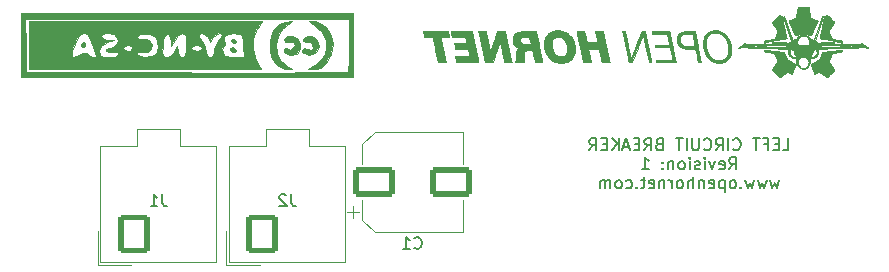
<source format=gbr>
%TF.GenerationSoftware,KiCad,Pcbnew,(6.0.9)*%
%TF.CreationDate,2023-04-01T14:39:57-08:00*%
%TF.ProjectId,LEFT CIRCUIT BREAKER,4c454654-2043-4495-9243-554954204252,1*%
%TF.SameCoordinates,Original*%
%TF.FileFunction,Legend,Bot*%
%TF.FilePolarity,Positive*%
%FSLAX46Y46*%
G04 Gerber Fmt 4.6, Leading zero omitted, Abs format (unit mm)*
G04 Created by KiCad (PCBNEW (6.0.9)) date 2023-04-01 14:39:57*
%MOMM*%
%LPD*%
G01*
G04 APERTURE LIST*
G04 Aperture macros list*
%AMRoundRect*
0 Rectangle with rounded corners*
0 $1 Rounding radius*
0 $2 $3 $4 $5 $6 $7 $8 $9 X,Y pos of 4 corners*
0 Add a 4 corners polygon primitive as box body*
4,1,4,$2,$3,$4,$5,$6,$7,$8,$9,$2,$3,0*
0 Add four circle primitives for the rounded corners*
1,1,$1+$1,$2,$3*
1,1,$1+$1,$4,$5*
1,1,$1+$1,$6,$7*
1,1,$1+$1,$8,$9*
0 Add four rect primitives between the rounded corners*
20,1,$1+$1,$2,$3,$4,$5,0*
20,1,$1+$1,$4,$5,$6,$7,0*
20,1,$1+$1,$6,$7,$8,$9,0*
20,1,$1+$1,$8,$9,$2,$3,0*%
G04 Aperture macros list end*
%ADD10C,0.150000*%
%ADD11C,0.120000*%
%ADD12C,0.010000*%
%ADD13RoundRect,0.250000X-1.500000X-1.000000X1.500000X-1.000000X1.500000X1.000000X-1.500000X1.000000X0*%
%ADD14RoundRect,0.250001X-1.099999X-1.399999X1.099999X-1.399999X1.099999X1.399999X-1.099999X1.399999X0*%
%ADD15O,2.700000X3.300000*%
G04 APERTURE END LIST*
D10*
X88741211Y-2428860D02*
X89217401Y-2428860D01*
X89217401Y-1428860D01*
X88407878Y-1905051D02*
X88074544Y-1905051D01*
X87931687Y-2428860D02*
X88407878Y-2428860D01*
X88407878Y-1428860D01*
X87931687Y-1428860D01*
X87169782Y-1905051D02*
X87503116Y-1905051D01*
X87503116Y-2428860D02*
X87503116Y-1428860D01*
X87026925Y-1428860D01*
X86788830Y-1428860D02*
X86217401Y-1428860D01*
X86503116Y-2428860D02*
X86503116Y-1428860D01*
X84550735Y-2333622D02*
X84598354Y-2381241D01*
X84741211Y-2428860D01*
X84836449Y-2428860D01*
X84979306Y-2381241D01*
X85074544Y-2286003D01*
X85122163Y-2190765D01*
X85169782Y-2000289D01*
X85169782Y-1857432D01*
X85122163Y-1666956D01*
X85074544Y-1571718D01*
X84979306Y-1476480D01*
X84836449Y-1428860D01*
X84741211Y-1428860D01*
X84598354Y-1476480D01*
X84550735Y-1524099D01*
X84122163Y-2428860D02*
X84122163Y-1428860D01*
X83074544Y-2428860D02*
X83407878Y-1952670D01*
X83645973Y-2428860D02*
X83645973Y-1428860D01*
X83265020Y-1428860D01*
X83169782Y-1476480D01*
X83122163Y-1524099D01*
X83074544Y-1619337D01*
X83074544Y-1762194D01*
X83122163Y-1857432D01*
X83169782Y-1905051D01*
X83265020Y-1952670D01*
X83645973Y-1952670D01*
X82074544Y-2333622D02*
X82122163Y-2381241D01*
X82265020Y-2428860D01*
X82360259Y-2428860D01*
X82503116Y-2381241D01*
X82598354Y-2286003D01*
X82645973Y-2190765D01*
X82693592Y-2000289D01*
X82693592Y-1857432D01*
X82645973Y-1666956D01*
X82598354Y-1571718D01*
X82503116Y-1476480D01*
X82360259Y-1428860D01*
X82265020Y-1428860D01*
X82122163Y-1476480D01*
X82074544Y-1524099D01*
X81645973Y-1428860D02*
X81645973Y-2238384D01*
X81598354Y-2333622D01*
X81550735Y-2381241D01*
X81455497Y-2428860D01*
X81265020Y-2428860D01*
X81169782Y-2381241D01*
X81122163Y-2333622D01*
X81074544Y-2238384D01*
X81074544Y-1428860D01*
X80598354Y-2428860D02*
X80598354Y-1428860D01*
X80265020Y-1428860D02*
X79693592Y-1428860D01*
X79979306Y-2428860D02*
X79979306Y-1428860D01*
X78265020Y-1905051D02*
X78122163Y-1952670D01*
X78074544Y-2000289D01*
X78026925Y-2095527D01*
X78026925Y-2238384D01*
X78074544Y-2333622D01*
X78122163Y-2381241D01*
X78217401Y-2428860D01*
X78598354Y-2428860D01*
X78598354Y-1428860D01*
X78265020Y-1428860D01*
X78169782Y-1476480D01*
X78122163Y-1524099D01*
X78074544Y-1619337D01*
X78074544Y-1714575D01*
X78122163Y-1809813D01*
X78169782Y-1857432D01*
X78265020Y-1905051D01*
X78598354Y-1905051D01*
X77026925Y-2428860D02*
X77360259Y-1952670D01*
X77598354Y-2428860D02*
X77598354Y-1428860D01*
X77217401Y-1428860D01*
X77122163Y-1476480D01*
X77074544Y-1524099D01*
X77026925Y-1619337D01*
X77026925Y-1762194D01*
X77074544Y-1857432D01*
X77122163Y-1905051D01*
X77217401Y-1952670D01*
X77598354Y-1952670D01*
X76598354Y-1905051D02*
X76265020Y-1905051D01*
X76122163Y-2428860D02*
X76598354Y-2428860D01*
X76598354Y-1428860D01*
X76122163Y-1428860D01*
X75741211Y-2143146D02*
X75265020Y-2143146D01*
X75836449Y-2428860D02*
X75503116Y-1428860D01*
X75169782Y-2428860D01*
X74836449Y-2428860D02*
X74836449Y-1428860D01*
X74265020Y-2428860D02*
X74693592Y-1857432D01*
X74265020Y-1428860D02*
X74836449Y-2000289D01*
X73836449Y-1905051D02*
X73503116Y-1905051D01*
X73360259Y-2428860D02*
X73836449Y-2428860D01*
X73836449Y-1428860D01*
X73360259Y-1428860D01*
X72360259Y-2428860D02*
X72693592Y-1952670D01*
X72931687Y-2428860D02*
X72931687Y-1428860D01*
X72550735Y-1428860D01*
X72455497Y-1476480D01*
X72407878Y-1524099D01*
X72360259Y-1619337D01*
X72360259Y-1762194D01*
X72407878Y-1857432D01*
X72455497Y-1905051D01*
X72550735Y-1952670D01*
X72931687Y-1952670D01*
X84193592Y-4038860D02*
X84526925Y-3562670D01*
X84765020Y-4038860D02*
X84765020Y-3038860D01*
X84384068Y-3038860D01*
X84288830Y-3086480D01*
X84241211Y-3134099D01*
X84193592Y-3229337D01*
X84193592Y-3372194D01*
X84241211Y-3467432D01*
X84288830Y-3515051D01*
X84384068Y-3562670D01*
X84765020Y-3562670D01*
X83384068Y-3991241D02*
X83479306Y-4038860D01*
X83669782Y-4038860D01*
X83765020Y-3991241D01*
X83812640Y-3896003D01*
X83812640Y-3515051D01*
X83765020Y-3419813D01*
X83669782Y-3372194D01*
X83479306Y-3372194D01*
X83384068Y-3419813D01*
X83336449Y-3515051D01*
X83336449Y-3610289D01*
X83812640Y-3705527D01*
X83003116Y-3372194D02*
X82765020Y-4038860D01*
X82526925Y-3372194D01*
X82145973Y-4038860D02*
X82145973Y-3372194D01*
X82145973Y-3038860D02*
X82193592Y-3086480D01*
X82145973Y-3134099D01*
X82098354Y-3086480D01*
X82145973Y-3038860D01*
X82145973Y-3134099D01*
X81717401Y-3991241D02*
X81622163Y-4038860D01*
X81431687Y-4038860D01*
X81336449Y-3991241D01*
X81288830Y-3896003D01*
X81288830Y-3848384D01*
X81336449Y-3753146D01*
X81431687Y-3705527D01*
X81574544Y-3705527D01*
X81669782Y-3657908D01*
X81717401Y-3562670D01*
X81717401Y-3515051D01*
X81669782Y-3419813D01*
X81574544Y-3372194D01*
X81431687Y-3372194D01*
X81336449Y-3419813D01*
X80860259Y-4038860D02*
X80860259Y-3372194D01*
X80860259Y-3038860D02*
X80907878Y-3086480D01*
X80860259Y-3134099D01*
X80812640Y-3086480D01*
X80860259Y-3038860D01*
X80860259Y-3134099D01*
X80241211Y-4038860D02*
X80336449Y-3991241D01*
X80384068Y-3943622D01*
X80431687Y-3848384D01*
X80431687Y-3562670D01*
X80384068Y-3467432D01*
X80336449Y-3419813D01*
X80241211Y-3372194D01*
X80098354Y-3372194D01*
X80003116Y-3419813D01*
X79955497Y-3467432D01*
X79907878Y-3562670D01*
X79907878Y-3848384D01*
X79955497Y-3943622D01*
X80003116Y-3991241D01*
X80098354Y-4038860D01*
X80241211Y-4038860D01*
X79479306Y-3372194D02*
X79479306Y-4038860D01*
X79479306Y-3467432D02*
X79431687Y-3419813D01*
X79336449Y-3372194D01*
X79193592Y-3372194D01*
X79098354Y-3419813D01*
X79050735Y-3515051D01*
X79050735Y-4038860D01*
X78574544Y-3943622D02*
X78526925Y-3991241D01*
X78574544Y-4038860D01*
X78622163Y-3991241D01*
X78574544Y-3943622D01*
X78574544Y-4038860D01*
X78574544Y-3419813D02*
X78526925Y-3467432D01*
X78574544Y-3515051D01*
X78622163Y-3467432D01*
X78574544Y-3419813D01*
X78574544Y-3515051D01*
X76812640Y-4038860D02*
X77384068Y-4038860D01*
X77098354Y-4038860D02*
X77098354Y-3038860D01*
X77193592Y-3181718D01*
X77288830Y-3276956D01*
X77384068Y-3324575D01*
X88431687Y-4982194D02*
X88241211Y-5648860D01*
X88050735Y-5172670D01*
X87860259Y-5648860D01*
X87669782Y-4982194D01*
X87384068Y-4982194D02*
X87193592Y-5648860D01*
X87003116Y-5172670D01*
X86812640Y-5648860D01*
X86622163Y-4982194D01*
X86336449Y-4982194D02*
X86145973Y-5648860D01*
X85955497Y-5172670D01*
X85765020Y-5648860D01*
X85574544Y-4982194D01*
X85193592Y-5553622D02*
X85145973Y-5601241D01*
X85193592Y-5648860D01*
X85241211Y-5601241D01*
X85193592Y-5553622D01*
X85193592Y-5648860D01*
X84574544Y-5648860D02*
X84669782Y-5601241D01*
X84717401Y-5553622D01*
X84765020Y-5458384D01*
X84765020Y-5172670D01*
X84717401Y-5077432D01*
X84669782Y-5029813D01*
X84574544Y-4982194D01*
X84431687Y-4982194D01*
X84336449Y-5029813D01*
X84288830Y-5077432D01*
X84241211Y-5172670D01*
X84241211Y-5458384D01*
X84288830Y-5553622D01*
X84336449Y-5601241D01*
X84431687Y-5648860D01*
X84574544Y-5648860D01*
X83812640Y-4982194D02*
X83812640Y-5982194D01*
X83812640Y-5029813D02*
X83717401Y-4982194D01*
X83526925Y-4982194D01*
X83431687Y-5029813D01*
X83384068Y-5077432D01*
X83336449Y-5172670D01*
X83336449Y-5458384D01*
X83384068Y-5553622D01*
X83431687Y-5601241D01*
X83526925Y-5648860D01*
X83717401Y-5648860D01*
X83812640Y-5601241D01*
X82526925Y-5601241D02*
X82622163Y-5648860D01*
X82812640Y-5648860D01*
X82907878Y-5601241D01*
X82955497Y-5506003D01*
X82955497Y-5125051D01*
X82907878Y-5029813D01*
X82812640Y-4982194D01*
X82622163Y-4982194D01*
X82526925Y-5029813D01*
X82479306Y-5125051D01*
X82479306Y-5220289D01*
X82955497Y-5315527D01*
X82050735Y-4982194D02*
X82050735Y-5648860D01*
X82050735Y-5077432D02*
X82003116Y-5029813D01*
X81907878Y-4982194D01*
X81765020Y-4982194D01*
X81669782Y-5029813D01*
X81622163Y-5125051D01*
X81622163Y-5648860D01*
X81145973Y-5648860D02*
X81145973Y-4648860D01*
X80717401Y-5648860D02*
X80717401Y-5125051D01*
X80765020Y-5029813D01*
X80860259Y-4982194D01*
X81003116Y-4982194D01*
X81098354Y-5029813D01*
X81145973Y-5077432D01*
X80098354Y-5648860D02*
X80193592Y-5601241D01*
X80241211Y-5553622D01*
X80288830Y-5458384D01*
X80288830Y-5172670D01*
X80241211Y-5077432D01*
X80193592Y-5029813D01*
X80098354Y-4982194D01*
X79955497Y-4982194D01*
X79860259Y-5029813D01*
X79812640Y-5077432D01*
X79765020Y-5172670D01*
X79765020Y-5458384D01*
X79812640Y-5553622D01*
X79860259Y-5601241D01*
X79955497Y-5648860D01*
X80098354Y-5648860D01*
X79336449Y-5648860D02*
X79336449Y-4982194D01*
X79336449Y-5172670D02*
X79288830Y-5077432D01*
X79241211Y-5029813D01*
X79145973Y-4982194D01*
X79050735Y-4982194D01*
X78717401Y-4982194D02*
X78717401Y-5648860D01*
X78717401Y-5077432D02*
X78669782Y-5029813D01*
X78574544Y-4982194D01*
X78431687Y-4982194D01*
X78336449Y-5029813D01*
X78288830Y-5125051D01*
X78288830Y-5648860D01*
X77431687Y-5601241D02*
X77526925Y-5648860D01*
X77717401Y-5648860D01*
X77812640Y-5601241D01*
X77860259Y-5506003D01*
X77860259Y-5125051D01*
X77812640Y-5029813D01*
X77717401Y-4982194D01*
X77526925Y-4982194D01*
X77431687Y-5029813D01*
X77384068Y-5125051D01*
X77384068Y-5220289D01*
X77860259Y-5315527D01*
X77098354Y-4982194D02*
X76717401Y-4982194D01*
X76955497Y-4648860D02*
X76955497Y-5506003D01*
X76907878Y-5601241D01*
X76812640Y-5648860D01*
X76717401Y-5648860D01*
X76384068Y-5553622D02*
X76336449Y-5601241D01*
X76384068Y-5648860D01*
X76431687Y-5601241D01*
X76384068Y-5553622D01*
X76384068Y-5648860D01*
X75479306Y-5601241D02*
X75574544Y-5648860D01*
X75765020Y-5648860D01*
X75860259Y-5601241D01*
X75907878Y-5553622D01*
X75955497Y-5458384D01*
X75955497Y-5172670D01*
X75907878Y-5077432D01*
X75860259Y-5029813D01*
X75765020Y-4982194D01*
X75574544Y-4982194D01*
X75479306Y-5029813D01*
X74907878Y-5648860D02*
X75003116Y-5601241D01*
X75050735Y-5553622D01*
X75098354Y-5458384D01*
X75098354Y-5172670D01*
X75050735Y-5077432D01*
X75003116Y-5029813D01*
X74907878Y-4982194D01*
X74765020Y-4982194D01*
X74669782Y-5029813D01*
X74622163Y-5077432D01*
X74574544Y-5172670D01*
X74574544Y-5458384D01*
X74622163Y-5553622D01*
X74669782Y-5601241D01*
X74765020Y-5648860D01*
X74907878Y-5648860D01*
X74145973Y-5648860D02*
X74145973Y-4982194D01*
X74145973Y-5077432D02*
X74098354Y-5029813D01*
X74003116Y-4982194D01*
X73860259Y-4982194D01*
X73765020Y-5029813D01*
X73717401Y-5125051D01*
X73717401Y-5648860D01*
X73717401Y-5125051D02*
X73669782Y-5029813D01*
X73574544Y-4982194D01*
X73431687Y-4982194D01*
X73336449Y-5029813D01*
X73288830Y-5125051D01*
X73288830Y-5648860D01*
%TO.C,C1*%
X57545506Y-10681422D02*
X57593125Y-10729041D01*
X57735982Y-10776660D01*
X57831220Y-10776660D01*
X57974078Y-10729041D01*
X58069316Y-10633803D01*
X58116935Y-10538565D01*
X58164554Y-10348089D01*
X58164554Y-10205232D01*
X58116935Y-10014756D01*
X58069316Y-9919518D01*
X57974078Y-9824280D01*
X57831220Y-9776660D01*
X57735982Y-9776660D01*
X57593125Y-9824280D01*
X57545506Y-9871899D01*
X56593125Y-10776660D02*
X57164554Y-10776660D01*
X56878840Y-10776660D02*
X56878840Y-9776660D01*
X56974078Y-9919518D01*
X57069316Y-10014756D01*
X57164554Y-10062375D01*
%TO.C,J1*%
X36212173Y-6156036D02*
X36212173Y-6870322D01*
X36259792Y-7013179D01*
X36355030Y-7108417D01*
X36497887Y-7156036D01*
X36593125Y-7156036D01*
X35212173Y-7156036D02*
X35783601Y-7156036D01*
X35497887Y-7156036D02*
X35497887Y-6156036D01*
X35593125Y-6298894D01*
X35688363Y-6394132D01*
X35783601Y-6441751D01*
%TO.C,J2*%
X47112173Y-6156036D02*
X47112173Y-6870322D01*
X47159792Y-7013179D01*
X47255030Y-7108417D01*
X47397887Y-7156036D01*
X47493125Y-7156036D01*
X46683601Y-6251275D02*
X46635982Y-6203656D01*
X46540744Y-6156036D01*
X46302649Y-6156036D01*
X46207411Y-6203656D01*
X46159792Y-6251275D01*
X46112173Y-6346513D01*
X46112173Y-6441751D01*
X46159792Y-6584608D01*
X46731220Y-7156036D01*
X46112173Y-7156036D01*
D11*
%TO.C,C1*%
X53118840Y-1928717D02*
X53118840Y-3614280D01*
X54183277Y-864280D02*
X61638840Y-864280D01*
X53118840Y-1928717D02*
X54183277Y-864280D01*
X52378840Y-8134280D02*
X52378840Y-7134280D01*
X61638840Y-9384280D02*
X61638840Y-6634280D01*
X53118840Y-8319843D02*
X54183277Y-9384280D01*
X61638840Y-864280D02*
X61638840Y-3614280D01*
X51878840Y-7634280D02*
X52878840Y-7634280D01*
X54183277Y-9384280D02*
X61638840Y-9384280D01*
X53118840Y-8319843D02*
X53118840Y-6634280D01*
%TO.C,J1*%
X37688840Y-664280D02*
X35878840Y-664280D01*
X40788840Y-11884280D02*
X40788840Y-2064280D01*
X34068840Y-664280D02*
X35878840Y-664280D01*
X34068840Y-2064280D02*
X34068840Y-664280D01*
X30968840Y-11884280D02*
X30968840Y-2064280D01*
X37688840Y-2064280D02*
X37688840Y-664280D01*
X33578840Y-12124280D02*
X30728840Y-12124280D01*
X30728840Y-12124280D02*
X30728840Y-9274280D01*
X30968840Y-2064280D02*
X34068840Y-2064280D01*
X40788840Y-2064280D02*
X37688840Y-2064280D01*
X35878840Y-11884280D02*
X30968840Y-11884280D01*
X35878840Y-11884280D02*
X40788840Y-11884280D01*
%TO.C,J2*%
X48588840Y-664280D02*
X46778840Y-664280D01*
X51688840Y-11884280D02*
X51688840Y-2064280D01*
X44968840Y-664280D02*
X46778840Y-664280D01*
X44968840Y-2064280D02*
X44968840Y-664280D01*
X41868840Y-11884280D02*
X41868840Y-2064280D01*
X48588840Y-2064280D02*
X48588840Y-664280D01*
X44478840Y-12124280D02*
X41628840Y-12124280D01*
X41628840Y-12124280D02*
X41628840Y-9274280D01*
X41868840Y-2064280D02*
X44968840Y-2064280D01*
X51688840Y-2064280D02*
X48588840Y-2064280D01*
X46778840Y-11884280D02*
X41868840Y-11884280D01*
X46778840Y-11884280D02*
X51688840Y-11884280D01*
%TO.C,*%
G36*
X90612488Y9697706D02*
G01*
X90665953Y9697651D01*
X90712551Y9697535D01*
X90752773Y9697334D01*
X90787104Y9697028D01*
X90816034Y9696593D01*
X90840051Y9696009D01*
X90859643Y9695251D01*
X90875297Y9694299D01*
X90887503Y9693129D01*
X90896747Y9691720D01*
X90903519Y9690049D01*
X90908306Y9688095D01*
X90911597Y9685835D01*
X90913879Y9683246D01*
X90915641Y9680307D01*
X90917370Y9676995D01*
X90918132Y9674314D01*
X90920463Y9663758D01*
X90924142Y9645830D01*
X90929061Y9621097D01*
X90935109Y9590126D01*
X90942179Y9553484D01*
X90950162Y9511737D01*
X90958949Y9465454D01*
X90968431Y9415202D01*
X90978500Y9361547D01*
X90989046Y9305056D01*
X90999962Y9246297D01*
X91011594Y9183742D01*
X91023530Y9120044D01*
X91034670Y9061114D01*
X91044935Y9007347D01*
X91054249Y8959141D01*
X91062534Y8916891D01*
X91069712Y8880993D01*
X91075705Y8851844D01*
X91080435Y8829840D01*
X91083825Y8815377D01*
X91085798Y8808852D01*
X91086304Y8807892D01*
X91095297Y8795454D01*
X91106135Y8785547D01*
X91110716Y8783204D01*
X91122823Y8777724D01*
X91141564Y8769565D01*
X91166287Y8759003D01*
X91196337Y8746311D01*
X91231060Y8731765D01*
X91269802Y8715639D01*
X91311910Y8698208D01*
X91356729Y8679748D01*
X91403605Y8660533D01*
X91415216Y8655781D01*
X91468554Y8633863D01*
X91516968Y8613813D01*
X91560089Y8595791D01*
X91597552Y8579953D01*
X91628986Y8566457D01*
X91654026Y8555461D01*
X91672302Y8547122D01*
X91683447Y8541598D01*
X91687093Y8539047D01*
X91686352Y8537174D01*
X91682524Y8528131D01*
X91675602Y8512007D01*
X91665767Y8489219D01*
X91653201Y8460185D01*
X91638084Y8425320D01*
X91620598Y8385041D01*
X91600923Y8339765D01*
X91579241Y8289910D01*
X91555733Y8235890D01*
X91530580Y8178124D01*
X91503963Y8117028D01*
X91476063Y8053019D01*
X91447062Y7986513D01*
X91417140Y7917928D01*
X91397985Y7874048D01*
X91368620Y7806849D01*
X91340269Y7742050D01*
X91313112Y7680062D01*
X91287332Y7621298D01*
X91263112Y7566171D01*
X91240632Y7515094D01*
X91220076Y7468479D01*
X91201624Y7426739D01*
X91185460Y7390287D01*
X91171765Y7359534D01*
X91160721Y7334894D01*
X91152510Y7316779D01*
X91147314Y7305602D01*
X91145316Y7301776D01*
X91142212Y7302445D01*
X91132058Y7305197D01*
X91116269Y7309705D01*
X91096235Y7315573D01*
X91073349Y7322401D01*
X91030604Y7334846D01*
X90969045Y7351513D01*
X90905545Y7367402D01*
X90841749Y7382152D01*
X90779305Y7395402D01*
X90719859Y7406791D01*
X90665058Y7415957D01*
X90616549Y7422541D01*
X90599780Y7424162D01*
X90567669Y7426158D01*
X90530477Y7427444D01*
X90489893Y7428041D01*
X90447611Y7427969D01*
X90405320Y7427249D01*
X90364713Y7425902D01*
X90327481Y7423949D01*
X90295315Y7421409D01*
X90269906Y7418304D01*
X90226281Y7410916D01*
X90164906Y7399150D01*
X90099391Y7385267D01*
X90031858Y7369757D01*
X89964432Y7353112D01*
X89899236Y7335823D01*
X89838393Y7318384D01*
X89825135Y7314448D01*
X89804741Y7308648D01*
X89790583Y7305145D01*
X89781464Y7303714D01*
X89776188Y7304129D01*
X89773558Y7306165D01*
X89772623Y7308095D01*
X89768436Y7317207D01*
X89761097Y7333373D01*
X89750795Y7356175D01*
X89737715Y7385199D01*
X89722045Y7420028D01*
X89703971Y7460245D01*
X89683680Y7505436D01*
X89661359Y7555184D01*
X89637194Y7609073D01*
X89611373Y7666686D01*
X89584081Y7727609D01*
X89555507Y7791425D01*
X89525836Y7857717D01*
X89495256Y7926071D01*
X89487721Y7942915D01*
X89451304Y8024381D01*
X89418207Y8098502D01*
X89388293Y8165592D01*
X89361427Y8225962D01*
X89337474Y8279925D01*
X89316297Y8327793D01*
X89297761Y8369879D01*
X89281729Y8406495D01*
X89268068Y8437952D01*
X89256639Y8464565D01*
X89247308Y8486644D01*
X89239940Y8504502D01*
X89234397Y8518451D01*
X89230545Y8528805D01*
X89228248Y8535874D01*
X89227369Y8539972D01*
X89227774Y8541410D01*
X89231637Y8542607D01*
X89243211Y8546870D01*
X89261186Y8553847D01*
X89284812Y8563227D01*
X89313339Y8574699D01*
X89346019Y8587952D01*
X89382101Y8602676D01*
X89420836Y8618558D01*
X89461475Y8635290D01*
X89503267Y8652558D01*
X89545463Y8670053D01*
X89587314Y8687464D01*
X89628070Y8704479D01*
X89666982Y8720788D01*
X89703299Y8736080D01*
X89736273Y8750043D01*
X89765153Y8762367D01*
X89789190Y8772741D01*
X89807636Y8780854D01*
X89819739Y8786395D01*
X89824750Y8789053D01*
X89832832Y8797946D01*
X89840533Y8809389D01*
X89841402Y8812203D01*
X89843925Y8823019D01*
X89847796Y8841212D01*
X89852904Y8866206D01*
X89859136Y8897429D01*
X89866381Y8934306D01*
X89874527Y8976264D01*
X89883462Y9022730D01*
X89893074Y9073128D01*
X89903253Y9126885D01*
X89913884Y9183428D01*
X89924858Y9242182D01*
X89932139Y9281236D01*
X89942866Y9338541D01*
X89953154Y9393235D01*
X89962893Y9444746D01*
X89971974Y9492503D01*
X89980286Y9535933D01*
X89987719Y9574466D01*
X89994164Y9607531D01*
X89999511Y9634555D01*
X90003650Y9654968D01*
X90006470Y9668197D01*
X90007862Y9673673D01*
X90014350Y9682543D01*
X90024329Y9690671D01*
X90026260Y9691618D01*
X90029605Y9692665D01*
X90034477Y9693586D01*
X90041372Y9694389D01*
X90050785Y9695082D01*
X90063213Y9695673D01*
X90079151Y9696170D01*
X90099095Y9696580D01*
X90123540Y9696913D01*
X90152982Y9697175D01*
X90187916Y9697375D01*
X90228839Y9697521D01*
X90276246Y9697620D01*
X90330633Y9697681D01*
X90392495Y9697712D01*
X90462328Y9697720D01*
X90483009Y9697720D01*
X90551670Y9697721D01*
X90612488Y9697706D01*
G37*
D12*
X90612488Y9697706D02*
X90665953Y9697651D01*
X90712551Y9697535D01*
X90752773Y9697334D01*
X90787104Y9697028D01*
X90816034Y9696593D01*
X90840051Y9696009D01*
X90859643Y9695251D01*
X90875297Y9694299D01*
X90887503Y9693129D01*
X90896747Y9691720D01*
X90903519Y9690049D01*
X90908306Y9688095D01*
X90911597Y9685835D01*
X90913879Y9683246D01*
X90915641Y9680307D01*
X90917370Y9676995D01*
X90918132Y9674314D01*
X90920463Y9663758D01*
X90924142Y9645830D01*
X90929061Y9621097D01*
X90935109Y9590126D01*
X90942179Y9553484D01*
X90950162Y9511737D01*
X90958949Y9465454D01*
X90968431Y9415202D01*
X90978500Y9361547D01*
X90989046Y9305056D01*
X90999962Y9246297D01*
X91011594Y9183742D01*
X91023530Y9120044D01*
X91034670Y9061114D01*
X91044935Y9007347D01*
X91054249Y8959141D01*
X91062534Y8916891D01*
X91069712Y8880993D01*
X91075705Y8851844D01*
X91080435Y8829840D01*
X91083825Y8815377D01*
X91085798Y8808852D01*
X91086304Y8807892D01*
X91095297Y8795454D01*
X91106135Y8785547D01*
X91110716Y8783204D01*
X91122823Y8777724D01*
X91141564Y8769565D01*
X91166287Y8759003D01*
X91196337Y8746311D01*
X91231060Y8731765D01*
X91269802Y8715639D01*
X91311910Y8698208D01*
X91356729Y8679748D01*
X91403605Y8660533D01*
X91415216Y8655781D01*
X91468554Y8633863D01*
X91516968Y8613813D01*
X91560089Y8595791D01*
X91597552Y8579953D01*
X91628986Y8566457D01*
X91654026Y8555461D01*
X91672302Y8547122D01*
X91683447Y8541598D01*
X91687093Y8539047D01*
X91686352Y8537174D01*
X91682524Y8528131D01*
X91675602Y8512007D01*
X91665767Y8489219D01*
X91653201Y8460185D01*
X91638084Y8425320D01*
X91620598Y8385041D01*
X91600923Y8339765D01*
X91579241Y8289910D01*
X91555733Y8235890D01*
X91530580Y8178124D01*
X91503963Y8117028D01*
X91476063Y8053019D01*
X91447062Y7986513D01*
X91417140Y7917928D01*
X91397985Y7874048D01*
X91368620Y7806849D01*
X91340269Y7742050D01*
X91313112Y7680062D01*
X91287332Y7621298D01*
X91263112Y7566171D01*
X91240632Y7515094D01*
X91220076Y7468479D01*
X91201624Y7426739D01*
X91185460Y7390287D01*
X91171765Y7359534D01*
X91160721Y7334894D01*
X91152510Y7316779D01*
X91147314Y7305602D01*
X91145316Y7301776D01*
X91142212Y7302445D01*
X91132058Y7305197D01*
X91116269Y7309705D01*
X91096235Y7315573D01*
X91073349Y7322401D01*
X91030604Y7334846D01*
X90969045Y7351513D01*
X90905545Y7367402D01*
X90841749Y7382152D01*
X90779305Y7395402D01*
X90719859Y7406791D01*
X90665058Y7415957D01*
X90616549Y7422541D01*
X90599780Y7424162D01*
X90567669Y7426158D01*
X90530477Y7427444D01*
X90489893Y7428041D01*
X90447611Y7427969D01*
X90405320Y7427249D01*
X90364713Y7425902D01*
X90327481Y7423949D01*
X90295315Y7421409D01*
X90269906Y7418304D01*
X90226281Y7410916D01*
X90164906Y7399150D01*
X90099391Y7385267D01*
X90031858Y7369757D01*
X89964432Y7353112D01*
X89899236Y7335823D01*
X89838393Y7318384D01*
X89825135Y7314448D01*
X89804741Y7308648D01*
X89790583Y7305145D01*
X89781464Y7303714D01*
X89776188Y7304129D01*
X89773558Y7306165D01*
X89772623Y7308095D01*
X89768436Y7317207D01*
X89761097Y7333373D01*
X89750795Y7356175D01*
X89737715Y7385199D01*
X89722045Y7420028D01*
X89703971Y7460245D01*
X89683680Y7505436D01*
X89661359Y7555184D01*
X89637194Y7609073D01*
X89611373Y7666686D01*
X89584081Y7727609D01*
X89555507Y7791425D01*
X89525836Y7857717D01*
X89495256Y7926071D01*
X89487721Y7942915D01*
X89451304Y8024381D01*
X89418207Y8098502D01*
X89388293Y8165592D01*
X89361427Y8225962D01*
X89337474Y8279925D01*
X89316297Y8327793D01*
X89297761Y8369879D01*
X89281729Y8406495D01*
X89268068Y8437952D01*
X89256639Y8464565D01*
X89247308Y8486644D01*
X89239940Y8504502D01*
X89234397Y8518451D01*
X89230545Y8528805D01*
X89228248Y8535874D01*
X89227369Y8539972D01*
X89227774Y8541410D01*
X89231637Y8542607D01*
X89243211Y8546870D01*
X89261186Y8553847D01*
X89284812Y8563227D01*
X89313339Y8574699D01*
X89346019Y8587952D01*
X89382101Y8602676D01*
X89420836Y8618558D01*
X89461475Y8635290D01*
X89503267Y8652558D01*
X89545463Y8670053D01*
X89587314Y8687464D01*
X89628070Y8704479D01*
X89666982Y8720788D01*
X89703299Y8736080D01*
X89736273Y8750043D01*
X89765153Y8762367D01*
X89789190Y8772741D01*
X89807636Y8780854D01*
X89819739Y8786395D01*
X89824750Y8789053D01*
X89832832Y8797946D01*
X89840533Y8809389D01*
X89841402Y8812203D01*
X89843925Y8823019D01*
X89847796Y8841212D01*
X89852904Y8866206D01*
X89859136Y8897429D01*
X89866381Y8934306D01*
X89874527Y8976264D01*
X89883462Y9022730D01*
X89893074Y9073128D01*
X89903253Y9126885D01*
X89913884Y9183428D01*
X89924858Y9242182D01*
X89932139Y9281236D01*
X89942866Y9338541D01*
X89953154Y9393235D01*
X89962893Y9444746D01*
X89971974Y9492503D01*
X89980286Y9535933D01*
X89987719Y9574466D01*
X89994164Y9607531D01*
X89999511Y9634555D01*
X90003650Y9654968D01*
X90006470Y9668197D01*
X90007862Y9673673D01*
X90014350Y9682543D01*
X90024329Y9690671D01*
X90026260Y9691618D01*
X90029605Y9692665D01*
X90034477Y9693586D01*
X90041372Y9694389D01*
X90050785Y9695082D01*
X90063213Y9695673D01*
X90079151Y9696170D01*
X90099095Y9696580D01*
X90123540Y9696913D01*
X90152982Y9697175D01*
X90187916Y9697375D01*
X90228839Y9697521D01*
X90276246Y9697620D01*
X90330633Y9697681D01*
X90392495Y9697712D01*
X90462328Y9697720D01*
X90483009Y9697720D01*
X90551670Y9697721D01*
X90612488Y9697706D01*
G36*
X92793962Y8733620D02*
G01*
X92805529Y8722057D01*
X92854589Y8673014D01*
X92898066Y8629519D01*
X92936283Y8591207D01*
X92969565Y8557712D01*
X92998237Y8528669D01*
X93022623Y8503712D01*
X93043048Y8482475D01*
X93059835Y8464593D01*
X93073310Y8449701D01*
X93083797Y8437432D01*
X93091620Y8427421D01*
X93097104Y8419303D01*
X93100573Y8412713D01*
X93102352Y8407283D01*
X93102765Y8402650D01*
X93102136Y8398447D01*
X93100791Y8394309D01*
X93099053Y8389870D01*
X93098322Y8388507D01*
X93093356Y8380618D01*
X93084069Y8366467D01*
X93070794Y8346545D01*
X93053865Y8321345D01*
X93033616Y8291360D01*
X93010380Y8257082D01*
X92984491Y8219005D01*
X92956282Y8177620D01*
X92926088Y8133420D01*
X92894241Y8086898D01*
X92861076Y8038546D01*
X92846463Y8017258D01*
X92813782Y7969604D01*
X92782532Y7923981D01*
X92753049Y7880883D01*
X92725671Y7840804D01*
X92700734Y7804238D01*
X92678575Y7771682D01*
X92659531Y7743628D01*
X92643938Y7720571D01*
X92632133Y7703007D01*
X92624454Y7691429D01*
X92621236Y7686332D01*
X92619872Y7683641D01*
X92617669Y7678629D01*
X92616155Y7673340D01*
X92615521Y7667237D01*
X92615956Y7659786D01*
X92617652Y7650450D01*
X92620797Y7638695D01*
X92625583Y7623985D01*
X92632199Y7605784D01*
X92640835Y7583557D01*
X92651682Y7556767D01*
X92664930Y7524881D01*
X92680768Y7487361D01*
X92699387Y7443673D01*
X92720977Y7393281D01*
X92745729Y7335649D01*
X92765702Y7289178D01*
X92787072Y7239513D01*
X92805560Y7196664D01*
X92821411Y7160104D01*
X92834874Y7129302D01*
X92846196Y7103729D01*
X92855624Y7082856D01*
X92863406Y7066155D01*
X92869789Y7053095D01*
X92875020Y7043149D01*
X92879347Y7035786D01*
X92883017Y7030477D01*
X92886278Y7026695D01*
X92889376Y7023908D01*
X92892560Y7021589D01*
X92894388Y7020423D01*
X92898261Y7018412D01*
X92903485Y7016305D01*
X92910558Y7014001D01*
X92919978Y7011397D01*
X92932245Y7008390D01*
X92947856Y7004879D01*
X92967309Y7000761D01*
X92991104Y6995935D01*
X93019738Y6990297D01*
X93053709Y6983747D01*
X93093517Y6976181D01*
X93139659Y6967497D01*
X93192635Y6957594D01*
X93252941Y6946369D01*
X93321077Y6933719D01*
X93381911Y6922394D01*
X93443178Y6910898D01*
X93499999Y6900140D01*
X93551942Y6890205D01*
X93598576Y6881179D01*
X93639469Y6873146D01*
X93674189Y6866190D01*
X93702303Y6860397D01*
X93723381Y6855852D01*
X93736991Y6852640D01*
X93742699Y6850845D01*
X93746985Y6847735D01*
X93752754Y6841618D01*
X93756905Y6833323D01*
X93759693Y6821594D01*
X93761369Y6805174D01*
X93762190Y6782808D01*
X93762406Y6753238D01*
X93762390Y6742827D01*
X93762147Y6718808D01*
X93761546Y6701884D01*
X93760508Y6691046D01*
X93758949Y6685284D01*
X93756790Y6683587D01*
X93755730Y6683749D01*
X93747627Y6685491D01*
X93732278Y6689011D01*
X93710381Y6694141D01*
X93682635Y6700716D01*
X93649736Y6708569D01*
X93612382Y6717534D01*
X93571270Y6727445D01*
X93527099Y6738135D01*
X93480565Y6749439D01*
X93463154Y6753676D01*
X93402476Y6768432D01*
X93347075Y6781867D01*
X93296269Y6794116D01*
X93249377Y6805316D01*
X93205718Y6815602D01*
X93164610Y6825110D01*
X93125371Y6833977D01*
X93087322Y6842338D01*
X93049779Y6850329D01*
X93012062Y6858086D01*
X92973489Y6865745D01*
X92933380Y6873442D01*
X92891052Y6881313D01*
X92845824Y6889494D01*
X92797016Y6898121D01*
X92743945Y6907329D01*
X92685930Y6917255D01*
X92622290Y6928035D01*
X92552344Y6939804D01*
X92475410Y6952698D01*
X92390807Y6966854D01*
X92366678Y6970895D01*
X92304076Y6981431D01*
X92243622Y6991674D01*
X92185882Y7001527D01*
X92131417Y7010889D01*
X92080794Y7019664D01*
X92034575Y7027750D01*
X91993325Y7035049D01*
X91957609Y7041463D01*
X91927989Y7046892D01*
X91905030Y7051237D01*
X91889296Y7054400D01*
X91881352Y7056280D01*
X91871477Y7059502D01*
X91860218Y7064065D01*
X91855075Y7068080D01*
X91854691Y7072367D01*
X91856208Y7077169D01*
X91859749Y7088725D01*
X91864005Y7102864D01*
X91865460Y7108781D01*
X91868642Y7122691D01*
X91873438Y7144111D01*
X91879762Y7172649D01*
X91887529Y7207914D01*
X91896654Y7249512D01*
X91907051Y7297053D01*
X91918635Y7350143D01*
X91931321Y7408392D01*
X91945023Y7471407D01*
X91959655Y7538795D01*
X91975133Y7610166D01*
X91991371Y7685127D01*
X92008284Y7763286D01*
X92025786Y7844251D01*
X92043792Y7927629D01*
X92062217Y8013030D01*
X92253425Y8899737D01*
X92352808Y8968385D01*
X92367185Y8978306D01*
X92393489Y8996345D01*
X92414187Y9010284D01*
X92430181Y9020647D01*
X92442373Y9027958D01*
X92451666Y9032743D01*
X92458962Y9035524D01*
X92465163Y9036828D01*
X92471171Y9037177D01*
X92490152Y9037320D01*
X92793962Y8733620D01*
G37*
X92793962Y8733620D02*
X92805529Y8722057D01*
X92854589Y8673014D01*
X92898066Y8629519D01*
X92936283Y8591207D01*
X92969565Y8557712D01*
X92998237Y8528669D01*
X93022623Y8503712D01*
X93043048Y8482475D01*
X93059835Y8464593D01*
X93073310Y8449701D01*
X93083797Y8437432D01*
X93091620Y8427421D01*
X93097104Y8419303D01*
X93100573Y8412713D01*
X93102352Y8407283D01*
X93102765Y8402650D01*
X93102136Y8398447D01*
X93100791Y8394309D01*
X93099053Y8389870D01*
X93098322Y8388507D01*
X93093356Y8380618D01*
X93084069Y8366467D01*
X93070794Y8346545D01*
X93053865Y8321345D01*
X93033616Y8291360D01*
X93010380Y8257082D01*
X92984491Y8219005D01*
X92956282Y8177620D01*
X92926088Y8133420D01*
X92894241Y8086898D01*
X92861076Y8038546D01*
X92846463Y8017258D01*
X92813782Y7969604D01*
X92782532Y7923981D01*
X92753049Y7880883D01*
X92725671Y7840804D01*
X92700734Y7804238D01*
X92678575Y7771682D01*
X92659531Y7743628D01*
X92643938Y7720571D01*
X92632133Y7703007D01*
X92624454Y7691429D01*
X92621236Y7686332D01*
X92619872Y7683641D01*
X92617669Y7678629D01*
X92616155Y7673340D01*
X92615521Y7667237D01*
X92615956Y7659786D01*
X92617652Y7650450D01*
X92620797Y7638695D01*
X92625583Y7623985D01*
X92632199Y7605784D01*
X92640835Y7583557D01*
X92651682Y7556767D01*
X92664930Y7524881D01*
X92680768Y7487361D01*
X92699387Y7443673D01*
X92720977Y7393281D01*
X92745729Y7335649D01*
X92765702Y7289178D01*
X92787072Y7239513D01*
X92805560Y7196664D01*
X92821411Y7160104D01*
X92834874Y7129302D01*
X92846196Y7103729D01*
X92855624Y7082856D01*
X92863406Y7066155D01*
X92869789Y7053095D01*
X92875020Y7043149D01*
X92879347Y7035786D01*
X92883017Y7030477D01*
X92886278Y7026695D01*
X92889376Y7023908D01*
X92892560Y7021589D01*
X92894388Y7020423D01*
X92898261Y7018412D01*
X92903485Y7016305D01*
X92910558Y7014001D01*
X92919978Y7011397D01*
X92932245Y7008390D01*
X92947856Y7004879D01*
X92967309Y7000761D01*
X92991104Y6995935D01*
X93019738Y6990297D01*
X93053709Y6983747D01*
X93093517Y6976181D01*
X93139659Y6967497D01*
X93192635Y6957594D01*
X93252941Y6946369D01*
X93321077Y6933719D01*
X93381911Y6922394D01*
X93443178Y6910898D01*
X93499999Y6900140D01*
X93551942Y6890205D01*
X93598576Y6881179D01*
X93639469Y6873146D01*
X93674189Y6866190D01*
X93702303Y6860397D01*
X93723381Y6855852D01*
X93736991Y6852640D01*
X93742699Y6850845D01*
X93746985Y6847735D01*
X93752754Y6841618D01*
X93756905Y6833323D01*
X93759693Y6821594D01*
X93761369Y6805174D01*
X93762190Y6782808D01*
X93762406Y6753238D01*
X93762390Y6742827D01*
X93762147Y6718808D01*
X93761546Y6701884D01*
X93760508Y6691046D01*
X93758949Y6685284D01*
X93756790Y6683587D01*
X93755730Y6683749D01*
X93747627Y6685491D01*
X93732278Y6689011D01*
X93710381Y6694141D01*
X93682635Y6700716D01*
X93649736Y6708569D01*
X93612382Y6717534D01*
X93571270Y6727445D01*
X93527099Y6738135D01*
X93480565Y6749439D01*
X93463154Y6753676D01*
X93402476Y6768432D01*
X93347075Y6781867D01*
X93296269Y6794116D01*
X93249377Y6805316D01*
X93205718Y6815602D01*
X93164610Y6825110D01*
X93125371Y6833977D01*
X93087322Y6842338D01*
X93049779Y6850329D01*
X93012062Y6858086D01*
X92973489Y6865745D01*
X92933380Y6873442D01*
X92891052Y6881313D01*
X92845824Y6889494D01*
X92797016Y6898121D01*
X92743945Y6907329D01*
X92685930Y6917255D01*
X92622290Y6928035D01*
X92552344Y6939804D01*
X92475410Y6952698D01*
X92390807Y6966854D01*
X92366678Y6970895D01*
X92304076Y6981431D01*
X92243622Y6991674D01*
X92185882Y7001527D01*
X92131417Y7010889D01*
X92080794Y7019664D01*
X92034575Y7027750D01*
X91993325Y7035049D01*
X91957609Y7041463D01*
X91927989Y7046892D01*
X91905030Y7051237D01*
X91889296Y7054400D01*
X91881352Y7056280D01*
X91871477Y7059502D01*
X91860218Y7064065D01*
X91855075Y7068080D01*
X91854691Y7072367D01*
X91856208Y7077169D01*
X91859749Y7088725D01*
X91864005Y7102864D01*
X91865460Y7108781D01*
X91868642Y7122691D01*
X91873438Y7144111D01*
X91879762Y7172649D01*
X91887529Y7207914D01*
X91896654Y7249512D01*
X91907051Y7297053D01*
X91918635Y7350143D01*
X91931321Y7408392D01*
X91945023Y7471407D01*
X91959655Y7538795D01*
X91975133Y7610166D01*
X91991371Y7685127D01*
X92008284Y7763286D01*
X92025786Y7844251D01*
X92043792Y7927629D01*
X92062217Y8013030D01*
X92253425Y8899737D01*
X92352808Y8968385D01*
X92367185Y8978306D01*
X92393489Y8996345D01*
X92414187Y9010284D01*
X92430181Y9020647D01*
X92442373Y9027958D01*
X92451666Y9032743D01*
X92458962Y9035524D01*
X92465163Y9036828D01*
X92471171Y9037177D01*
X92490152Y9037320D01*
X92793962Y8733620D01*
G36*
X61617265Y7657252D02*
G01*
X61712662Y7657243D01*
X61800237Y7657225D01*
X61880326Y7657195D01*
X61953262Y7657150D01*
X62019380Y7657088D01*
X62079014Y7657005D01*
X62132498Y7656900D01*
X62180166Y7656768D01*
X62222353Y7656609D01*
X62259393Y7656418D01*
X62291621Y7656193D01*
X62319369Y7655931D01*
X62342974Y7655630D01*
X62362768Y7655286D01*
X62379086Y7654898D01*
X62392263Y7654462D01*
X62402632Y7653976D01*
X62410529Y7653436D01*
X62416286Y7652841D01*
X62420239Y7652187D01*
X62422721Y7651471D01*
X62424067Y7650692D01*
X62424611Y7649846D01*
X62424885Y7648655D01*
X62426731Y7640186D01*
X62430236Y7623901D01*
X62435335Y7600117D01*
X62441958Y7569151D01*
X62450040Y7531320D01*
X62459512Y7486940D01*
X62470308Y7436329D01*
X62482358Y7379803D01*
X62495597Y7317680D01*
X62509956Y7250276D01*
X62525367Y7177907D01*
X62541765Y7100892D01*
X62559080Y7019547D01*
X62577245Y6934188D01*
X62596194Y6845133D01*
X62615858Y6752699D01*
X62636170Y6657202D01*
X62657062Y6558959D01*
X62678467Y6458287D01*
X62700318Y6355504D01*
X62710563Y6307308D01*
X62732219Y6205440D01*
X62753399Y6105819D01*
X62774036Y6008764D01*
X62794061Y5914591D01*
X62813408Y5823619D01*
X62832008Y5736165D01*
X62849794Y5652546D01*
X62866699Y5573081D01*
X62882655Y5498087D01*
X62897594Y5427880D01*
X62911449Y5362780D01*
X62924153Y5303103D01*
X62935636Y5249168D01*
X62945833Y5201291D01*
X62954676Y5159790D01*
X62962096Y5124983D01*
X62968026Y5097188D01*
X62972399Y5076721D01*
X62975148Y5063901D01*
X62976203Y5059045D01*
X62978524Y5049520D01*
X61104207Y5049520D01*
X61050016Y5302462D01*
X61049497Y5304882D01*
X61039832Y5349954D01*
X61030661Y5392642D01*
X61022145Y5432210D01*
X61014442Y5467920D01*
X61007713Y5499036D01*
X61002116Y5524820D01*
X60997811Y5544535D01*
X60994957Y5557445D01*
X60993714Y5562812D01*
X60993643Y5563507D01*
X60994227Y5564463D01*
X60995997Y5565323D01*
X60999355Y5566093D01*
X61004708Y5566779D01*
X61012459Y5567384D01*
X61023013Y5567914D01*
X61036776Y5568374D01*
X61054150Y5568769D01*
X61075541Y5569103D01*
X61101353Y5569382D01*
X61131991Y5569611D01*
X61167860Y5569794D01*
X61209363Y5569937D01*
X61256906Y5570044D01*
X61310893Y5570121D01*
X61371729Y5570172D01*
X61439817Y5570202D01*
X61515563Y5570217D01*
X61599371Y5570221D01*
X61660207Y5570234D01*
X61743177Y5570299D01*
X61820073Y5570419D01*
X61890678Y5570590D01*
X61954775Y5570812D01*
X62012146Y5571083D01*
X62062574Y5571401D01*
X62105840Y5571767D01*
X62141728Y5572177D01*
X62170019Y5572630D01*
X62190497Y5573126D01*
X62202943Y5573662D01*
X62207140Y5574237D01*
X62206893Y5575703D01*
X62205196Y5584358D01*
X62202035Y5600026D01*
X62197582Y5621878D01*
X62192008Y5649086D01*
X62185485Y5680820D01*
X62178185Y5716253D01*
X62170279Y5754556D01*
X62161939Y5794900D01*
X62153337Y5836456D01*
X62144644Y5878397D01*
X62136032Y5919893D01*
X62127673Y5960116D01*
X62119739Y5998237D01*
X62112400Y6033428D01*
X62105830Y6064860D01*
X62100198Y6091705D01*
X62095678Y6113134D01*
X62092441Y6128318D01*
X62090658Y6136429D01*
X62088445Y6145954D01*
X61559359Y6145954D01*
X61493866Y6145981D01*
X61430044Y6146061D01*
X61369112Y6146190D01*
X61311576Y6146366D01*
X61257945Y6146585D01*
X61208725Y6146843D01*
X61164422Y6147137D01*
X61125545Y6147464D01*
X61092599Y6147820D01*
X61066092Y6148202D01*
X61046531Y6148607D01*
X61034422Y6149031D01*
X61030273Y6149471D01*
X61029659Y6152930D01*
X61027442Y6164048D01*
X61023758Y6182079D01*
X61018760Y6206283D01*
X61012601Y6235918D01*
X61005437Y6270242D01*
X60997422Y6308516D01*
X60988708Y6349998D01*
X60979452Y6393946D01*
X60971823Y6430116D01*
X60962862Y6472608D01*
X60954505Y6512239D01*
X60946915Y6548233D01*
X60940257Y6579816D01*
X60934693Y6606214D01*
X60930386Y6626651D01*
X60927500Y6640353D01*
X60926199Y6646545D01*
X60923767Y6658187D01*
X61451153Y6658187D01*
X61519732Y6658198D01*
X61593406Y6658241D01*
X61659299Y6658321D01*
X61717783Y6658441D01*
X61769229Y6658605D01*
X61814010Y6658816D01*
X61852496Y6659079D01*
X61885060Y6659397D01*
X61912074Y6659774D01*
X61933908Y6660213D01*
X61950935Y6660719D01*
X61963526Y6661294D01*
X61972053Y6661944D01*
X61976888Y6662671D01*
X61978402Y6663479D01*
X61977966Y6666118D01*
X61975939Y6676421D01*
X61972404Y6693713D01*
X61967520Y6717233D01*
X61961447Y6746220D01*
X61954345Y6779912D01*
X61946373Y6817547D01*
X61937691Y6858365D01*
X61928459Y6901604D01*
X61878653Y7134437D01*
X61302063Y7135511D01*
X61263084Y7135591D01*
X61195211Y7135771D01*
X61129977Y7135994D01*
X61067867Y7136255D01*
X61009369Y7136552D01*
X60954966Y7136879D01*
X60905144Y7137233D01*
X60860390Y7137611D01*
X60821189Y7138008D01*
X60788026Y7138420D01*
X60761388Y7138843D01*
X60741759Y7139275D01*
X60729626Y7139710D01*
X60725473Y7140144D01*
X60725468Y7140217D01*
X60724501Y7145485D01*
X60721958Y7158262D01*
X60717990Y7177828D01*
X60712744Y7203458D01*
X60706370Y7234432D01*
X60699016Y7270025D01*
X60690830Y7309517D01*
X60681961Y7352184D01*
X60672559Y7397304D01*
X60671818Y7400853D01*
X60662453Y7445796D01*
X60653633Y7488219D01*
X60645507Y7527402D01*
X60638223Y7562624D01*
X60631931Y7593163D01*
X60626778Y7618299D01*
X60622913Y7637311D01*
X60620485Y7649478D01*
X60619642Y7654079D01*
X60623443Y7654371D01*
X60635332Y7654668D01*
X60654928Y7654957D01*
X60681843Y7655235D01*
X60715689Y7655501D01*
X60756077Y7655753D01*
X60802619Y7655991D01*
X60854926Y7656212D01*
X60912611Y7656416D01*
X60975284Y7656601D01*
X61042558Y7656766D01*
X61114043Y7656910D01*
X61189352Y7657030D01*
X61268096Y7657126D01*
X61349887Y7657196D01*
X61434336Y7657239D01*
X61521055Y7657254D01*
X61617265Y7657252D01*
G37*
X61617265Y7657252D02*
X61712662Y7657243D01*
X61800237Y7657225D01*
X61880326Y7657195D01*
X61953262Y7657150D01*
X62019380Y7657088D01*
X62079014Y7657005D01*
X62132498Y7656900D01*
X62180166Y7656768D01*
X62222353Y7656609D01*
X62259393Y7656418D01*
X62291621Y7656193D01*
X62319369Y7655931D01*
X62342974Y7655630D01*
X62362768Y7655286D01*
X62379086Y7654898D01*
X62392263Y7654462D01*
X62402632Y7653976D01*
X62410529Y7653436D01*
X62416286Y7652841D01*
X62420239Y7652187D01*
X62422721Y7651471D01*
X62424067Y7650692D01*
X62424611Y7649846D01*
X62424885Y7648655D01*
X62426731Y7640186D01*
X62430236Y7623901D01*
X62435335Y7600117D01*
X62441958Y7569151D01*
X62450040Y7531320D01*
X62459512Y7486940D01*
X62470308Y7436329D01*
X62482358Y7379803D01*
X62495597Y7317680D01*
X62509956Y7250276D01*
X62525367Y7177907D01*
X62541765Y7100892D01*
X62559080Y7019547D01*
X62577245Y6934188D01*
X62596194Y6845133D01*
X62615858Y6752699D01*
X62636170Y6657202D01*
X62657062Y6558959D01*
X62678467Y6458287D01*
X62700318Y6355504D01*
X62710563Y6307308D01*
X62732219Y6205440D01*
X62753399Y6105819D01*
X62774036Y6008764D01*
X62794061Y5914591D01*
X62813408Y5823619D01*
X62832008Y5736165D01*
X62849794Y5652546D01*
X62866699Y5573081D01*
X62882655Y5498087D01*
X62897594Y5427880D01*
X62911449Y5362780D01*
X62924153Y5303103D01*
X62935636Y5249168D01*
X62945833Y5201291D01*
X62954676Y5159790D01*
X62962096Y5124983D01*
X62968026Y5097188D01*
X62972399Y5076721D01*
X62975148Y5063901D01*
X62976203Y5059045D01*
X62978524Y5049520D01*
X61104207Y5049520D01*
X61050016Y5302462D01*
X61049497Y5304882D01*
X61039832Y5349954D01*
X61030661Y5392642D01*
X61022145Y5432210D01*
X61014442Y5467920D01*
X61007713Y5499036D01*
X61002116Y5524820D01*
X60997811Y5544535D01*
X60994957Y5557445D01*
X60993714Y5562812D01*
X60993643Y5563507D01*
X60994227Y5564463D01*
X60995997Y5565323D01*
X60999355Y5566093D01*
X61004708Y5566779D01*
X61012459Y5567384D01*
X61023013Y5567914D01*
X61036776Y5568374D01*
X61054150Y5568769D01*
X61075541Y5569103D01*
X61101353Y5569382D01*
X61131991Y5569611D01*
X61167860Y5569794D01*
X61209363Y5569937D01*
X61256906Y5570044D01*
X61310893Y5570121D01*
X61371729Y5570172D01*
X61439817Y5570202D01*
X61515563Y5570217D01*
X61599371Y5570221D01*
X61660207Y5570234D01*
X61743177Y5570299D01*
X61820073Y5570419D01*
X61890678Y5570590D01*
X61954775Y5570812D01*
X62012146Y5571083D01*
X62062574Y5571401D01*
X62105840Y5571767D01*
X62141728Y5572177D01*
X62170019Y5572630D01*
X62190497Y5573126D01*
X62202943Y5573662D01*
X62207140Y5574237D01*
X62206893Y5575703D01*
X62205196Y5584358D01*
X62202035Y5600026D01*
X62197582Y5621878D01*
X62192008Y5649086D01*
X62185485Y5680820D01*
X62178185Y5716253D01*
X62170279Y5754556D01*
X62161939Y5794900D01*
X62153337Y5836456D01*
X62144644Y5878397D01*
X62136032Y5919893D01*
X62127673Y5960116D01*
X62119739Y5998237D01*
X62112400Y6033428D01*
X62105830Y6064860D01*
X62100198Y6091705D01*
X62095678Y6113134D01*
X62092441Y6128318D01*
X62090658Y6136429D01*
X62088445Y6145954D01*
X61559359Y6145954D01*
X61493866Y6145981D01*
X61430044Y6146061D01*
X61369112Y6146190D01*
X61311576Y6146366D01*
X61257945Y6146585D01*
X61208725Y6146843D01*
X61164422Y6147137D01*
X61125545Y6147464D01*
X61092599Y6147820D01*
X61066092Y6148202D01*
X61046531Y6148607D01*
X61034422Y6149031D01*
X61030273Y6149471D01*
X61029659Y6152930D01*
X61027442Y6164048D01*
X61023758Y6182079D01*
X61018760Y6206283D01*
X61012601Y6235918D01*
X61005437Y6270242D01*
X60997422Y6308516D01*
X60988708Y6349998D01*
X60979452Y6393946D01*
X60971823Y6430116D01*
X60962862Y6472608D01*
X60954505Y6512239D01*
X60946915Y6548233D01*
X60940257Y6579816D01*
X60934693Y6606214D01*
X60930386Y6626651D01*
X60927500Y6640353D01*
X60926199Y6646545D01*
X60923767Y6658187D01*
X61451153Y6658187D01*
X61519732Y6658198D01*
X61593406Y6658241D01*
X61659299Y6658321D01*
X61717783Y6658441D01*
X61769229Y6658605D01*
X61814010Y6658816D01*
X61852496Y6659079D01*
X61885060Y6659397D01*
X61912074Y6659774D01*
X61933908Y6660213D01*
X61950935Y6660719D01*
X61963526Y6661294D01*
X61972053Y6661944D01*
X61976888Y6662671D01*
X61978402Y6663479D01*
X61977966Y6666118D01*
X61975939Y6676421D01*
X61972404Y6693713D01*
X61967520Y6717233D01*
X61961447Y6746220D01*
X61954345Y6779912D01*
X61946373Y6817547D01*
X61937691Y6858365D01*
X61928459Y6901604D01*
X61878653Y7134437D01*
X61302063Y7135511D01*
X61263084Y7135591D01*
X61195211Y7135771D01*
X61129977Y7135994D01*
X61067867Y7136255D01*
X61009369Y7136552D01*
X60954966Y7136879D01*
X60905144Y7137233D01*
X60860390Y7137611D01*
X60821189Y7138008D01*
X60788026Y7138420D01*
X60761388Y7138843D01*
X60741759Y7139275D01*
X60729626Y7139710D01*
X60725473Y7140144D01*
X60725468Y7140217D01*
X60724501Y7145485D01*
X60721958Y7158262D01*
X60717990Y7177828D01*
X60712744Y7203458D01*
X60706370Y7234432D01*
X60699016Y7270025D01*
X60690830Y7309517D01*
X60681961Y7352184D01*
X60672559Y7397304D01*
X60671818Y7400853D01*
X60662453Y7445796D01*
X60653633Y7488219D01*
X60645507Y7527402D01*
X60638223Y7562624D01*
X60631931Y7593163D01*
X60626778Y7618299D01*
X60622913Y7637311D01*
X60620485Y7649478D01*
X60619642Y7654079D01*
X60623443Y7654371D01*
X60635332Y7654668D01*
X60654928Y7654957D01*
X60681843Y7655235D01*
X60715689Y7655501D01*
X60756077Y7655753D01*
X60802619Y7655991D01*
X60854926Y7656212D01*
X60912611Y7656416D01*
X60975284Y7656601D01*
X61042558Y7656766D01*
X61114043Y7656910D01*
X61189352Y7657030D01*
X61268096Y7657126D01*
X61349887Y7657196D01*
X61434336Y7657239D01*
X61521055Y7657254D01*
X61617265Y7657252D01*
G36*
X78428235Y7657252D02*
G01*
X78506081Y7657230D01*
X78581441Y7657186D01*
X78653887Y7657121D01*
X78722992Y7657036D01*
X78788328Y7656932D01*
X78849470Y7656811D01*
X78905988Y7656674D01*
X78957458Y7656521D01*
X79003450Y7656354D01*
X79043538Y7656175D01*
X79077296Y7655984D01*
X79104295Y7655784D01*
X79124109Y7655574D01*
X79136311Y7655356D01*
X79140473Y7655132D01*
X79140685Y7654031D01*
X79142374Y7645768D01*
X79145694Y7629688D01*
X79150580Y7606107D01*
X79156966Y7575341D01*
X79164787Y7537703D01*
X79173976Y7493509D01*
X79184469Y7443075D01*
X79196199Y7386715D01*
X79209101Y7324744D01*
X79223110Y7257478D01*
X79238159Y7185232D01*
X79254183Y7108321D01*
X79271117Y7027060D01*
X79288894Y6941764D01*
X79307450Y6852749D01*
X79326718Y6760329D01*
X79346633Y6664820D01*
X79367129Y6566536D01*
X79388141Y6465794D01*
X79409603Y6362907D01*
X79419965Y6313237D01*
X79441250Y6211198D01*
X79462068Y6111401D01*
X79482351Y6014164D01*
X79502033Y5919805D01*
X79521048Y5828642D01*
X79539329Y5740994D01*
X79556810Y5657179D01*
X79573425Y5577514D01*
X79589107Y5502319D01*
X79603790Y5431911D01*
X79617407Y5366609D01*
X79629892Y5306732D01*
X79641180Y5252596D01*
X79651202Y5204521D01*
X79659894Y5162824D01*
X79667188Y5127825D01*
X79673019Y5099841D01*
X79677320Y5079190D01*
X79680024Y5066191D01*
X79681065Y5061162D01*
X79683398Y5049520D01*
X78035734Y5049520D01*
X78033539Y5059045D01*
X78032832Y5062318D01*
X78030443Y5074598D01*
X78027197Y5092282D01*
X78023355Y5113844D01*
X78019179Y5137758D01*
X78014928Y5162496D01*
X78010864Y5186533D01*
X78007250Y5208342D01*
X78004344Y5226397D01*
X78002409Y5239170D01*
X78001706Y5245136D01*
X78001727Y5245446D01*
X78002186Y5246396D01*
X78003537Y5247259D01*
X78006158Y5248040D01*
X78010427Y5248743D01*
X78016725Y5249372D01*
X78025429Y5249931D01*
X78036918Y5250425D01*
X78051571Y5250857D01*
X78069767Y5251231D01*
X78091884Y5251551D01*
X78118302Y5251823D01*
X78149399Y5252049D01*
X78185554Y5252233D01*
X78227145Y5252381D01*
X78274551Y5252496D01*
X78328152Y5252581D01*
X78388325Y5252642D01*
X78455451Y5252683D01*
X78529906Y5252706D01*
X78612071Y5252718D01*
X78702323Y5252720D01*
X78723157Y5252721D01*
X78821320Y5252750D01*
X78911210Y5252819D01*
X78992986Y5252930D01*
X79066809Y5253085D01*
X79132840Y5253283D01*
X79191239Y5253527D01*
X79242167Y5253817D01*
X79285784Y5254154D01*
X79322250Y5254540D01*
X79351726Y5254975D01*
X79374373Y5255460D01*
X79390350Y5255996D01*
X79399819Y5256585D01*
X79402940Y5257227D01*
X79402157Y5261513D01*
X79399741Y5273620D01*
X79395792Y5293029D01*
X79390417Y5319238D01*
X79383718Y5351743D01*
X79375799Y5390043D01*
X79366767Y5433634D01*
X79356723Y5482014D01*
X79345773Y5534680D01*
X79334020Y5591129D01*
X79321569Y5650859D01*
X79308525Y5713367D01*
X79294990Y5778150D01*
X79281917Y5840702D01*
X79268860Y5903205D01*
X79256393Y5962914D01*
X79244620Y6019329D01*
X79233645Y6071950D01*
X79223571Y6120279D01*
X79214503Y6163816D01*
X79206545Y6202062D01*
X79199800Y6234517D01*
X79194374Y6260682D01*
X79190369Y6280058D01*
X79187889Y6292146D01*
X79187040Y6296446D01*
X79183087Y6296666D01*
X79171129Y6296899D01*
X79151635Y6297136D01*
X79125077Y6297376D01*
X79091925Y6297615D01*
X79052651Y6297853D01*
X79007726Y6298085D01*
X78957620Y6298311D01*
X78902806Y6298528D01*
X78843755Y6298734D01*
X78780937Y6298926D01*
X78714824Y6299102D01*
X78645888Y6299260D01*
X78574598Y6299398D01*
X77962157Y6300471D01*
X77941936Y6397837D01*
X77938511Y6414419D01*
X77933094Y6441050D01*
X77928438Y6464448D01*
X77924788Y6483349D01*
X77922391Y6496492D01*
X77921494Y6502612D01*
X77921592Y6503275D01*
X77922403Y6504234D01*
X77924375Y6505098D01*
X77927913Y6505871D01*
X77933423Y6506559D01*
X77941312Y6507167D01*
X77951984Y6507700D01*
X77965846Y6508162D01*
X77983305Y6508559D01*
X78004764Y6508895D01*
X78030632Y6509176D01*
X78061313Y6509406D01*
X78097213Y6509590D01*
X78138739Y6509734D01*
X78186296Y6509842D01*
X78240290Y6509920D01*
X78301128Y6509971D01*
X78369214Y6510002D01*
X78444955Y6510017D01*
X78528756Y6510020D01*
X79136240Y6510020D01*
X79136077Y6519545D01*
X79136046Y6519909D01*
X79134866Y6526677D01*
X79132067Y6541088D01*
X79127763Y6562602D01*
X79122065Y6590674D01*
X79115084Y6624763D01*
X79106933Y6664326D01*
X79097724Y6708820D01*
X79087569Y6757702D01*
X79076580Y6810431D01*
X79064868Y6866464D01*
X79052547Y6925258D01*
X79039727Y6986270D01*
X78943539Y7443470D01*
X78322620Y7444543D01*
X78255402Y7444661D01*
X78176966Y7444809D01*
X78106277Y7444958D01*
X78042933Y7445114D01*
X77986530Y7445282D01*
X77936666Y7445468D01*
X77892938Y7445677D01*
X77854942Y7445916D01*
X77822277Y7446188D01*
X77794538Y7446500D01*
X77771323Y7446857D01*
X77752228Y7447265D01*
X77736852Y7447729D01*
X77724791Y7448255D01*
X77715642Y7448848D01*
X77709001Y7449513D01*
X77704467Y7450256D01*
X77701636Y7451083D01*
X77700105Y7451999D01*
X77699471Y7453010D01*
X77699033Y7454615D01*
X77696736Y7463780D01*
X77692950Y7479348D01*
X77687987Y7500014D01*
X77682163Y7524473D01*
X77675790Y7551420D01*
X77673129Y7562697D01*
X77666939Y7588783D01*
X77661421Y7611845D01*
X77656892Y7630580D01*
X77653664Y7643682D01*
X77652054Y7649845D01*
X77652006Y7650593D01*
X77652679Y7651455D01*
X77654509Y7652240D01*
X77657860Y7652950D01*
X77663099Y7653591D01*
X77670591Y7654165D01*
X77680701Y7654675D01*
X77693796Y7655127D01*
X77710240Y7655522D01*
X77730398Y7655866D01*
X77754638Y7656161D01*
X77783323Y7656412D01*
X77816820Y7656621D01*
X77855494Y7656792D01*
X77899711Y7656930D01*
X77949835Y7657038D01*
X78006233Y7657119D01*
X78069271Y7657177D01*
X78139313Y7657216D01*
X78216725Y7657240D01*
X78301872Y7657251D01*
X78395121Y7657254D01*
X78428235Y7657252D01*
G37*
X78428235Y7657252D02*
X78506081Y7657230D01*
X78581441Y7657186D01*
X78653887Y7657121D01*
X78722992Y7657036D01*
X78788328Y7656932D01*
X78849470Y7656811D01*
X78905988Y7656674D01*
X78957458Y7656521D01*
X79003450Y7656354D01*
X79043538Y7656175D01*
X79077296Y7655984D01*
X79104295Y7655784D01*
X79124109Y7655574D01*
X79136311Y7655356D01*
X79140473Y7655132D01*
X79140685Y7654031D01*
X79142374Y7645768D01*
X79145694Y7629688D01*
X79150580Y7606107D01*
X79156966Y7575341D01*
X79164787Y7537703D01*
X79173976Y7493509D01*
X79184469Y7443075D01*
X79196199Y7386715D01*
X79209101Y7324744D01*
X79223110Y7257478D01*
X79238159Y7185232D01*
X79254183Y7108321D01*
X79271117Y7027060D01*
X79288894Y6941764D01*
X79307450Y6852749D01*
X79326718Y6760329D01*
X79346633Y6664820D01*
X79367129Y6566536D01*
X79388141Y6465794D01*
X79409603Y6362907D01*
X79419965Y6313237D01*
X79441250Y6211198D01*
X79462068Y6111401D01*
X79482351Y6014164D01*
X79502033Y5919805D01*
X79521048Y5828642D01*
X79539329Y5740994D01*
X79556810Y5657179D01*
X79573425Y5577514D01*
X79589107Y5502319D01*
X79603790Y5431911D01*
X79617407Y5366609D01*
X79629892Y5306732D01*
X79641180Y5252596D01*
X79651202Y5204521D01*
X79659894Y5162824D01*
X79667188Y5127825D01*
X79673019Y5099841D01*
X79677320Y5079190D01*
X79680024Y5066191D01*
X79681065Y5061162D01*
X79683398Y5049520D01*
X78035734Y5049520D01*
X78033539Y5059045D01*
X78032832Y5062318D01*
X78030443Y5074598D01*
X78027197Y5092282D01*
X78023355Y5113844D01*
X78019179Y5137758D01*
X78014928Y5162496D01*
X78010864Y5186533D01*
X78007250Y5208342D01*
X78004344Y5226397D01*
X78002409Y5239170D01*
X78001706Y5245136D01*
X78001727Y5245446D01*
X78002186Y5246396D01*
X78003537Y5247259D01*
X78006158Y5248040D01*
X78010427Y5248743D01*
X78016725Y5249372D01*
X78025429Y5249931D01*
X78036918Y5250425D01*
X78051571Y5250857D01*
X78069767Y5251231D01*
X78091884Y5251551D01*
X78118302Y5251823D01*
X78149399Y5252049D01*
X78185554Y5252233D01*
X78227145Y5252381D01*
X78274551Y5252496D01*
X78328152Y5252581D01*
X78388325Y5252642D01*
X78455451Y5252683D01*
X78529906Y5252706D01*
X78612071Y5252718D01*
X78702323Y5252720D01*
X78723157Y5252721D01*
X78821320Y5252750D01*
X78911210Y5252819D01*
X78992986Y5252930D01*
X79066809Y5253085D01*
X79132840Y5253283D01*
X79191239Y5253527D01*
X79242167Y5253817D01*
X79285784Y5254154D01*
X79322250Y5254540D01*
X79351726Y5254975D01*
X79374373Y5255460D01*
X79390350Y5255996D01*
X79399819Y5256585D01*
X79402940Y5257227D01*
X79402157Y5261513D01*
X79399741Y5273620D01*
X79395792Y5293029D01*
X79390417Y5319238D01*
X79383718Y5351743D01*
X79375799Y5390043D01*
X79366767Y5433634D01*
X79356723Y5482014D01*
X79345773Y5534680D01*
X79334020Y5591129D01*
X79321569Y5650859D01*
X79308525Y5713367D01*
X79294990Y5778150D01*
X79281917Y5840702D01*
X79268860Y5903205D01*
X79256393Y5962914D01*
X79244620Y6019329D01*
X79233645Y6071950D01*
X79223571Y6120279D01*
X79214503Y6163816D01*
X79206545Y6202062D01*
X79199800Y6234517D01*
X79194374Y6260682D01*
X79190369Y6280058D01*
X79187889Y6292146D01*
X79187040Y6296446D01*
X79183087Y6296666D01*
X79171129Y6296899D01*
X79151635Y6297136D01*
X79125077Y6297376D01*
X79091925Y6297615D01*
X79052651Y6297853D01*
X79007726Y6298085D01*
X78957620Y6298311D01*
X78902806Y6298528D01*
X78843755Y6298734D01*
X78780937Y6298926D01*
X78714824Y6299102D01*
X78645888Y6299260D01*
X78574598Y6299398D01*
X77962157Y6300471D01*
X77941936Y6397837D01*
X77938511Y6414419D01*
X77933094Y6441050D01*
X77928438Y6464448D01*
X77924788Y6483349D01*
X77922391Y6496492D01*
X77921494Y6502612D01*
X77921592Y6503275D01*
X77922403Y6504234D01*
X77924375Y6505098D01*
X77927913Y6505871D01*
X77933423Y6506559D01*
X77941312Y6507167D01*
X77951984Y6507700D01*
X77965846Y6508162D01*
X77983305Y6508559D01*
X78004764Y6508895D01*
X78030632Y6509176D01*
X78061313Y6509406D01*
X78097213Y6509590D01*
X78138739Y6509734D01*
X78186296Y6509842D01*
X78240290Y6509920D01*
X78301128Y6509971D01*
X78369214Y6510002D01*
X78444955Y6510017D01*
X78528756Y6510020D01*
X79136240Y6510020D01*
X79136077Y6519545D01*
X79136046Y6519909D01*
X79134866Y6526677D01*
X79132067Y6541088D01*
X79127763Y6562602D01*
X79122065Y6590674D01*
X79115084Y6624763D01*
X79106933Y6664326D01*
X79097724Y6708820D01*
X79087569Y6757702D01*
X79076580Y6810431D01*
X79064868Y6866464D01*
X79052547Y6925258D01*
X79039727Y6986270D01*
X78943539Y7443470D01*
X78322620Y7444543D01*
X78255402Y7444661D01*
X78176966Y7444809D01*
X78106277Y7444958D01*
X78042933Y7445114D01*
X77986530Y7445282D01*
X77936666Y7445468D01*
X77892938Y7445677D01*
X77854942Y7445916D01*
X77822277Y7446188D01*
X77794538Y7446500D01*
X77771323Y7446857D01*
X77752228Y7447265D01*
X77736852Y7447729D01*
X77724791Y7448255D01*
X77715642Y7448848D01*
X77709001Y7449513D01*
X77704467Y7450256D01*
X77701636Y7451083D01*
X77700105Y7451999D01*
X77699471Y7453010D01*
X77699033Y7454615D01*
X77696736Y7463780D01*
X77692950Y7479348D01*
X77687987Y7500014D01*
X77682163Y7524473D01*
X77675790Y7551420D01*
X77673129Y7562697D01*
X77666939Y7588783D01*
X77661421Y7611845D01*
X77656892Y7630580D01*
X77653664Y7643682D01*
X77652054Y7649845D01*
X77652006Y7650593D01*
X77652679Y7651455D01*
X77654509Y7652240D01*
X77657860Y7652950D01*
X77663099Y7653591D01*
X77670591Y7654165D01*
X77680701Y7654675D01*
X77693796Y7655127D01*
X77710240Y7655522D01*
X77730398Y7655866D01*
X77754638Y7656161D01*
X77783323Y7656412D01*
X77816820Y7656621D01*
X77855494Y7656792D01*
X77899711Y7656930D01*
X77949835Y7657038D01*
X78006233Y7657119D01*
X78069271Y7657177D01*
X78139313Y7657216D01*
X78216725Y7657240D01*
X78301872Y7657251D01*
X78395121Y7657254D01*
X78428235Y7657252D01*
G36*
X87172953Y6078204D02*
G01*
X87179641Y6077557D01*
X87194254Y6076005D01*
X87216381Y6073594D01*
X87245613Y6070370D01*
X87281539Y6066381D01*
X87323749Y6061670D01*
X87371833Y6056286D01*
X87425381Y6050273D01*
X87483982Y6043678D01*
X87547226Y6036547D01*
X87614703Y6028926D01*
X87686003Y6020861D01*
X87760715Y6012399D01*
X87838429Y6003585D01*
X87918736Y5994466D01*
X88001224Y5985087D01*
X88018552Y5983116D01*
X88100449Y5973799D01*
X88179992Y5964751D01*
X88256779Y5956016D01*
X88330404Y5947642D01*
X88400465Y5939673D01*
X88466557Y5932157D01*
X88528275Y5925139D01*
X88585217Y5918664D01*
X88636978Y5912779D01*
X88683155Y5907529D01*
X88723343Y5902962D01*
X88757138Y5899121D01*
X88784136Y5896054D01*
X88803934Y5893807D01*
X88816128Y5892425D01*
X88820313Y5891954D01*
X88820567Y5891469D01*
X88822562Y5885631D01*
X88825755Y5875303D01*
X88828309Y5868334D01*
X88834237Y5853917D01*
X88842970Y5833514D01*
X88854099Y5808028D01*
X88867214Y5778364D01*
X88881903Y5745424D01*
X88897758Y5710113D01*
X88914367Y5673333D01*
X88931319Y5635990D01*
X88948206Y5598985D01*
X88964615Y5563223D01*
X88980138Y5529608D01*
X88994364Y5499043D01*
X89006881Y5472431D01*
X89017281Y5450677D01*
X89025152Y5434684D01*
X89030084Y5425355D01*
X89041330Y5407081D01*
X89068242Y5368475D01*
X89099733Y5328577D01*
X89134189Y5289189D01*
X89169994Y5252110D01*
X89205534Y5219142D01*
X89239195Y5192085D01*
X89244522Y5188492D01*
X89257331Y5180411D01*
X89276008Y5168959D01*
X89299860Y5154539D01*
X89328196Y5137557D01*
X89360323Y5118418D01*
X89395551Y5097527D01*
X89433186Y5075289D01*
X89472537Y5052110D01*
X89512913Y5028395D01*
X89553621Y5004549D01*
X89593970Y4980976D01*
X89633267Y4958083D01*
X89670820Y4936274D01*
X89705939Y4915954D01*
X89737931Y4897529D01*
X89766103Y4881404D01*
X89789765Y4867984D01*
X89808225Y4857674D01*
X89820789Y4850879D01*
X89826768Y4848005D01*
X89830807Y4845727D01*
X89832477Y4840646D01*
X89825082Y4822581D01*
X89802698Y4768032D01*
X89779644Y4712033D01*
X89756150Y4655130D01*
X89732444Y4597868D01*
X89708755Y4540793D01*
X89685313Y4484452D01*
X89662347Y4429389D01*
X89640085Y4376152D01*
X89618757Y4325284D01*
X89598591Y4277333D01*
X89579818Y4232845D01*
X89562665Y4192364D01*
X89547363Y4156437D01*
X89534139Y4125610D01*
X89523224Y4100428D01*
X89514846Y4081437D01*
X89509234Y4069183D01*
X89506617Y4064212D01*
X89498950Y4058304D01*
X89485790Y4054687D01*
X89482893Y4055268D01*
X89471980Y4059463D01*
X89454256Y4067560D01*
X89430082Y4079379D01*
X89399821Y4094741D01*
X89363834Y4113466D01*
X89322486Y4135377D01*
X89308299Y4142949D01*
X89273012Y4161736D01*
X89244140Y4176987D01*
X89220915Y4189058D01*
X89202571Y4198306D01*
X89188342Y4205085D01*
X89177461Y4209750D01*
X89169159Y4212659D01*
X89162672Y4214165D01*
X89157232Y4214625D01*
X89152072Y4214395D01*
X89150930Y4214271D01*
X89146803Y4213416D01*
X89141701Y4211641D01*
X89135163Y4208645D01*
X89126729Y4204129D01*
X89115937Y4197794D01*
X89102327Y4189342D01*
X89085438Y4178471D01*
X89064809Y4164883D01*
X89039980Y4148279D01*
X89010488Y4128359D01*
X88975874Y4104824D01*
X88935677Y4077375D01*
X88889435Y4045712D01*
X88836689Y4009536D01*
X88810939Y3991866D01*
X88765813Y3960904D01*
X88722349Y3931085D01*
X88681140Y3902816D01*
X88642775Y3876502D01*
X88607846Y3852547D01*
X88576943Y3831357D01*
X88550658Y3813338D01*
X88529580Y3798893D01*
X88514302Y3788430D01*
X88505413Y3782352D01*
X88498380Y3777290D01*
X88491057Y3771595D01*
X88484573Y3766575D01*
X88478542Y3762521D01*
X88472583Y3759724D01*
X88466312Y3758475D01*
X88459345Y3759065D01*
X88451299Y3761783D01*
X88441790Y3766922D01*
X88430436Y3774772D01*
X88416854Y3785624D01*
X88400658Y3799769D01*
X88381467Y3817497D01*
X88358897Y3839099D01*
X88332564Y3864867D01*
X88302086Y3895090D01*
X88267078Y3930061D01*
X88227158Y3970069D01*
X88181942Y4015405D01*
X88131047Y4066361D01*
X88091529Y4105886D01*
X88046257Y4151190D01*
X88006372Y4191153D01*
X87971533Y4226130D01*
X87941401Y4256479D01*
X87915634Y4282558D01*
X87893893Y4304724D01*
X87875838Y4323333D01*
X87861127Y4338744D01*
X87849422Y4351313D01*
X87840381Y4361397D01*
X87833665Y4369355D01*
X87828932Y4375542D01*
X87825844Y4380317D01*
X87824059Y4384036D01*
X87823238Y4387057D01*
X87823040Y4389736D01*
X87826473Y4406355D01*
X87837090Y4425687D01*
X87840706Y4430972D01*
X87849030Y4443121D01*
X87861449Y4461242D01*
X87877595Y4484793D01*
X87897095Y4513234D01*
X87919580Y4546024D01*
X87944677Y4582622D01*
X87972017Y4622488D01*
X88001229Y4665080D01*
X88031941Y4709859D01*
X88063783Y4756282D01*
X88092520Y4798203D01*
X88123011Y4842741D01*
X88151893Y4884989D01*
X88178812Y4924425D01*
X88203415Y4960529D01*
X88225346Y4992780D01*
X88244251Y5020657D01*
X88259778Y5043641D01*
X88271571Y5061208D01*
X88279276Y5072840D01*
X88282540Y5078016D01*
X88282839Y5078607D01*
X88286964Y5091401D01*
X88288680Y5105600D01*
X88288397Y5107887D01*
X88285824Y5117422D01*
X88280519Y5133398D01*
X88272415Y5155989D01*
X88261447Y5185364D01*
X88247550Y5221697D01*
X88230658Y5265159D01*
X88210706Y5315921D01*
X88187630Y5374155D01*
X88161362Y5440033D01*
X88141348Y5490065D01*
X88120109Y5543027D01*
X88101559Y5589054D01*
X88085468Y5628656D01*
X88071605Y5662344D01*
X88059739Y5690629D01*
X88049639Y5714020D01*
X88041074Y5733029D01*
X88033813Y5748167D01*
X88027624Y5759943D01*
X88022278Y5768868D01*
X88017542Y5775453D01*
X88013186Y5780209D01*
X88008979Y5783645D01*
X88004689Y5786273D01*
X88003668Y5786599D01*
X87995513Y5788450D01*
X87979839Y5791682D01*
X87957227Y5796184D01*
X87928257Y5801843D01*
X87893509Y5808549D01*
X87853563Y5816191D01*
X87809000Y5824658D01*
X87760399Y5833838D01*
X87708341Y5843621D01*
X87653405Y5853894D01*
X87596172Y5864548D01*
X87587840Y5866096D01*
X87528025Y5877263D01*
X87471253Y5887953D01*
X87418054Y5898062D01*
X87368957Y5907485D01*
X87324490Y5916118D01*
X87285181Y5923859D01*
X87251559Y5930602D01*
X87224152Y5936244D01*
X87203490Y5940680D01*
X87190100Y5943808D01*
X87184511Y5945522D01*
X87176382Y5952571D01*
X87169881Y5963594D01*
X87165641Y5979241D01*
X87163336Y6000761D01*
X87162640Y6029401D01*
X87162673Y6047439D01*
X87162966Y6062359D01*
X87163813Y6071457D01*
X87165507Y6076174D01*
X87168343Y6077949D01*
X87172615Y6078221D01*
X87172953Y6078204D01*
G37*
X87172953Y6078204D02*
X87179641Y6077557D01*
X87194254Y6076005D01*
X87216381Y6073594D01*
X87245613Y6070370D01*
X87281539Y6066381D01*
X87323749Y6061670D01*
X87371833Y6056286D01*
X87425381Y6050273D01*
X87483982Y6043678D01*
X87547226Y6036547D01*
X87614703Y6028926D01*
X87686003Y6020861D01*
X87760715Y6012399D01*
X87838429Y6003585D01*
X87918736Y5994466D01*
X88001224Y5985087D01*
X88018552Y5983116D01*
X88100449Y5973799D01*
X88179992Y5964751D01*
X88256779Y5956016D01*
X88330404Y5947642D01*
X88400465Y5939673D01*
X88466557Y5932157D01*
X88528275Y5925139D01*
X88585217Y5918664D01*
X88636978Y5912779D01*
X88683155Y5907529D01*
X88723343Y5902962D01*
X88757138Y5899121D01*
X88784136Y5896054D01*
X88803934Y5893807D01*
X88816128Y5892425D01*
X88820313Y5891954D01*
X88820567Y5891469D01*
X88822562Y5885631D01*
X88825755Y5875303D01*
X88828309Y5868334D01*
X88834237Y5853917D01*
X88842970Y5833514D01*
X88854099Y5808028D01*
X88867214Y5778364D01*
X88881903Y5745424D01*
X88897758Y5710113D01*
X88914367Y5673333D01*
X88931319Y5635990D01*
X88948206Y5598985D01*
X88964615Y5563223D01*
X88980138Y5529608D01*
X88994364Y5499043D01*
X89006881Y5472431D01*
X89017281Y5450677D01*
X89025152Y5434684D01*
X89030084Y5425355D01*
X89041330Y5407081D01*
X89068242Y5368475D01*
X89099733Y5328577D01*
X89134189Y5289189D01*
X89169994Y5252110D01*
X89205534Y5219142D01*
X89239195Y5192085D01*
X89244522Y5188492D01*
X89257331Y5180411D01*
X89276008Y5168959D01*
X89299860Y5154539D01*
X89328196Y5137557D01*
X89360323Y5118418D01*
X89395551Y5097527D01*
X89433186Y5075289D01*
X89472537Y5052110D01*
X89512913Y5028395D01*
X89553621Y5004549D01*
X89593970Y4980976D01*
X89633267Y4958083D01*
X89670820Y4936274D01*
X89705939Y4915954D01*
X89737931Y4897529D01*
X89766103Y4881404D01*
X89789765Y4867984D01*
X89808225Y4857674D01*
X89820789Y4850879D01*
X89826768Y4848005D01*
X89830807Y4845727D01*
X89832477Y4840646D01*
X89825082Y4822581D01*
X89802698Y4768032D01*
X89779644Y4712033D01*
X89756150Y4655130D01*
X89732444Y4597868D01*
X89708755Y4540793D01*
X89685313Y4484452D01*
X89662347Y4429389D01*
X89640085Y4376152D01*
X89618757Y4325284D01*
X89598591Y4277333D01*
X89579818Y4232845D01*
X89562665Y4192364D01*
X89547363Y4156437D01*
X89534139Y4125610D01*
X89523224Y4100428D01*
X89514846Y4081437D01*
X89509234Y4069183D01*
X89506617Y4064212D01*
X89498950Y4058304D01*
X89485790Y4054687D01*
X89482893Y4055268D01*
X89471980Y4059463D01*
X89454256Y4067560D01*
X89430082Y4079379D01*
X89399821Y4094741D01*
X89363834Y4113466D01*
X89322486Y4135377D01*
X89308299Y4142949D01*
X89273012Y4161736D01*
X89244140Y4176987D01*
X89220915Y4189058D01*
X89202571Y4198306D01*
X89188342Y4205085D01*
X89177461Y4209750D01*
X89169159Y4212659D01*
X89162672Y4214165D01*
X89157232Y4214625D01*
X89152072Y4214395D01*
X89150930Y4214271D01*
X89146803Y4213416D01*
X89141701Y4211641D01*
X89135163Y4208645D01*
X89126729Y4204129D01*
X89115937Y4197794D01*
X89102327Y4189342D01*
X89085438Y4178471D01*
X89064809Y4164883D01*
X89039980Y4148279D01*
X89010488Y4128359D01*
X88975874Y4104824D01*
X88935677Y4077375D01*
X88889435Y4045712D01*
X88836689Y4009536D01*
X88810939Y3991866D01*
X88765813Y3960904D01*
X88722349Y3931085D01*
X88681140Y3902816D01*
X88642775Y3876502D01*
X88607846Y3852547D01*
X88576943Y3831357D01*
X88550658Y3813338D01*
X88529580Y3798893D01*
X88514302Y3788430D01*
X88505413Y3782352D01*
X88498380Y3777290D01*
X88491057Y3771595D01*
X88484573Y3766575D01*
X88478542Y3762521D01*
X88472583Y3759724D01*
X88466312Y3758475D01*
X88459345Y3759065D01*
X88451299Y3761783D01*
X88441790Y3766922D01*
X88430436Y3774772D01*
X88416854Y3785624D01*
X88400658Y3799769D01*
X88381467Y3817497D01*
X88358897Y3839099D01*
X88332564Y3864867D01*
X88302086Y3895090D01*
X88267078Y3930061D01*
X88227158Y3970069D01*
X88181942Y4015405D01*
X88131047Y4066361D01*
X88091529Y4105886D01*
X88046257Y4151190D01*
X88006372Y4191153D01*
X87971533Y4226130D01*
X87941401Y4256479D01*
X87915634Y4282558D01*
X87893893Y4304724D01*
X87875838Y4323333D01*
X87861127Y4338744D01*
X87849422Y4351313D01*
X87840381Y4361397D01*
X87833665Y4369355D01*
X87828932Y4375542D01*
X87825844Y4380317D01*
X87824059Y4384036D01*
X87823238Y4387057D01*
X87823040Y4389736D01*
X87826473Y4406355D01*
X87837090Y4425687D01*
X87840706Y4430972D01*
X87849030Y4443121D01*
X87861449Y4461242D01*
X87877595Y4484793D01*
X87897095Y4513234D01*
X87919580Y4546024D01*
X87944677Y4582622D01*
X87972017Y4622488D01*
X88001229Y4665080D01*
X88031941Y4709859D01*
X88063783Y4756282D01*
X88092520Y4798203D01*
X88123011Y4842741D01*
X88151893Y4884989D01*
X88178812Y4924425D01*
X88203415Y4960529D01*
X88225346Y4992780D01*
X88244251Y5020657D01*
X88259778Y5043641D01*
X88271571Y5061208D01*
X88279276Y5072840D01*
X88282540Y5078016D01*
X88282839Y5078607D01*
X88286964Y5091401D01*
X88288680Y5105600D01*
X88288397Y5107887D01*
X88285824Y5117422D01*
X88280519Y5133398D01*
X88272415Y5155989D01*
X88261447Y5185364D01*
X88247550Y5221697D01*
X88230658Y5265159D01*
X88210706Y5315921D01*
X88187630Y5374155D01*
X88161362Y5440033D01*
X88141348Y5490065D01*
X88120109Y5543027D01*
X88101559Y5589054D01*
X88085468Y5628656D01*
X88071605Y5662344D01*
X88059739Y5690629D01*
X88049639Y5714020D01*
X88041074Y5733029D01*
X88033813Y5748167D01*
X88027624Y5759943D01*
X88022278Y5768868D01*
X88017542Y5775453D01*
X88013186Y5780209D01*
X88008979Y5783645D01*
X88004689Y5786273D01*
X88003668Y5786599D01*
X87995513Y5788450D01*
X87979839Y5791682D01*
X87957227Y5796184D01*
X87928257Y5801843D01*
X87893509Y5808549D01*
X87853563Y5816191D01*
X87809000Y5824658D01*
X87760399Y5833838D01*
X87708341Y5843621D01*
X87653405Y5853894D01*
X87596172Y5864548D01*
X87587840Y5866096D01*
X87528025Y5877263D01*
X87471253Y5887953D01*
X87418054Y5898062D01*
X87368957Y5907485D01*
X87324490Y5916118D01*
X87285181Y5923859D01*
X87251559Y5930602D01*
X87224152Y5936244D01*
X87203490Y5940680D01*
X87190100Y5943808D01*
X87184511Y5945522D01*
X87176382Y5952571D01*
X87169881Y5963594D01*
X87165641Y5979241D01*
X87163336Y6000761D01*
X87162640Y6029401D01*
X87162673Y6047439D01*
X87162966Y6062359D01*
X87163813Y6071457D01*
X87165507Y6076174D01*
X87168343Y6077949D01*
X87172615Y6078221D01*
X87172953Y6078204D01*
G36*
X63300930Y7657250D02*
G01*
X63359802Y7657202D01*
X63410854Y7657091D01*
X63454562Y7656909D01*
X63491400Y7656648D01*
X63521841Y7656301D01*
X63546360Y7655860D01*
X63565432Y7655316D01*
X63579531Y7654662D01*
X63589131Y7653891D01*
X63594706Y7652993D01*
X63596731Y7651962D01*
X63597204Y7649992D01*
X63599344Y7640358D01*
X63603114Y7623082D01*
X63608433Y7598552D01*
X63615215Y7567159D01*
X63623377Y7529294D01*
X63632835Y7485346D01*
X63643505Y7435706D01*
X63655304Y7380763D01*
X63668149Y7320908D01*
X63681954Y7256532D01*
X63696636Y7188023D01*
X63712112Y7115773D01*
X63728298Y7040171D01*
X63745110Y6961608D01*
X63762463Y6880474D01*
X63780276Y6797159D01*
X63791946Y6742596D01*
X63809456Y6660874D01*
X63826460Y6581672D01*
X63842876Y6505375D01*
X63858620Y6432367D01*
X63873608Y6363033D01*
X63887755Y6297756D01*
X63900979Y6236919D01*
X63913195Y6180908D01*
X63924320Y6130107D01*
X63934270Y6084898D01*
X63942960Y6045667D01*
X63950308Y6012797D01*
X63956229Y5986672D01*
X63960640Y5967676D01*
X63963456Y5956194D01*
X63964594Y5952609D01*
X63965837Y5955927D01*
X63969769Y5966908D01*
X63976250Y5985192D01*
X63985151Y6010408D01*
X63996339Y6042184D01*
X64009686Y6080150D01*
X64025062Y6123932D01*
X64042335Y6173161D01*
X64061376Y6227465D01*
X64082054Y6286472D01*
X64104240Y6349810D01*
X64127802Y6417109D01*
X64152612Y6487996D01*
X64178537Y6562101D01*
X64205449Y6639051D01*
X64233217Y6718476D01*
X64261711Y6800004D01*
X64286060Y6869680D01*
X64313952Y6949491D01*
X64341008Y7026903D01*
X64367097Y7101542D01*
X64392089Y7173035D01*
X64415854Y7241009D01*
X64438260Y7305093D01*
X64459178Y7364912D01*
X64478477Y7420094D01*
X64496027Y7470266D01*
X64511698Y7515055D01*
X64525358Y7554089D01*
X64536878Y7586994D01*
X64546127Y7613397D01*
X64552974Y7632927D01*
X64557290Y7645209D01*
X64558944Y7649871D01*
X64559260Y7650522D01*
X64560545Y7651799D01*
X64563102Y7652900D01*
X64567487Y7653836D01*
X64574251Y7654618D01*
X64583949Y7655254D01*
X64597133Y7655758D01*
X64614358Y7656137D01*
X64636176Y7656404D01*
X64663140Y7656569D01*
X64695805Y7656641D01*
X64734722Y7656632D01*
X64780447Y7656552D01*
X64833531Y7656412D01*
X64894529Y7656221D01*
X65227259Y7655137D01*
X65501324Y6359737D01*
X65513069Y6304216D01*
X65534648Y6202178D01*
X65555737Y6102420D01*
X65576269Y6005259D01*
X65596176Y5911011D01*
X65615394Y5819992D01*
X65633855Y5732516D01*
X65651493Y5648901D01*
X65668241Y5569462D01*
X65684033Y5494516D01*
X65698802Y5424377D01*
X65712482Y5359362D01*
X65725007Y5299787D01*
X65736309Y5245968D01*
X65746322Y5198220D01*
X65754980Y5156860D01*
X65762217Y5122204D01*
X65767965Y5094566D01*
X65772158Y5074264D01*
X65774730Y5061613D01*
X65775614Y5056929D01*
X65775346Y5055618D01*
X65774010Y5054388D01*
X65771032Y5053335D01*
X65765844Y5052445D01*
X65757876Y5051705D01*
X65746561Y5051101D01*
X65731328Y5050619D01*
X65711610Y5050245D01*
X65686838Y5049967D01*
X65656443Y5049770D01*
X65619857Y5049640D01*
X65576510Y5049565D01*
X65525834Y5049529D01*
X65467259Y5049520D01*
X65454399Y5049522D01*
X65395100Y5049562D01*
X65343691Y5049665D01*
X65299691Y5049841D01*
X65262618Y5050096D01*
X65231994Y5050440D01*
X65207337Y5050880D01*
X65188166Y5051424D01*
X65174000Y5052082D01*
X65164360Y5052860D01*
X65158763Y5053767D01*
X65156731Y5054812D01*
X65156289Y5056666D01*
X65154203Y5066139D01*
X65150499Y5083265D01*
X65145261Y5107655D01*
X65138571Y5138916D01*
X65130512Y5176659D01*
X65121167Y5220493D01*
X65110620Y5270026D01*
X65098954Y5324867D01*
X65086251Y5384627D01*
X65072596Y5448914D01*
X65058070Y5517338D01*
X65042758Y5589507D01*
X65026742Y5665031D01*
X65010105Y5743519D01*
X64992931Y5824580D01*
X64975303Y5907823D01*
X64964291Y5959816D01*
X64946945Y6041638D01*
X64930103Y6120989D01*
X64913847Y6197483D01*
X64898262Y6270731D01*
X64883429Y6340347D01*
X64869432Y6405942D01*
X64856354Y6467129D01*
X64844279Y6523520D01*
X64833288Y6574728D01*
X64823465Y6620365D01*
X64814893Y6660043D01*
X64807655Y6693376D01*
X64801835Y6719975D01*
X64797515Y6739453D01*
X64794777Y6751422D01*
X64793707Y6755494D01*
X64793706Y6755494D01*
X64792090Y6751561D01*
X64787743Y6740026D01*
X64780797Y6721251D01*
X64771385Y6695603D01*
X64759638Y6663444D01*
X64745689Y6625141D01*
X64729670Y6581058D01*
X64711713Y6531558D01*
X64691950Y6477008D01*
X64670512Y6417771D01*
X64647533Y6354211D01*
X64623144Y6286694D01*
X64597477Y6215584D01*
X64570664Y6141245D01*
X64542838Y6064043D01*
X64514130Y5984341D01*
X64484673Y5902504D01*
X64177757Y5049563D01*
X63846957Y5049542D01*
X63516158Y5049520D01*
X63513837Y5059045D01*
X63513559Y5060299D01*
X63511706Y5068909D01*
X63508191Y5085336D01*
X63503083Y5109260D01*
X63496449Y5140366D01*
X63488357Y5178334D01*
X63478875Y5222849D01*
X63468069Y5273591D01*
X63456008Y5330244D01*
X63442759Y5392490D01*
X63428390Y5460012D01*
X63412968Y5532491D01*
X63396561Y5609610D01*
X63379237Y5691052D01*
X63361062Y5776499D01*
X63342106Y5865634D01*
X63322434Y5958138D01*
X63302115Y6053695D01*
X63281217Y6151987D01*
X63259806Y6252696D01*
X63237951Y6355504D01*
X63227628Y6404065D01*
X63205978Y6505895D01*
X63184806Y6605464D01*
X63164178Y6702455D01*
X63144162Y6796552D01*
X63124826Y6887438D01*
X63106238Y6974794D01*
X63088463Y7058306D01*
X63071571Y7137655D01*
X63055629Y7212525D01*
X63040704Y7282599D01*
X63026863Y7347561D01*
X63014174Y7407092D01*
X63002706Y7460877D01*
X62992524Y7508598D01*
X62983697Y7549939D01*
X62976292Y7584583D01*
X62970377Y7612212D01*
X62966019Y7632510D01*
X62963286Y7645160D01*
X62962244Y7649845D01*
X62962181Y7650091D01*
X62962279Y7651446D01*
X62963596Y7652620D01*
X62966689Y7653624D01*
X62972118Y7654473D01*
X62980438Y7655178D01*
X62992207Y7655753D01*
X63007983Y7656212D01*
X63028323Y7656567D01*
X63053786Y7656832D01*
X63084927Y7657018D01*
X63122305Y7657141D01*
X63166478Y7657212D01*
X63218002Y7657246D01*
X63277435Y7657254D01*
X63300930Y7657250D01*
G37*
X63300930Y7657250D02*
X63359802Y7657202D01*
X63410854Y7657091D01*
X63454562Y7656909D01*
X63491400Y7656648D01*
X63521841Y7656301D01*
X63546360Y7655860D01*
X63565432Y7655316D01*
X63579531Y7654662D01*
X63589131Y7653891D01*
X63594706Y7652993D01*
X63596731Y7651962D01*
X63597204Y7649992D01*
X63599344Y7640358D01*
X63603114Y7623082D01*
X63608433Y7598552D01*
X63615215Y7567159D01*
X63623377Y7529294D01*
X63632835Y7485346D01*
X63643505Y7435706D01*
X63655304Y7380763D01*
X63668149Y7320908D01*
X63681954Y7256532D01*
X63696636Y7188023D01*
X63712112Y7115773D01*
X63728298Y7040171D01*
X63745110Y6961608D01*
X63762463Y6880474D01*
X63780276Y6797159D01*
X63791946Y6742596D01*
X63809456Y6660874D01*
X63826460Y6581672D01*
X63842876Y6505375D01*
X63858620Y6432367D01*
X63873608Y6363033D01*
X63887755Y6297756D01*
X63900979Y6236919D01*
X63913195Y6180908D01*
X63924320Y6130107D01*
X63934270Y6084898D01*
X63942960Y6045667D01*
X63950308Y6012797D01*
X63956229Y5986672D01*
X63960640Y5967676D01*
X63963456Y5956194D01*
X63964594Y5952609D01*
X63965837Y5955927D01*
X63969769Y5966908D01*
X63976250Y5985192D01*
X63985151Y6010408D01*
X63996339Y6042184D01*
X64009686Y6080150D01*
X64025062Y6123932D01*
X64042335Y6173161D01*
X64061376Y6227465D01*
X64082054Y6286472D01*
X64104240Y6349810D01*
X64127802Y6417109D01*
X64152612Y6487996D01*
X64178537Y6562101D01*
X64205449Y6639051D01*
X64233217Y6718476D01*
X64261711Y6800004D01*
X64286060Y6869680D01*
X64313952Y6949491D01*
X64341008Y7026903D01*
X64367097Y7101542D01*
X64392089Y7173035D01*
X64415854Y7241009D01*
X64438260Y7305093D01*
X64459178Y7364912D01*
X64478477Y7420094D01*
X64496027Y7470266D01*
X64511698Y7515055D01*
X64525358Y7554089D01*
X64536878Y7586994D01*
X64546127Y7613397D01*
X64552974Y7632927D01*
X64557290Y7645209D01*
X64558944Y7649871D01*
X64559260Y7650522D01*
X64560545Y7651799D01*
X64563102Y7652900D01*
X64567487Y7653836D01*
X64574251Y7654618D01*
X64583949Y7655254D01*
X64597133Y7655758D01*
X64614358Y7656137D01*
X64636176Y7656404D01*
X64663140Y7656569D01*
X64695805Y7656641D01*
X64734722Y7656632D01*
X64780447Y7656552D01*
X64833531Y7656412D01*
X64894529Y7656221D01*
X65227259Y7655137D01*
X65501324Y6359737D01*
X65513069Y6304216D01*
X65534648Y6202178D01*
X65555737Y6102420D01*
X65576269Y6005259D01*
X65596176Y5911011D01*
X65615394Y5819992D01*
X65633855Y5732516D01*
X65651493Y5648901D01*
X65668241Y5569462D01*
X65684033Y5494516D01*
X65698802Y5424377D01*
X65712482Y5359362D01*
X65725007Y5299787D01*
X65736309Y5245968D01*
X65746322Y5198220D01*
X65754980Y5156860D01*
X65762217Y5122204D01*
X65767965Y5094566D01*
X65772158Y5074264D01*
X65774730Y5061613D01*
X65775614Y5056929D01*
X65775346Y5055618D01*
X65774010Y5054388D01*
X65771032Y5053335D01*
X65765844Y5052445D01*
X65757876Y5051705D01*
X65746561Y5051101D01*
X65731328Y5050619D01*
X65711610Y5050245D01*
X65686838Y5049967D01*
X65656443Y5049770D01*
X65619857Y5049640D01*
X65576510Y5049565D01*
X65525834Y5049529D01*
X65467259Y5049520D01*
X65454399Y5049522D01*
X65395100Y5049562D01*
X65343691Y5049665D01*
X65299691Y5049841D01*
X65262618Y5050096D01*
X65231994Y5050440D01*
X65207337Y5050880D01*
X65188166Y5051424D01*
X65174000Y5052082D01*
X65164360Y5052860D01*
X65158763Y5053767D01*
X65156731Y5054812D01*
X65156289Y5056666D01*
X65154203Y5066139D01*
X65150499Y5083265D01*
X65145261Y5107655D01*
X65138571Y5138916D01*
X65130512Y5176659D01*
X65121167Y5220493D01*
X65110620Y5270026D01*
X65098954Y5324867D01*
X65086251Y5384627D01*
X65072596Y5448914D01*
X65058070Y5517338D01*
X65042758Y5589507D01*
X65026742Y5665031D01*
X65010105Y5743519D01*
X64992931Y5824580D01*
X64975303Y5907823D01*
X64964291Y5959816D01*
X64946945Y6041638D01*
X64930103Y6120989D01*
X64913847Y6197483D01*
X64898262Y6270731D01*
X64883429Y6340347D01*
X64869432Y6405942D01*
X64856354Y6467129D01*
X64844279Y6523520D01*
X64833288Y6574728D01*
X64823465Y6620365D01*
X64814893Y6660043D01*
X64807655Y6693376D01*
X64801835Y6719975D01*
X64797515Y6739453D01*
X64794777Y6751422D01*
X64793707Y6755494D01*
X64793706Y6755494D01*
X64792090Y6751561D01*
X64787743Y6740026D01*
X64780797Y6721251D01*
X64771385Y6695603D01*
X64759638Y6663444D01*
X64745689Y6625141D01*
X64729670Y6581058D01*
X64711713Y6531558D01*
X64691950Y6477008D01*
X64670512Y6417771D01*
X64647533Y6354211D01*
X64623144Y6286694D01*
X64597477Y6215584D01*
X64570664Y6141245D01*
X64542838Y6064043D01*
X64514130Y5984341D01*
X64484673Y5902504D01*
X64177757Y5049563D01*
X63846957Y5049542D01*
X63516158Y5049520D01*
X63513837Y5059045D01*
X63513559Y5060299D01*
X63511706Y5068909D01*
X63508191Y5085336D01*
X63503083Y5109260D01*
X63496449Y5140366D01*
X63488357Y5178334D01*
X63478875Y5222849D01*
X63468069Y5273591D01*
X63456008Y5330244D01*
X63442759Y5392490D01*
X63428390Y5460012D01*
X63412968Y5532491D01*
X63396561Y5609610D01*
X63379237Y5691052D01*
X63361062Y5776499D01*
X63342106Y5865634D01*
X63322434Y5958138D01*
X63302115Y6053695D01*
X63281217Y6151987D01*
X63259806Y6252696D01*
X63237951Y6355504D01*
X63227628Y6404065D01*
X63205978Y6505895D01*
X63184806Y6605464D01*
X63164178Y6702455D01*
X63144162Y6796552D01*
X63124826Y6887438D01*
X63106238Y6974794D01*
X63088463Y7058306D01*
X63071571Y7137655D01*
X63055629Y7212525D01*
X63040704Y7282599D01*
X63026863Y7347561D01*
X63014174Y7407092D01*
X63002706Y7460877D01*
X62992524Y7508598D01*
X62983697Y7549939D01*
X62976292Y7584583D01*
X62970377Y7612212D01*
X62966019Y7632510D01*
X62963286Y7645160D01*
X62962244Y7649845D01*
X62962181Y7650091D01*
X62962279Y7651446D01*
X62963596Y7652620D01*
X62966689Y7653624D01*
X62972118Y7654473D01*
X62980438Y7655178D01*
X62992207Y7655753D01*
X63007983Y7656212D01*
X63028323Y7656567D01*
X63053786Y7656832D01*
X63084927Y7657018D01*
X63122305Y7657141D01*
X63166478Y7657212D01*
X63218002Y7657246D01*
X63277435Y7657254D01*
X63300930Y7657250D01*
G36*
X95773511Y6390799D02*
G01*
X95806645Y6366456D01*
X95837377Y6343729D01*
X95864996Y6323132D01*
X95888790Y6305180D01*
X95908050Y6290388D01*
X95922064Y6279269D01*
X95930121Y6272339D01*
X95943591Y6258211D01*
X95953435Y6244148D01*
X95959205Y6229709D01*
X95960819Y6223142D01*
X95962678Y6211017D01*
X95962314Y6203377D01*
X95961399Y6201584D01*
X95952780Y6195652D01*
X95937327Y6193191D01*
X95915834Y6194357D01*
X95908768Y6195536D01*
X95901330Y6197691D01*
X95892840Y6201360D01*
X95882328Y6207115D01*
X95868826Y6215531D01*
X95851363Y6227180D01*
X95828972Y6242635D01*
X95800683Y6262470D01*
X95794494Y6266825D01*
X95767773Y6285542D01*
X95746854Y6299960D01*
X95730841Y6310606D01*
X95718835Y6318005D01*
X95709939Y6322685D01*
X95703256Y6325172D01*
X95697888Y6325992D01*
X95692938Y6325672D01*
X95690475Y6325372D01*
X95679337Y6324208D01*
X95660650Y6322372D01*
X95635017Y6319920D01*
X95603039Y6316905D01*
X95565316Y6313381D01*
X95522451Y6309404D01*
X95475045Y6305029D01*
X95423699Y6300308D01*
X95369014Y6295298D01*
X95311592Y6290053D01*
X95252035Y6284627D01*
X95190943Y6279075D01*
X95128919Y6273451D01*
X95066563Y6267811D01*
X95004476Y6262207D01*
X94943261Y6256696D01*
X94883519Y6251331D01*
X94825850Y6246168D01*
X94770857Y6241260D01*
X94719140Y6236663D01*
X94671302Y6232430D01*
X94627943Y6228617D01*
X94589665Y6225278D01*
X94557069Y6222467D01*
X94530756Y6220240D01*
X94520113Y6219442D01*
X94497347Y6218129D01*
X94468673Y6216887D01*
X94433771Y6215707D01*
X94392323Y6214583D01*
X94344007Y6213506D01*
X94288504Y6212470D01*
X94225494Y6211466D01*
X94154657Y6210487D01*
X94075673Y6209525D01*
X94011906Y6208783D01*
X93942203Y6207953D01*
X93869470Y6207070D01*
X93795145Y6206152D01*
X93720665Y6205218D01*
X93647466Y6204285D01*
X93576985Y6203372D01*
X93510660Y6202497D01*
X93449927Y6201678D01*
X93396223Y6200934D01*
X93349377Y6200273D01*
X93219260Y6198439D01*
X93097253Y6196721D01*
X92983091Y6195112D01*
X92876509Y6193607D01*
X92777243Y6192203D01*
X92685028Y6190892D01*
X92599600Y6189670D01*
X92520694Y6188532D01*
X92448045Y6187473D01*
X92381388Y6186487D01*
X92320459Y6185569D01*
X92264993Y6184713D01*
X92214726Y6183916D01*
X92169393Y6183170D01*
X92128729Y6182472D01*
X92092470Y6181816D01*
X92060350Y6181197D01*
X92032106Y6180608D01*
X92007472Y6180047D01*
X91986185Y6179506D01*
X91967978Y6178981D01*
X91952588Y6178466D01*
X91939751Y6177957D01*
X91929200Y6177448D01*
X91920672Y6176934D01*
X91913903Y6176410D01*
X91908626Y6175869D01*
X91904578Y6175309D01*
X91901494Y6174722D01*
X91899110Y6174104D01*
X91897160Y6173449D01*
X91895381Y6172753D01*
X91893507Y6172009D01*
X91891273Y6171214D01*
X91873308Y6166451D01*
X91845035Y6161487D01*
X91811657Y6157694D01*
X91775009Y6155272D01*
X91736923Y6154421D01*
X91718665Y6154336D01*
X91702782Y6154090D01*
X91692028Y6153720D01*
X91688073Y6153266D01*
X91688288Y6152500D01*
X91690680Y6145803D01*
X91695163Y6133826D01*
X91701031Y6118460D01*
X91710270Y6092863D01*
X91726677Y6035420D01*
X91737072Y5978756D01*
X91741230Y5924338D01*
X91738922Y5873637D01*
X91737363Y5861257D01*
X91734438Y5843664D01*
X91732865Y5834198D01*
X91726720Y5808536D01*
X91718386Y5782888D01*
X91707319Y5755871D01*
X91692977Y5726102D01*
X91674818Y5692196D01*
X91652299Y5652771D01*
X91637449Y5628077D01*
X91619389Y5600870D01*
X91600872Y5576840D01*
X91579829Y5553349D01*
X91554190Y5527761D01*
X91517063Y5494889D01*
X91464940Y5457569D01*
X91408779Y5427102D01*
X91347299Y5402715D01*
X91314155Y5392784D01*
X91256058Y5380994D01*
X91199380Y5376634D01*
X91144927Y5379743D01*
X91093505Y5390360D01*
X91084812Y5392817D01*
X91069747Y5396739D01*
X91058981Y5399083D01*
X91054416Y5399408D01*
X91054066Y5398528D01*
X91052926Y5390983D01*
X91051596Y5377192D01*
X91050173Y5358780D01*
X91048753Y5337368D01*
X91047433Y5314581D01*
X91046308Y5292041D01*
X91045477Y5271372D01*
X91045034Y5254196D01*
X91045076Y5242137D01*
X91045823Y5219025D01*
X91046601Y5176911D01*
X91046159Y5140503D01*
X91044247Y5107971D01*
X91041320Y5083387D01*
X91040618Y5077487D01*
X91035022Y5047221D01*
X91027211Y5015347D01*
X91016937Y4980034D01*
X91003951Y4939454D01*
X90991568Y4904079D01*
X90970307Y4851386D01*
X90947089Y4802305D01*
X90922700Y4758450D01*
X90897926Y4721437D01*
X90887801Y4708451D01*
X90864624Y4681350D01*
X90837758Y4652524D01*
X90808940Y4623686D01*
X90779908Y4596547D01*
X90752400Y4572818D01*
X90728153Y4554211D01*
X90716110Y4545955D01*
X90666617Y4515937D01*
X90616343Y4491365D01*
X90566844Y4472933D01*
X90519673Y4461334D01*
X90494833Y4458651D01*
X90462460Y4458272D01*
X90428001Y4460426D01*
X90394539Y4464912D01*
X90365156Y4471525D01*
X90332734Y4482134D01*
X90273197Y4508292D01*
X90215046Y4542714D01*
X90158217Y4585438D01*
X90102648Y4636504D01*
X90073616Y4666916D01*
X90037232Y4709941D01*
X90006299Y4753605D01*
X89979352Y4800040D01*
X89954925Y4851380D01*
X89939874Y4887822D01*
X89919720Y4943493D01*
X89903169Y4998269D01*
X89890493Y5050958D01*
X89887385Y5068971D01*
X89998227Y5068971D01*
X90002815Y5018809D01*
X90012721Y4965605D01*
X90027765Y4910349D01*
X90047764Y4854030D01*
X90072541Y4797637D01*
X90091161Y4762678D01*
X90122559Y4714726D01*
X90158737Y4669880D01*
X90198790Y4628883D01*
X90241811Y4592482D01*
X90286892Y4561420D01*
X90333127Y4536444D01*
X90379609Y4518298D01*
X90425431Y4507728D01*
X90439088Y4505927D01*
X90461600Y4504246D01*
X90482468Y4504970D01*
X90505968Y4508121D01*
X90537137Y4515162D01*
X90583523Y4531995D01*
X90630196Y4556059D01*
X90676260Y4586737D01*
X90720818Y4623411D01*
X90762975Y4665463D01*
X90801835Y4712273D01*
X90807616Y4720111D01*
X90839389Y4770126D01*
X90867260Y4826832D01*
X90891500Y4890770D01*
X90894527Y4899970D01*
X90907653Y4942959D01*
X90917191Y4980840D01*
X90923510Y5015569D01*
X90926980Y5049100D01*
X90927973Y5083387D01*
X90927873Y5098172D01*
X90927319Y5117396D01*
X90925878Y5132737D01*
X90923086Y5147046D01*
X90918477Y5163172D01*
X90911587Y5183967D01*
X90896863Y5221538D01*
X90878244Y5259893D01*
X90856912Y5297023D01*
X90833965Y5331161D01*
X90810503Y5360538D01*
X90787625Y5383385D01*
X90769370Y5397318D01*
X90734446Y5417984D01*
X90693421Y5436480D01*
X90647672Y5452350D01*
X90598575Y5465142D01*
X90547507Y5474401D01*
X90495845Y5479672D01*
X90469682Y5480582D01*
X90413861Y5478422D01*
X90357454Y5471128D01*
X90302154Y5459107D01*
X90249655Y5442768D01*
X90201649Y5422518D01*
X90159831Y5398765D01*
X90151672Y5392922D01*
X90127152Y5370884D01*
X90102285Y5342567D01*
X90078038Y5309478D01*
X90055379Y5273128D01*
X90035273Y5235023D01*
X90018687Y5196674D01*
X90006588Y5159587D01*
X90005723Y5156215D01*
X89999136Y5115103D01*
X89998227Y5068971D01*
X89887385Y5068971D01*
X89881967Y5100368D01*
X89877865Y5145307D01*
X89878459Y5184584D01*
X89878729Y5187864D01*
X89880039Y5207859D01*
X89880721Y5228435D01*
X89880761Y5251163D01*
X89880143Y5277614D01*
X89878851Y5309359D01*
X89876870Y5347970D01*
X89875771Y5366061D01*
X89874357Y5382193D01*
X89872697Y5392082D01*
X89870567Y5396968D01*
X89867740Y5398089D01*
X89866561Y5397913D01*
X89857853Y5396052D01*
X89844039Y5392710D01*
X89827523Y5388463D01*
X89780598Y5379445D01*
X89725405Y5376516D01*
X89668499Y5381070D01*
X89610702Y5392935D01*
X89552834Y5411934D01*
X89495718Y5437894D01*
X89440173Y5470642D01*
X89420994Y5484825D01*
X89398295Y5504124D01*
X89374235Y5526550D01*
X89350444Y5550463D01*
X89328550Y5574226D01*
X89310182Y5596200D01*
X89296968Y5614745D01*
X89271827Y5656082D01*
X89248397Y5696864D01*
X89229423Y5733136D01*
X89214496Y5766027D01*
X89203204Y5796665D01*
X89195137Y5826181D01*
X89191005Y5849401D01*
X89320197Y5849401D01*
X89322496Y5814145D01*
X89327759Y5784004D01*
X89340970Y5742873D01*
X89364408Y5693564D01*
X89395051Y5647122D01*
X89432217Y5604713D01*
X89433910Y5603038D01*
X89478963Y5564313D01*
X89528928Y5531578D01*
X89582373Y5505652D01*
X89637863Y5487351D01*
X89683390Y5478496D01*
X89730244Y5475080D01*
X89774571Y5477708D01*
X89815161Y5486303D01*
X89850806Y5500789D01*
X89860771Y5506209D01*
X89866753Y5510830D01*
X89867421Y5513148D01*
X91053858Y5513148D01*
X91054860Y5512373D01*
X91063310Y5507579D01*
X91076629Y5501225D01*
X91092318Y5494409D01*
X91107877Y5488226D01*
X91120806Y5483773D01*
X91139668Y5479602D01*
X91165717Y5476395D01*
X91194160Y5474827D01*
X91221863Y5475062D01*
X91245690Y5477264D01*
X91247899Y5477616D01*
X91293291Y5488096D01*
X91340588Y5504652D01*
X91387276Y5526272D01*
X91430841Y5551940D01*
X91456326Y5570972D01*
X91484549Y5596110D01*
X91511685Y5624031D01*
X91535587Y5652516D01*
X91554107Y5679345D01*
X91563869Y5696504D01*
X91585788Y5744547D01*
X91599957Y5793392D01*
X91606423Y5843664D01*
X91605237Y5895984D01*
X91596447Y5950976D01*
X91580103Y6009264D01*
X91578024Y6015288D01*
X91571451Y6032904D01*
X91563449Y6052945D01*
X91554666Y6073940D01*
X91545749Y6094417D01*
X91537349Y6112905D01*
X91530113Y6127933D01*
X91524690Y6138028D01*
X91521727Y6141721D01*
X91519834Y6141203D01*
X91510981Y6138430D01*
X91495948Y6133587D01*
X91475870Y6127041D01*
X91451884Y6119164D01*
X91425125Y6110323D01*
X91409964Y6105329D01*
X91383011Y6096595D01*
X91358616Y6088869D01*
X91338145Y6082575D01*
X91322965Y6078136D01*
X91314442Y6075977D01*
X91311955Y6075475D01*
X91301090Y6071188D01*
X91296513Y6063984D01*
X91295866Y6061075D01*
X91293463Y6050269D01*
X91289677Y6033230D01*
X91284790Y6011244D01*
X91279091Y5985595D01*
X91272864Y5957571D01*
X91262364Y5911342D01*
X91251391Y5865779D01*
X91241280Y5827158D01*
X91231806Y5794716D01*
X91222745Y5767692D01*
X91213874Y5745325D01*
X91204968Y5726854D01*
X91187006Y5695686D01*
X91164669Y5660633D01*
X91139725Y5624312D01*
X91113830Y5589135D01*
X91088638Y5557510D01*
X91085351Y5553567D01*
X91072624Y5538064D01*
X91062493Y5525344D01*
X91055917Y5516630D01*
X91055543Y5515998D01*
X91053858Y5513148D01*
X89867421Y5513148D01*
X89868243Y5515998D01*
X89865020Y5523212D01*
X89856863Y5533970D01*
X89843549Y5549768D01*
X89824018Y5573768D01*
X89798056Y5608104D01*
X89772188Y5644672D01*
X89748357Y5680711D01*
X89728503Y5713458D01*
X89721619Y5725902D01*
X89713797Y5741397D01*
X89706610Y5757647D01*
X89699771Y5775596D01*
X89692993Y5796186D01*
X89685990Y5820362D01*
X89678475Y5849067D01*
X89670161Y5883244D01*
X89660761Y5923836D01*
X89649989Y5971788D01*
X89627995Y6070672D01*
X89560542Y6091092D01*
X89550181Y6094256D01*
X89522755Y6102850D01*
X89495392Y6111692D01*
X89470780Y6119906D01*
X89451605Y6126616D01*
X89438800Y6131205D01*
X89423021Y6136635D01*
X89411431Y6140346D01*
X89405903Y6141721D01*
X89403197Y6139951D01*
X89397330Y6131415D01*
X89389702Y6116943D01*
X89380825Y6097797D01*
X89371214Y6075239D01*
X89361382Y6050532D01*
X89351842Y6024938D01*
X89343109Y5999718D01*
X89335695Y5976136D01*
X89330115Y5955454D01*
X89324333Y5924042D01*
X89320822Y5886967D01*
X89320197Y5849401D01*
X89191005Y5849401D01*
X89189883Y5855704D01*
X89187032Y5886364D01*
X89186173Y5919288D01*
X89186375Y5932311D01*
X89187642Y5958028D01*
X89189816Y5983200D01*
X89192595Y6003870D01*
X89195519Y6017995D01*
X89201417Y6041452D01*
X89209035Y6068515D01*
X89217653Y6096750D01*
X89226551Y6123727D01*
X89235008Y6147012D01*
X89235484Y6148471D01*
X89235122Y6151174D01*
X89231569Y6152910D01*
X89223506Y6153889D01*
X89209614Y6154323D01*
X89188576Y6154421D01*
X89157603Y6154978D01*
X89120341Y6157113D01*
X89086075Y6160662D01*
X89056616Y6165430D01*
X89033773Y6171220D01*
X89033741Y6171231D01*
X89030397Y6172317D01*
X89026995Y6173313D01*
X89023154Y6174229D01*
X89018491Y6175075D01*
X89012624Y6175860D01*
X89005171Y6176593D01*
X88995749Y6177285D01*
X88983977Y6177944D01*
X88969471Y6178581D01*
X88951851Y6179205D01*
X88930734Y6179826D01*
X88905737Y6180453D01*
X88876479Y6181095D01*
X88842577Y6181763D01*
X88803649Y6182466D01*
X88759312Y6183213D01*
X88709185Y6184015D01*
X88652886Y6184880D01*
X88590032Y6185819D01*
X88520241Y6186841D01*
X88443130Y6187955D01*
X88358319Y6189171D01*
X88265423Y6190499D01*
X88244861Y6190793D01*
X88132871Y6192392D01*
X88028770Y6193876D01*
X87932070Y6195251D01*
X87842279Y6196525D01*
X87758910Y6197704D01*
X87681471Y6198794D01*
X87609473Y6199802D01*
X87542426Y6200734D01*
X87479840Y6201598D01*
X87421227Y6202400D01*
X87366095Y6203146D01*
X87313955Y6203843D01*
X87264317Y6204497D01*
X87216692Y6205116D01*
X87170590Y6205705D01*
X87125521Y6206272D01*
X87080995Y6206823D01*
X87036523Y6207365D01*
X86991615Y6207903D01*
X86945780Y6208445D01*
X86898529Y6208998D01*
X86849373Y6209568D01*
X86792487Y6210240D01*
X86729467Y6211036D01*
X86673708Y6211813D01*
X86624543Y6212587D01*
X86581306Y6213377D01*
X86543331Y6214200D01*
X86509952Y6215075D01*
X86480503Y6216019D01*
X86454317Y6217049D01*
X86430729Y6218184D01*
X86409073Y6219441D01*
X86388682Y6220838D01*
X86368890Y6222394D01*
X86356814Y6223419D01*
X86334234Y6225384D01*
X86304461Y6228009D01*
X86268195Y6231231D01*
X86226135Y6234986D01*
X86178981Y6239212D01*
X86127430Y6243844D01*
X86072183Y6248820D01*
X86013939Y6254076D01*
X85953396Y6259549D01*
X85891254Y6265176D01*
X85828212Y6270892D01*
X85764968Y6276635D01*
X85702223Y6282342D01*
X85640675Y6287948D01*
X85581024Y6293391D01*
X85523968Y6298608D01*
X85470207Y6303534D01*
X85420439Y6308107D01*
X85375364Y6312263D01*
X85335681Y6315939D01*
X85302090Y6319071D01*
X85217423Y6327002D01*
X85125060Y6262147D01*
X85124276Y6261596D01*
X85096267Y6242007D01*
X85074131Y6226766D01*
X85056888Y6215300D01*
X85043558Y6207031D01*
X85033162Y6201385D01*
X85024720Y6197786D01*
X85017252Y6195659D01*
X85009779Y6194428D01*
X84991520Y6192977D01*
X84975555Y6194568D01*
X84966284Y6200285D01*
X84963113Y6210550D01*
X84965447Y6225782D01*
X84973321Y6246168D01*
X84987576Y6266461D01*
X85008839Y6285565D01*
X85009394Y6285985D01*
X85029243Y6300899D01*
X85053542Y6318920D01*
X85081585Y6339542D01*
X85112667Y6362260D01*
X85146082Y6386566D01*
X85181125Y6411955D01*
X85217090Y6437921D01*
X85219650Y6439763D01*
X85512753Y6439763D01*
X85512928Y6439713D01*
X85518746Y6439087D01*
X85532418Y6437891D01*
X85553445Y6436164D01*
X85581325Y6433944D01*
X85615559Y6431269D01*
X85655646Y6428178D01*
X85701086Y6424709D01*
X85751378Y6420900D01*
X85806023Y6416789D01*
X85864519Y6412414D01*
X85926367Y6407814D01*
X85991066Y6403028D01*
X86058116Y6398092D01*
X86601723Y6358177D01*
X87770123Y6347236D01*
X87796826Y6346986D01*
X87895426Y6346064D01*
X87991837Y6345165D01*
X88085710Y6344291D01*
X88176696Y6343445D01*
X88264448Y6342632D01*
X88348616Y6341854D01*
X88428851Y6341113D01*
X88504805Y6340415D01*
X88576129Y6339760D01*
X88642474Y6339154D01*
X88703491Y6338599D01*
X88758832Y6338098D01*
X88808148Y6337654D01*
X88851090Y6337271D01*
X88887310Y6336951D01*
X88916458Y6336699D01*
X88938187Y6336516D01*
X88952146Y6336407D01*
X88957988Y6336375D01*
X88977453Y6336454D01*
X88980016Y6388312D01*
X88981295Y6406989D01*
X88983848Y6431481D01*
X88987065Y6453899D01*
X88990540Y6471047D01*
X88991277Y6473954D01*
X88994533Y6488347D01*
X88996236Y6498753D01*
X88996028Y6503088D01*
X88994278Y6503101D01*
X88984815Y6502912D01*
X88967464Y6502473D01*
X88942579Y6501796D01*
X88910515Y6500889D01*
X88871627Y6499766D01*
X88826268Y6498435D01*
X88774793Y6496908D01*
X88717558Y6495195D01*
X88654915Y6493308D01*
X88587220Y6491256D01*
X88514826Y6489050D01*
X88438090Y6486702D01*
X88357364Y6484222D01*
X88273004Y6481620D01*
X88185364Y6478908D01*
X88094798Y6476095D01*
X88001661Y6473193D01*
X87906307Y6470213D01*
X86819058Y6436173D01*
X86212974Y6458364D01*
X86151744Y6460612D01*
X86082253Y6463182D01*
X86015300Y6465676D01*
X85951379Y6468075D01*
X85890982Y6470360D01*
X85834604Y6472512D01*
X85782738Y6474512D01*
X85735878Y6476340D01*
X85694517Y6477978D01*
X85659150Y6479407D01*
X85630269Y6480606D01*
X85608368Y6481558D01*
X85593942Y6482242D01*
X85587483Y6482640D01*
X85580786Y6483220D01*
X85572206Y6482819D01*
X85564027Y6479969D01*
X85553916Y6473720D01*
X85539537Y6463122D01*
X85534368Y6459157D01*
X85522758Y6449798D01*
X85515069Y6442911D01*
X85512753Y6439763D01*
X85219650Y6439763D01*
X85253271Y6463957D01*
X85288963Y6489557D01*
X85323461Y6514217D01*
X85356058Y6537428D01*
X85386049Y6558685D01*
X85412728Y6577482D01*
X85435391Y6593313D01*
X85453330Y6605672D01*
X85465842Y6614053D01*
X85472219Y6617949D01*
X85479104Y6621035D01*
X85499495Y6627041D01*
X85516262Y6627162D01*
X85528547Y6621704D01*
X85535487Y6610971D01*
X85536222Y6595268D01*
X85534441Y6583134D01*
X85585482Y6580542D01*
X85590622Y6580301D01*
X85605720Y6579658D01*
X85628425Y6578734D01*
X85658200Y6577550D01*
X85694510Y6576128D01*
X85736817Y6574487D01*
X85784586Y6572648D01*
X85837280Y6570631D01*
X85894363Y6568458D01*
X85955299Y6566148D01*
X86019551Y6563723D01*
X86086583Y6561202D01*
X86155859Y6558606D01*
X86226842Y6555957D01*
X86817162Y6533964D01*
X87462976Y6553902D01*
X87487661Y6554665D01*
X87560344Y6556908D01*
X87630629Y6559076D01*
X87698051Y6561156D01*
X87762144Y6563132D01*
X87822439Y6564990D01*
X87878471Y6566717D01*
X87929773Y6568296D01*
X87975879Y6569715D01*
X88016321Y6570959D01*
X88050634Y6572012D01*
X88078350Y6572862D01*
X88099004Y6573494D01*
X88112128Y6573893D01*
X88117257Y6574044D01*
X88117666Y6574056D01*
X88121293Y6574462D01*
X88120717Y6575405D01*
X88115416Y6576986D01*
X88104873Y6579306D01*
X88088567Y6582466D01*
X88065979Y6586567D01*
X88036590Y6591710D01*
X87999881Y6597995D01*
X87955332Y6605525D01*
X87943768Y6607467D01*
X87905585Y6613864D01*
X87874829Y6619121D01*
X87850790Y6623537D01*
X87832755Y6627408D01*
X87820014Y6631032D01*
X87811855Y6634707D01*
X87807567Y6638730D01*
X87806437Y6643399D01*
X87807754Y6649011D01*
X87810808Y6655864D01*
X87814885Y6664255D01*
X87821607Y6677044D01*
X87836995Y6696966D01*
X87856304Y6710496D01*
X87881087Y6718914D01*
X87895960Y6721751D01*
X87925397Y6725699D01*
X87962770Y6729183D01*
X88007767Y6732179D01*
X88060072Y6734664D01*
X88119373Y6736615D01*
X88131437Y6736911D01*
X88146647Y6737189D01*
X88162167Y6737339D01*
X88178448Y6737340D01*
X88195943Y6737172D01*
X88215105Y6736813D01*
X88236385Y6736243D01*
X88260236Y6735440D01*
X88287111Y6734385D01*
X88317462Y6733055D01*
X88351740Y6731431D01*
X88390400Y6729491D01*
X88433892Y6727215D01*
X88482669Y6724582D01*
X88537184Y6721570D01*
X88597889Y6718159D01*
X88665236Y6714329D01*
X88739677Y6710058D01*
X88821666Y6705326D01*
X88911654Y6700111D01*
X89214985Y6682509D01*
X89304401Y6728481D01*
X89319450Y6736262D01*
X89344338Y6749327D01*
X89366542Y6761225D01*
X89384846Y6771291D01*
X89398031Y6778863D01*
X89404880Y6783275D01*
X89415945Y6792098D01*
X89408247Y6818082D01*
X89971778Y6818082D01*
X89971874Y6789420D01*
X89971936Y6781947D01*
X89972992Y6742874D01*
X89975171Y6703016D01*
X89978324Y6663531D01*
X89982301Y6625573D01*
X89986955Y6590299D01*
X89992134Y6558867D01*
X89997690Y6532431D01*
X90003475Y6512150D01*
X90009337Y6499178D01*
X90009641Y6498753D01*
X90012917Y6494167D01*
X90017528Y6489258D01*
X90023396Y6485016D01*
X90031177Y6481350D01*
X90041526Y6478168D01*
X90055097Y6475378D01*
X90072544Y6472887D01*
X90094523Y6470606D01*
X90121689Y6468441D01*
X90154695Y6466302D01*
X90194197Y6464095D01*
X90240849Y6461731D01*
X90295306Y6459116D01*
X90316302Y6458131D01*
X90353584Y6456417D01*
X90387948Y6454883D01*
X90418471Y6453568D01*
X90444230Y6452510D01*
X90464301Y6451748D01*
X90477762Y6451319D01*
X90483690Y6451264D01*
X90485193Y6451371D01*
X90495511Y6452010D01*
X90512737Y6453004D01*
X90535669Y6454288D01*
X90563102Y6455797D01*
X90593832Y6457467D01*
X90626655Y6459232D01*
X90660367Y6461028D01*
X90693764Y6462790D01*
X90725642Y6464453D01*
X90754796Y6465953D01*
X90780023Y6467223D01*
X90782319Y6467339D01*
X90809321Y6468912D01*
X90834339Y6470741D01*
X90855751Y6472679D01*
X90871941Y6474583D01*
X90881290Y6476305D01*
X90900364Y6485563D01*
X90916123Y6501182D01*
X90917178Y6503396D01*
X91930245Y6503396D01*
X91930277Y6501148D01*
X91931609Y6492127D01*
X91934169Y6477864D01*
X91937654Y6460133D01*
X91941125Y6440269D01*
X91944913Y6407517D01*
X91946307Y6377064D01*
X91946307Y6336454D01*
X92087065Y6337044D01*
X92103841Y6337137D01*
X92128843Y6337311D01*
X92161461Y6337560D01*
X92201266Y6337881D01*
X92247832Y6338270D01*
X92300728Y6338723D01*
X92359527Y6339237D01*
X92423802Y6339806D01*
X92493123Y6340428D01*
X92567062Y6341099D01*
X92645192Y6341815D01*
X92727083Y6342571D01*
X92812309Y6343364D01*
X92900440Y6344191D01*
X92991049Y6345047D01*
X93083706Y6345928D01*
X93177985Y6346831D01*
X93273456Y6347752D01*
X94319090Y6357869D01*
X94867089Y6398097D01*
X94883028Y6399268D01*
X94949832Y6404183D01*
X95014162Y6408932D01*
X95075520Y6413477D01*
X95133410Y6417781D01*
X95187333Y6421805D01*
X95236793Y6425514D01*
X95281291Y6428868D01*
X95320330Y6431830D01*
X95353412Y6434364D01*
X95380040Y6436432D01*
X95399717Y6437996D01*
X95411944Y6439018D01*
X95416225Y6439462D01*
X95415981Y6439994D01*
X95411240Y6444376D01*
X95401721Y6452076D01*
X95388926Y6461862D01*
X95360490Y6483127D01*
X94734332Y6459637D01*
X94108175Y6436147D01*
X93019832Y6470173D01*
X92959304Y6472064D01*
X92865284Y6474997D01*
X92773712Y6477846D01*
X92684942Y6480602D01*
X92599329Y6483254D01*
X92517226Y6485791D01*
X92438986Y6488202D01*
X92364964Y6490477D01*
X92295513Y6492604D01*
X92230987Y6494573D01*
X92171740Y6496373D01*
X92118125Y6497993D01*
X92070496Y6499423D01*
X92029208Y6500651D01*
X91994613Y6501667D01*
X91967065Y6502461D01*
X91946919Y6503021D01*
X91934528Y6503336D01*
X91930245Y6503396D01*
X90917178Y6503396D01*
X90925565Y6520993D01*
X90928086Y6531021D01*
X90934552Y6562386D01*
X90940316Y6598385D01*
X90945281Y6637576D01*
X90949351Y6678521D01*
X90952430Y6719782D01*
X90954421Y6759918D01*
X90955229Y6797491D01*
X90954757Y6831061D01*
X90952908Y6859190D01*
X90949588Y6880437D01*
X90945790Y6894603D01*
X90932711Y6931065D01*
X90914367Y6971035D01*
X90891528Y7013054D01*
X90864959Y7055664D01*
X90835429Y7097407D01*
X90807498Y7132094D01*
X90779744Y7160984D01*
X90750193Y7185612D01*
X90716651Y7207803D01*
X90676923Y7229386D01*
X90623610Y7253574D01*
X90568736Y7272268D01*
X90515608Y7283381D01*
X90463297Y7286974D01*
X90410876Y7283105D01*
X90357416Y7271834D01*
X90301990Y7253219D01*
X90295525Y7250643D01*
X90240917Y7225482D01*
X90192482Y7196793D01*
X90150885Y7165019D01*
X90116797Y7130601D01*
X90114452Y7127813D01*
X90082224Y7086214D01*
X90051691Y7040952D01*
X90024135Y6994193D01*
X90000842Y6948105D01*
X89983094Y6904854D01*
X89981620Y6900666D01*
X89977972Y6889650D01*
X89975332Y6879640D01*
X89973546Y6869056D01*
X89972461Y6856321D01*
X89971922Y6839856D01*
X89971778Y6818082D01*
X89408247Y6818082D01*
X89105854Y7838844D01*
X88795763Y8885589D01*
X88807794Y8898147D01*
X88816282Y8905774D01*
X88825404Y8909350D01*
X88838495Y8909454D01*
X88857164Y8908204D01*
X89074124Y8298604D01*
X89078333Y8286778D01*
X89122291Y8163273D01*
X89163510Y8047476D01*
X89202080Y7939140D01*
X89238089Y7838019D01*
X89271626Y7743865D01*
X89302781Y7656433D01*
X89331643Y7575475D01*
X89358301Y7500745D01*
X89382843Y7431996D01*
X89405360Y7368981D01*
X89425941Y7311454D01*
X89444673Y7259168D01*
X89461648Y7211876D01*
X89476953Y7169332D01*
X89490678Y7131289D01*
X89502912Y7097499D01*
X89513744Y7067718D01*
X89523263Y7041697D01*
X89531559Y7019190D01*
X89538720Y6999950D01*
X89544836Y6983732D01*
X89549996Y6970287D01*
X89554289Y6959369D01*
X89557804Y6950732D01*
X89560630Y6944129D01*
X89562857Y6939314D01*
X89564573Y6936038D01*
X89565868Y6934057D01*
X89566830Y6933122D01*
X89567550Y6932988D01*
X89601609Y6941598D01*
X89647500Y6950153D01*
X89698349Y6956901D01*
X89752326Y6961605D01*
X89807604Y6964029D01*
X89855418Y6965070D01*
X89871809Y6994936D01*
X89891028Y7026614D01*
X89917290Y7063821D01*
X89947289Y7101614D01*
X89979265Y7137898D01*
X90011456Y7170577D01*
X90042102Y7197557D01*
X90056643Y7208482D01*
X90093082Y7231610D01*
X90135726Y7254028D01*
X90183040Y7275082D01*
X90233488Y7294118D01*
X90285533Y7310481D01*
X90337640Y7323517D01*
X90351294Y7326122D01*
X90387760Y7330732D01*
X90428790Y7333325D01*
X90471827Y7333899D01*
X90514314Y7332456D01*
X90553693Y7328995D01*
X90587406Y7323517D01*
X90631038Y7312739D01*
X90678059Y7298457D01*
X90724740Y7281789D01*
X90769467Y7263402D01*
X90810625Y7243961D01*
X90846599Y7224133D01*
X90875774Y7204583D01*
X90903784Y7181036D01*
X90935311Y7150157D01*
X90967322Y7114842D01*
X90998346Y7076808D01*
X91026909Y7037775D01*
X91051541Y6999459D01*
X91071966Y6965024D01*
X91116495Y6964046D01*
X91125978Y6963800D01*
X91165244Y6962051D01*
X91204333Y6959233D01*
X91241865Y6955517D01*
X91276457Y6951076D01*
X91306728Y6946082D01*
X91331296Y6940706D01*
X91348779Y6935121D01*
X91351339Y6934074D01*
X91360263Y6930856D01*
X91364340Y6930123D01*
X91364712Y6931059D01*
X91367489Y6938633D01*
X91372790Y6953313D01*
X91380402Y6974502D01*
X91390113Y7001606D01*
X91401710Y7034028D01*
X91414979Y7071175D01*
X91429709Y7112449D01*
X91445685Y7157256D01*
X91462695Y7205001D01*
X91480527Y7255087D01*
X91482987Y7262000D01*
X91494276Y7293719D01*
X91507655Y7331303D01*
X91522957Y7374292D01*
X91540019Y7422222D01*
X91558678Y7474634D01*
X91578768Y7531065D01*
X91600124Y7591054D01*
X91622584Y7654140D01*
X91645983Y7719862D01*
X91670156Y7787758D01*
X91694939Y7857366D01*
X91720168Y7928226D01*
X91745679Y7999876D01*
X91771306Y8071854D01*
X91796887Y8143699D01*
X91822257Y8214950D01*
X91847251Y8285146D01*
X91871705Y8353825D01*
X91895455Y8420525D01*
X91918337Y8484786D01*
X91940186Y8546146D01*
X91960838Y8604143D01*
X91980129Y8658316D01*
X91997894Y8708204D01*
X92013970Y8753346D01*
X92028191Y8793279D01*
X92040394Y8827543D01*
X92050415Y8855677D01*
X92058089Y8877218D01*
X92063252Y8891706D01*
X92065739Y8898679D01*
X92065948Y8899256D01*
X92069775Y8906436D01*
X92076114Y8909608D01*
X92087919Y8910321D01*
X92104327Y8907634D01*
X92117565Y8900296D01*
X92125658Y8889707D01*
X92126951Y8877269D01*
X92126475Y8875492D01*
X92123799Y8866157D01*
X92118874Y8849239D01*
X92111802Y8825084D01*
X92102686Y8794036D01*
X92091626Y8756440D01*
X92078725Y8712641D01*
X92064085Y8662984D01*
X92047807Y8607814D01*
X92029993Y8547475D01*
X92010745Y8482314D01*
X91990166Y8412674D01*
X91968356Y8338900D01*
X91945418Y8261339D01*
X91921453Y8180333D01*
X91896564Y8096229D01*
X91870852Y8009372D01*
X91844419Y7920106D01*
X91817366Y7828776D01*
X91511852Y6797491D01*
X91510131Y6791681D01*
X91519727Y6784121D01*
X91523383Y6781743D01*
X91534301Y6775518D01*
X91550819Y6766561D01*
X91571766Y6755497D01*
X91595975Y6742946D01*
X91622275Y6729532D01*
X91715226Y6682505D01*
X91831825Y6689447D01*
X91874341Y6691965D01*
X91930297Y6695247D01*
X91989866Y6698710D01*
X92052042Y6702298D01*
X92115820Y6705954D01*
X92180195Y6709621D01*
X92244161Y6713242D01*
X92306713Y6716760D01*
X92366845Y6720120D01*
X92423552Y6723264D01*
X92475829Y6726136D01*
X92522670Y6728678D01*
X92563069Y6730835D01*
X92596023Y6732549D01*
X92601206Y6732812D01*
X92644358Y6734863D01*
X92681508Y6736292D01*
X92714858Y6737119D01*
X92746608Y6737363D01*
X92778957Y6737043D01*
X92814106Y6736177D01*
X92854256Y6734785D01*
X92875329Y6733937D01*
X92927830Y6731312D01*
X92972167Y6728252D01*
X93008554Y6724736D01*
X93037207Y6720739D01*
X93058340Y6716238D01*
X93072169Y6711210D01*
X93077432Y6707936D01*
X93091243Y6695024D01*
X93104148Y6677772D01*
X93114227Y6659005D01*
X93119556Y6641550D01*
X93119609Y6641220D01*
X93120156Y6639063D01*
X93120531Y6637223D01*
X93120106Y6635563D01*
X93118253Y6633948D01*
X93114343Y6632242D01*
X93107748Y6630308D01*
X93097839Y6628010D01*
X93083988Y6625213D01*
X93065567Y6621780D01*
X93041947Y6617575D01*
X93012499Y6612463D01*
X92976595Y6606306D01*
X92933607Y6598970D01*
X92882906Y6590318D01*
X92879221Y6589688D01*
X92854627Y6585416D01*
X92833413Y6581624D01*
X92816821Y6578543D01*
X92806093Y6576402D01*
X92802473Y6575432D01*
X92803351Y6575358D01*
X92811232Y6575011D01*
X92826917Y6574425D01*
X92849948Y6573617D01*
X92879871Y6572600D01*
X92916227Y6571389D01*
X92958560Y6569999D01*
X93006414Y6568445D01*
X93059332Y6566742D01*
X93116857Y6564905D01*
X93178532Y6562947D01*
X93243902Y6560885D01*
X93312508Y6558732D01*
X93383895Y6556504D01*
X93457606Y6554216D01*
X94111657Y6533961D01*
X94700090Y6555949D01*
X94740728Y6557469D01*
X94810687Y6560094D01*
X94878632Y6562653D01*
X94944025Y6565124D01*
X95006329Y6567489D01*
X95065006Y6569725D01*
X95119520Y6571813D01*
X95169334Y6573731D01*
X95213909Y6575459D01*
X95252710Y6576977D01*
X95285198Y6578263D01*
X95310838Y6579297D01*
X95329090Y6580059D01*
X95339419Y6580527D01*
X95390316Y6583117D01*
X95390316Y6598951D01*
X95390348Y6600676D01*
X95392202Y6612955D01*
X95396029Y6621669D01*
X95399883Y6624832D01*
X95412240Y6628140D01*
X95428793Y6627071D01*
X95447484Y6621625D01*
X95453807Y6618091D01*
X95466446Y6609928D01*
X95484503Y6597721D01*
X95507266Y6581985D01*
X95534026Y6563235D01*
X95564070Y6541985D01*
X95596689Y6518750D01*
X95631171Y6494043D01*
X95666805Y6468381D01*
X95702880Y6442276D01*
X95706751Y6439462D01*
X95738686Y6416244D01*
X95773511Y6390799D01*
G37*
X95773511Y6390799D02*
X95806645Y6366456D01*
X95837377Y6343729D01*
X95864996Y6323132D01*
X95888790Y6305180D01*
X95908050Y6290388D01*
X95922064Y6279269D01*
X95930121Y6272339D01*
X95943591Y6258211D01*
X95953435Y6244148D01*
X95959205Y6229709D01*
X95960819Y6223142D01*
X95962678Y6211017D01*
X95962314Y6203377D01*
X95961399Y6201584D01*
X95952780Y6195652D01*
X95937327Y6193191D01*
X95915834Y6194357D01*
X95908768Y6195536D01*
X95901330Y6197691D01*
X95892840Y6201360D01*
X95882328Y6207115D01*
X95868826Y6215531D01*
X95851363Y6227180D01*
X95828972Y6242635D01*
X95800683Y6262470D01*
X95794494Y6266825D01*
X95767773Y6285542D01*
X95746854Y6299960D01*
X95730841Y6310606D01*
X95718835Y6318005D01*
X95709939Y6322685D01*
X95703256Y6325172D01*
X95697888Y6325992D01*
X95692938Y6325672D01*
X95690475Y6325372D01*
X95679337Y6324208D01*
X95660650Y6322372D01*
X95635017Y6319920D01*
X95603039Y6316905D01*
X95565316Y6313381D01*
X95522451Y6309404D01*
X95475045Y6305029D01*
X95423699Y6300308D01*
X95369014Y6295298D01*
X95311592Y6290053D01*
X95252035Y6284627D01*
X95190943Y6279075D01*
X95128919Y6273451D01*
X95066563Y6267811D01*
X95004476Y6262207D01*
X94943261Y6256696D01*
X94883519Y6251331D01*
X94825850Y6246168D01*
X94770857Y6241260D01*
X94719140Y6236663D01*
X94671302Y6232430D01*
X94627943Y6228617D01*
X94589665Y6225278D01*
X94557069Y6222467D01*
X94530756Y6220240D01*
X94520113Y6219442D01*
X94497347Y6218129D01*
X94468673Y6216887D01*
X94433771Y6215707D01*
X94392323Y6214583D01*
X94344007Y6213506D01*
X94288504Y6212470D01*
X94225494Y6211466D01*
X94154657Y6210487D01*
X94075673Y6209525D01*
X94011906Y6208783D01*
X93942203Y6207953D01*
X93869470Y6207070D01*
X93795145Y6206152D01*
X93720665Y6205218D01*
X93647466Y6204285D01*
X93576985Y6203372D01*
X93510660Y6202497D01*
X93449927Y6201678D01*
X93396223Y6200934D01*
X93349377Y6200273D01*
X93219260Y6198439D01*
X93097253Y6196721D01*
X92983091Y6195112D01*
X92876509Y6193607D01*
X92777243Y6192203D01*
X92685028Y6190892D01*
X92599600Y6189670D01*
X92520694Y6188532D01*
X92448045Y6187473D01*
X92381388Y6186487D01*
X92320459Y6185569D01*
X92264993Y6184713D01*
X92214726Y6183916D01*
X92169393Y6183170D01*
X92128729Y6182472D01*
X92092470Y6181816D01*
X92060350Y6181197D01*
X92032106Y6180608D01*
X92007472Y6180047D01*
X91986185Y6179506D01*
X91967978Y6178981D01*
X91952588Y6178466D01*
X91939751Y6177957D01*
X91929200Y6177448D01*
X91920672Y6176934D01*
X91913903Y6176410D01*
X91908626Y6175869D01*
X91904578Y6175309D01*
X91901494Y6174722D01*
X91899110Y6174104D01*
X91897160Y6173449D01*
X91895381Y6172753D01*
X91893507Y6172009D01*
X91891273Y6171214D01*
X91873308Y6166451D01*
X91845035Y6161487D01*
X91811657Y6157694D01*
X91775009Y6155272D01*
X91736923Y6154421D01*
X91718665Y6154336D01*
X91702782Y6154090D01*
X91692028Y6153720D01*
X91688073Y6153266D01*
X91688288Y6152500D01*
X91690680Y6145803D01*
X91695163Y6133826D01*
X91701031Y6118460D01*
X91710270Y6092863D01*
X91726677Y6035420D01*
X91737072Y5978756D01*
X91741230Y5924338D01*
X91738922Y5873637D01*
X91737363Y5861257D01*
X91734438Y5843664D01*
X91732865Y5834198D01*
X91726720Y5808536D01*
X91718386Y5782888D01*
X91707319Y5755871D01*
X91692977Y5726102D01*
X91674818Y5692196D01*
X91652299Y5652771D01*
X91637449Y5628077D01*
X91619389Y5600870D01*
X91600872Y5576840D01*
X91579829Y5553349D01*
X91554190Y5527761D01*
X91517063Y5494889D01*
X91464940Y5457569D01*
X91408779Y5427102D01*
X91347299Y5402715D01*
X91314155Y5392784D01*
X91256058Y5380994D01*
X91199380Y5376634D01*
X91144927Y5379743D01*
X91093505Y5390360D01*
X91084812Y5392817D01*
X91069747Y5396739D01*
X91058981Y5399083D01*
X91054416Y5399408D01*
X91054066Y5398528D01*
X91052926Y5390983D01*
X91051596Y5377192D01*
X91050173Y5358780D01*
X91048753Y5337368D01*
X91047433Y5314581D01*
X91046308Y5292041D01*
X91045477Y5271372D01*
X91045034Y5254196D01*
X91045076Y5242137D01*
X91045823Y5219025D01*
X91046601Y5176911D01*
X91046159Y5140503D01*
X91044247Y5107971D01*
X91041320Y5083387D01*
X91040618Y5077487D01*
X91035022Y5047221D01*
X91027211Y5015347D01*
X91016937Y4980034D01*
X91003951Y4939454D01*
X90991568Y4904079D01*
X90970307Y4851386D01*
X90947089Y4802305D01*
X90922700Y4758450D01*
X90897926Y4721437D01*
X90887801Y4708451D01*
X90864624Y4681350D01*
X90837758Y4652524D01*
X90808940Y4623686D01*
X90779908Y4596547D01*
X90752400Y4572818D01*
X90728153Y4554211D01*
X90716110Y4545955D01*
X90666617Y4515937D01*
X90616343Y4491365D01*
X90566844Y4472933D01*
X90519673Y4461334D01*
X90494833Y4458651D01*
X90462460Y4458272D01*
X90428001Y4460426D01*
X90394539Y4464912D01*
X90365156Y4471525D01*
X90332734Y4482134D01*
X90273197Y4508292D01*
X90215046Y4542714D01*
X90158217Y4585438D01*
X90102648Y4636504D01*
X90073616Y4666916D01*
X90037232Y4709941D01*
X90006299Y4753605D01*
X89979352Y4800040D01*
X89954925Y4851380D01*
X89939874Y4887822D01*
X89919720Y4943493D01*
X89903169Y4998269D01*
X89890493Y5050958D01*
X89887385Y5068971D01*
X89998227Y5068971D01*
X90002815Y5018809D01*
X90012721Y4965605D01*
X90027765Y4910349D01*
X90047764Y4854030D01*
X90072541Y4797637D01*
X90091161Y4762678D01*
X90122559Y4714726D01*
X90158737Y4669880D01*
X90198790Y4628883D01*
X90241811Y4592482D01*
X90286892Y4561420D01*
X90333127Y4536444D01*
X90379609Y4518298D01*
X90425431Y4507728D01*
X90439088Y4505927D01*
X90461600Y4504246D01*
X90482468Y4504970D01*
X90505968Y4508121D01*
X90537137Y4515162D01*
X90583523Y4531995D01*
X90630196Y4556059D01*
X90676260Y4586737D01*
X90720818Y4623411D01*
X90762975Y4665463D01*
X90801835Y4712273D01*
X90807616Y4720111D01*
X90839389Y4770126D01*
X90867260Y4826832D01*
X90891500Y4890770D01*
X90894527Y4899970D01*
X90907653Y4942959D01*
X90917191Y4980840D01*
X90923510Y5015569D01*
X90926980Y5049100D01*
X90927973Y5083387D01*
X90927873Y5098172D01*
X90927319Y5117396D01*
X90925878Y5132737D01*
X90923086Y5147046D01*
X90918477Y5163172D01*
X90911587Y5183967D01*
X90896863Y5221538D01*
X90878244Y5259893D01*
X90856912Y5297023D01*
X90833965Y5331161D01*
X90810503Y5360538D01*
X90787625Y5383385D01*
X90769370Y5397318D01*
X90734446Y5417984D01*
X90693421Y5436480D01*
X90647672Y5452350D01*
X90598575Y5465142D01*
X90547507Y5474401D01*
X90495845Y5479672D01*
X90469682Y5480582D01*
X90413861Y5478422D01*
X90357454Y5471128D01*
X90302154Y5459107D01*
X90249655Y5442768D01*
X90201649Y5422518D01*
X90159831Y5398765D01*
X90151672Y5392922D01*
X90127152Y5370884D01*
X90102285Y5342567D01*
X90078038Y5309478D01*
X90055379Y5273128D01*
X90035273Y5235023D01*
X90018687Y5196674D01*
X90006588Y5159587D01*
X90005723Y5156215D01*
X89999136Y5115103D01*
X89998227Y5068971D01*
X89887385Y5068971D01*
X89881967Y5100368D01*
X89877865Y5145307D01*
X89878459Y5184584D01*
X89878729Y5187864D01*
X89880039Y5207859D01*
X89880721Y5228435D01*
X89880761Y5251163D01*
X89880143Y5277614D01*
X89878851Y5309359D01*
X89876870Y5347970D01*
X89875771Y5366061D01*
X89874357Y5382193D01*
X89872697Y5392082D01*
X89870567Y5396968D01*
X89867740Y5398089D01*
X89866561Y5397913D01*
X89857853Y5396052D01*
X89844039Y5392710D01*
X89827523Y5388463D01*
X89780598Y5379445D01*
X89725405Y5376516D01*
X89668499Y5381070D01*
X89610702Y5392935D01*
X89552834Y5411934D01*
X89495718Y5437894D01*
X89440173Y5470642D01*
X89420994Y5484825D01*
X89398295Y5504124D01*
X89374235Y5526550D01*
X89350444Y5550463D01*
X89328550Y5574226D01*
X89310182Y5596200D01*
X89296968Y5614745D01*
X89271827Y5656082D01*
X89248397Y5696864D01*
X89229423Y5733136D01*
X89214496Y5766027D01*
X89203204Y5796665D01*
X89195137Y5826181D01*
X89191005Y5849401D01*
X89320197Y5849401D01*
X89322496Y5814145D01*
X89327759Y5784004D01*
X89340970Y5742873D01*
X89364408Y5693564D01*
X89395051Y5647122D01*
X89432217Y5604713D01*
X89433910Y5603038D01*
X89478963Y5564313D01*
X89528928Y5531578D01*
X89582373Y5505652D01*
X89637863Y5487351D01*
X89683390Y5478496D01*
X89730244Y5475080D01*
X89774571Y5477708D01*
X89815161Y5486303D01*
X89850806Y5500789D01*
X89860771Y5506209D01*
X89866753Y5510830D01*
X89867421Y5513148D01*
X91053858Y5513148D01*
X91054860Y5512373D01*
X91063310Y5507579D01*
X91076629Y5501225D01*
X91092318Y5494409D01*
X91107877Y5488226D01*
X91120806Y5483773D01*
X91139668Y5479602D01*
X91165717Y5476395D01*
X91194160Y5474827D01*
X91221863Y5475062D01*
X91245690Y5477264D01*
X91247899Y5477616D01*
X91293291Y5488096D01*
X91340588Y5504652D01*
X91387276Y5526272D01*
X91430841Y5551940D01*
X91456326Y5570972D01*
X91484549Y5596110D01*
X91511685Y5624031D01*
X91535587Y5652516D01*
X91554107Y5679345D01*
X91563869Y5696504D01*
X91585788Y5744547D01*
X91599957Y5793392D01*
X91606423Y5843664D01*
X91605237Y5895984D01*
X91596447Y5950976D01*
X91580103Y6009264D01*
X91578024Y6015288D01*
X91571451Y6032904D01*
X91563449Y6052945D01*
X91554666Y6073940D01*
X91545749Y6094417D01*
X91537349Y6112905D01*
X91530113Y6127933D01*
X91524690Y6138028D01*
X91521727Y6141721D01*
X91519834Y6141203D01*
X91510981Y6138430D01*
X91495948Y6133587D01*
X91475870Y6127041D01*
X91451884Y6119164D01*
X91425125Y6110323D01*
X91409964Y6105329D01*
X91383011Y6096595D01*
X91358616Y6088869D01*
X91338145Y6082575D01*
X91322965Y6078136D01*
X91314442Y6075977D01*
X91311955Y6075475D01*
X91301090Y6071188D01*
X91296513Y6063984D01*
X91295866Y6061075D01*
X91293463Y6050269D01*
X91289677Y6033230D01*
X91284790Y6011244D01*
X91279091Y5985595D01*
X91272864Y5957571D01*
X91262364Y5911342D01*
X91251391Y5865779D01*
X91241280Y5827158D01*
X91231806Y5794716D01*
X91222745Y5767692D01*
X91213874Y5745325D01*
X91204968Y5726854D01*
X91187006Y5695686D01*
X91164669Y5660633D01*
X91139725Y5624312D01*
X91113830Y5589135D01*
X91088638Y5557510D01*
X91085351Y5553567D01*
X91072624Y5538064D01*
X91062493Y5525344D01*
X91055917Y5516630D01*
X91055543Y5515998D01*
X91053858Y5513148D01*
X89867421Y5513148D01*
X89868243Y5515998D01*
X89865020Y5523212D01*
X89856863Y5533970D01*
X89843549Y5549768D01*
X89824018Y5573768D01*
X89798056Y5608104D01*
X89772188Y5644672D01*
X89748357Y5680711D01*
X89728503Y5713458D01*
X89721619Y5725902D01*
X89713797Y5741397D01*
X89706610Y5757647D01*
X89699771Y5775596D01*
X89692993Y5796186D01*
X89685990Y5820362D01*
X89678475Y5849067D01*
X89670161Y5883244D01*
X89660761Y5923836D01*
X89649989Y5971788D01*
X89627995Y6070672D01*
X89560542Y6091092D01*
X89550181Y6094256D01*
X89522755Y6102850D01*
X89495392Y6111692D01*
X89470780Y6119906D01*
X89451605Y6126616D01*
X89438800Y6131205D01*
X89423021Y6136635D01*
X89411431Y6140346D01*
X89405903Y6141721D01*
X89403197Y6139951D01*
X89397330Y6131415D01*
X89389702Y6116943D01*
X89380825Y6097797D01*
X89371214Y6075239D01*
X89361382Y6050532D01*
X89351842Y6024938D01*
X89343109Y5999718D01*
X89335695Y5976136D01*
X89330115Y5955454D01*
X89324333Y5924042D01*
X89320822Y5886967D01*
X89320197Y5849401D01*
X89191005Y5849401D01*
X89189883Y5855704D01*
X89187032Y5886364D01*
X89186173Y5919288D01*
X89186375Y5932311D01*
X89187642Y5958028D01*
X89189816Y5983200D01*
X89192595Y6003870D01*
X89195519Y6017995D01*
X89201417Y6041452D01*
X89209035Y6068515D01*
X89217653Y6096750D01*
X89226551Y6123727D01*
X89235008Y6147012D01*
X89235484Y6148471D01*
X89235122Y6151174D01*
X89231569Y6152910D01*
X89223506Y6153889D01*
X89209614Y6154323D01*
X89188576Y6154421D01*
X89157603Y6154978D01*
X89120341Y6157113D01*
X89086075Y6160662D01*
X89056616Y6165430D01*
X89033773Y6171220D01*
X89033741Y6171231D01*
X89030397Y6172317D01*
X89026995Y6173313D01*
X89023154Y6174229D01*
X89018491Y6175075D01*
X89012624Y6175860D01*
X89005171Y6176593D01*
X88995749Y6177285D01*
X88983977Y6177944D01*
X88969471Y6178581D01*
X88951851Y6179205D01*
X88930734Y6179826D01*
X88905737Y6180453D01*
X88876479Y6181095D01*
X88842577Y6181763D01*
X88803649Y6182466D01*
X88759312Y6183213D01*
X88709185Y6184015D01*
X88652886Y6184880D01*
X88590032Y6185819D01*
X88520241Y6186841D01*
X88443130Y6187955D01*
X88358319Y6189171D01*
X88265423Y6190499D01*
X88244861Y6190793D01*
X88132871Y6192392D01*
X88028770Y6193876D01*
X87932070Y6195251D01*
X87842279Y6196525D01*
X87758910Y6197704D01*
X87681471Y6198794D01*
X87609473Y6199802D01*
X87542426Y6200734D01*
X87479840Y6201598D01*
X87421227Y6202400D01*
X87366095Y6203146D01*
X87313955Y6203843D01*
X87264317Y6204497D01*
X87216692Y6205116D01*
X87170590Y6205705D01*
X87125521Y6206272D01*
X87080995Y6206823D01*
X87036523Y6207365D01*
X86991615Y6207903D01*
X86945780Y6208445D01*
X86898529Y6208998D01*
X86849373Y6209568D01*
X86792487Y6210240D01*
X86729467Y6211036D01*
X86673708Y6211813D01*
X86624543Y6212587D01*
X86581306Y6213377D01*
X86543331Y6214200D01*
X86509952Y6215075D01*
X86480503Y6216019D01*
X86454317Y6217049D01*
X86430729Y6218184D01*
X86409073Y6219441D01*
X86388682Y6220838D01*
X86368890Y6222394D01*
X86356814Y6223419D01*
X86334234Y6225384D01*
X86304461Y6228009D01*
X86268195Y6231231D01*
X86226135Y6234986D01*
X86178981Y6239212D01*
X86127430Y6243844D01*
X86072183Y6248820D01*
X86013939Y6254076D01*
X85953396Y6259549D01*
X85891254Y6265176D01*
X85828212Y6270892D01*
X85764968Y6276635D01*
X85702223Y6282342D01*
X85640675Y6287948D01*
X85581024Y6293391D01*
X85523968Y6298608D01*
X85470207Y6303534D01*
X85420439Y6308107D01*
X85375364Y6312263D01*
X85335681Y6315939D01*
X85302090Y6319071D01*
X85217423Y6327002D01*
X85125060Y6262147D01*
X85124276Y6261596D01*
X85096267Y6242007D01*
X85074131Y6226766D01*
X85056888Y6215300D01*
X85043558Y6207031D01*
X85033162Y6201385D01*
X85024720Y6197786D01*
X85017252Y6195659D01*
X85009779Y6194428D01*
X84991520Y6192977D01*
X84975555Y6194568D01*
X84966284Y6200285D01*
X84963113Y6210550D01*
X84965447Y6225782D01*
X84973321Y6246168D01*
X84987576Y6266461D01*
X85008839Y6285565D01*
X85009394Y6285985D01*
X85029243Y6300899D01*
X85053542Y6318920D01*
X85081585Y6339542D01*
X85112667Y6362260D01*
X85146082Y6386566D01*
X85181125Y6411955D01*
X85217090Y6437921D01*
X85219650Y6439763D01*
X85512753Y6439763D01*
X85512928Y6439713D01*
X85518746Y6439087D01*
X85532418Y6437891D01*
X85553445Y6436164D01*
X85581325Y6433944D01*
X85615559Y6431269D01*
X85655646Y6428178D01*
X85701086Y6424709D01*
X85751378Y6420900D01*
X85806023Y6416789D01*
X85864519Y6412414D01*
X85926367Y6407814D01*
X85991066Y6403028D01*
X86058116Y6398092D01*
X86601723Y6358177D01*
X87770123Y6347236D01*
X87796826Y6346986D01*
X87895426Y6346064D01*
X87991837Y6345165D01*
X88085710Y6344291D01*
X88176696Y6343445D01*
X88264448Y6342632D01*
X88348616Y6341854D01*
X88428851Y6341113D01*
X88504805Y6340415D01*
X88576129Y6339760D01*
X88642474Y6339154D01*
X88703491Y6338599D01*
X88758832Y6338098D01*
X88808148Y6337654D01*
X88851090Y6337271D01*
X88887310Y6336951D01*
X88916458Y6336699D01*
X88938187Y6336516D01*
X88952146Y6336407D01*
X88957988Y6336375D01*
X88977453Y6336454D01*
X88980016Y6388312D01*
X88981295Y6406989D01*
X88983848Y6431481D01*
X88987065Y6453899D01*
X88990540Y6471047D01*
X88991277Y6473954D01*
X88994533Y6488347D01*
X88996236Y6498753D01*
X88996028Y6503088D01*
X88994278Y6503101D01*
X88984815Y6502912D01*
X88967464Y6502473D01*
X88942579Y6501796D01*
X88910515Y6500889D01*
X88871627Y6499766D01*
X88826268Y6498435D01*
X88774793Y6496908D01*
X88717558Y6495195D01*
X88654915Y6493308D01*
X88587220Y6491256D01*
X88514826Y6489050D01*
X88438090Y6486702D01*
X88357364Y6484222D01*
X88273004Y6481620D01*
X88185364Y6478908D01*
X88094798Y6476095D01*
X88001661Y6473193D01*
X87906307Y6470213D01*
X86819058Y6436173D01*
X86212974Y6458364D01*
X86151744Y6460612D01*
X86082253Y6463182D01*
X86015300Y6465676D01*
X85951379Y6468075D01*
X85890982Y6470360D01*
X85834604Y6472512D01*
X85782738Y6474512D01*
X85735878Y6476340D01*
X85694517Y6477978D01*
X85659150Y6479407D01*
X85630269Y6480606D01*
X85608368Y6481558D01*
X85593942Y6482242D01*
X85587483Y6482640D01*
X85580786Y6483220D01*
X85572206Y6482819D01*
X85564027Y6479969D01*
X85553916Y6473720D01*
X85539537Y6463122D01*
X85534368Y6459157D01*
X85522758Y6449798D01*
X85515069Y6442911D01*
X85512753Y6439763D01*
X85219650Y6439763D01*
X85253271Y6463957D01*
X85288963Y6489557D01*
X85323461Y6514217D01*
X85356058Y6537428D01*
X85386049Y6558685D01*
X85412728Y6577482D01*
X85435391Y6593313D01*
X85453330Y6605672D01*
X85465842Y6614053D01*
X85472219Y6617949D01*
X85479104Y6621035D01*
X85499495Y6627041D01*
X85516262Y6627162D01*
X85528547Y6621704D01*
X85535487Y6610971D01*
X85536222Y6595268D01*
X85534441Y6583134D01*
X85585482Y6580542D01*
X85590622Y6580301D01*
X85605720Y6579658D01*
X85628425Y6578734D01*
X85658200Y6577550D01*
X85694510Y6576128D01*
X85736817Y6574487D01*
X85784586Y6572648D01*
X85837280Y6570631D01*
X85894363Y6568458D01*
X85955299Y6566148D01*
X86019551Y6563723D01*
X86086583Y6561202D01*
X86155859Y6558606D01*
X86226842Y6555957D01*
X86817162Y6533964D01*
X87462976Y6553902D01*
X87487661Y6554665D01*
X87560344Y6556908D01*
X87630629Y6559076D01*
X87698051Y6561156D01*
X87762144Y6563132D01*
X87822439Y6564990D01*
X87878471Y6566717D01*
X87929773Y6568296D01*
X87975879Y6569715D01*
X88016321Y6570959D01*
X88050634Y6572012D01*
X88078350Y6572862D01*
X88099004Y6573494D01*
X88112128Y6573893D01*
X88117257Y6574044D01*
X88117666Y6574056D01*
X88121293Y6574462D01*
X88120717Y6575405D01*
X88115416Y6576986D01*
X88104873Y6579306D01*
X88088567Y6582466D01*
X88065979Y6586567D01*
X88036590Y6591710D01*
X87999881Y6597995D01*
X87955332Y6605525D01*
X87943768Y6607467D01*
X87905585Y6613864D01*
X87874829Y6619121D01*
X87850790Y6623537D01*
X87832755Y6627408D01*
X87820014Y6631032D01*
X87811855Y6634707D01*
X87807567Y6638730D01*
X87806437Y6643399D01*
X87807754Y6649011D01*
X87810808Y6655864D01*
X87814885Y6664255D01*
X87821607Y6677044D01*
X87836995Y6696966D01*
X87856304Y6710496D01*
X87881087Y6718914D01*
X87895960Y6721751D01*
X87925397Y6725699D01*
X87962770Y6729183D01*
X88007767Y6732179D01*
X88060072Y6734664D01*
X88119373Y6736615D01*
X88131437Y6736911D01*
X88146647Y6737189D01*
X88162167Y6737339D01*
X88178448Y6737340D01*
X88195943Y6737172D01*
X88215105Y6736813D01*
X88236385Y6736243D01*
X88260236Y6735440D01*
X88287111Y6734385D01*
X88317462Y6733055D01*
X88351740Y6731431D01*
X88390400Y6729491D01*
X88433892Y6727215D01*
X88482669Y6724582D01*
X88537184Y6721570D01*
X88597889Y6718159D01*
X88665236Y6714329D01*
X88739677Y6710058D01*
X88821666Y6705326D01*
X88911654Y6700111D01*
X89214985Y6682509D01*
X89304401Y6728481D01*
X89319450Y6736262D01*
X89344338Y6749327D01*
X89366542Y6761225D01*
X89384846Y6771291D01*
X89398031Y6778863D01*
X89404880Y6783275D01*
X89415945Y6792098D01*
X89408247Y6818082D01*
X89971778Y6818082D01*
X89971874Y6789420D01*
X89971936Y6781947D01*
X89972992Y6742874D01*
X89975171Y6703016D01*
X89978324Y6663531D01*
X89982301Y6625573D01*
X89986955Y6590299D01*
X89992134Y6558867D01*
X89997690Y6532431D01*
X90003475Y6512150D01*
X90009337Y6499178D01*
X90009641Y6498753D01*
X90012917Y6494167D01*
X90017528Y6489258D01*
X90023396Y6485016D01*
X90031177Y6481350D01*
X90041526Y6478168D01*
X90055097Y6475378D01*
X90072544Y6472887D01*
X90094523Y6470606D01*
X90121689Y6468441D01*
X90154695Y6466302D01*
X90194197Y6464095D01*
X90240849Y6461731D01*
X90295306Y6459116D01*
X90316302Y6458131D01*
X90353584Y6456417D01*
X90387948Y6454883D01*
X90418471Y6453568D01*
X90444230Y6452510D01*
X90464301Y6451748D01*
X90477762Y6451319D01*
X90483690Y6451264D01*
X90485193Y6451371D01*
X90495511Y6452010D01*
X90512737Y6453004D01*
X90535669Y6454288D01*
X90563102Y6455797D01*
X90593832Y6457467D01*
X90626655Y6459232D01*
X90660367Y6461028D01*
X90693764Y6462790D01*
X90725642Y6464453D01*
X90754796Y6465953D01*
X90780023Y6467223D01*
X90782319Y6467339D01*
X90809321Y6468912D01*
X90834339Y6470741D01*
X90855751Y6472679D01*
X90871941Y6474583D01*
X90881290Y6476305D01*
X90900364Y6485563D01*
X90916123Y6501182D01*
X90917178Y6503396D01*
X91930245Y6503396D01*
X91930277Y6501148D01*
X91931609Y6492127D01*
X91934169Y6477864D01*
X91937654Y6460133D01*
X91941125Y6440269D01*
X91944913Y6407517D01*
X91946307Y6377064D01*
X91946307Y6336454D01*
X92087065Y6337044D01*
X92103841Y6337137D01*
X92128843Y6337311D01*
X92161461Y6337560D01*
X92201266Y6337881D01*
X92247832Y6338270D01*
X92300728Y6338723D01*
X92359527Y6339237D01*
X92423802Y6339806D01*
X92493123Y6340428D01*
X92567062Y6341099D01*
X92645192Y6341815D01*
X92727083Y6342571D01*
X92812309Y6343364D01*
X92900440Y6344191D01*
X92991049Y6345047D01*
X93083706Y6345928D01*
X93177985Y6346831D01*
X93273456Y6347752D01*
X94319090Y6357869D01*
X94867089Y6398097D01*
X94883028Y6399268D01*
X94949832Y6404183D01*
X95014162Y6408932D01*
X95075520Y6413477D01*
X95133410Y6417781D01*
X95187333Y6421805D01*
X95236793Y6425514D01*
X95281291Y6428868D01*
X95320330Y6431830D01*
X95353412Y6434364D01*
X95380040Y6436432D01*
X95399717Y6437996D01*
X95411944Y6439018D01*
X95416225Y6439462D01*
X95415981Y6439994D01*
X95411240Y6444376D01*
X95401721Y6452076D01*
X95388926Y6461862D01*
X95360490Y6483127D01*
X94734332Y6459637D01*
X94108175Y6436147D01*
X93019832Y6470173D01*
X92959304Y6472064D01*
X92865284Y6474997D01*
X92773712Y6477846D01*
X92684942Y6480602D01*
X92599329Y6483254D01*
X92517226Y6485791D01*
X92438986Y6488202D01*
X92364964Y6490477D01*
X92295513Y6492604D01*
X92230987Y6494573D01*
X92171740Y6496373D01*
X92118125Y6497993D01*
X92070496Y6499423D01*
X92029208Y6500651D01*
X91994613Y6501667D01*
X91967065Y6502461D01*
X91946919Y6503021D01*
X91934528Y6503336D01*
X91930245Y6503396D01*
X90917178Y6503396D01*
X90925565Y6520993D01*
X90928086Y6531021D01*
X90934552Y6562386D01*
X90940316Y6598385D01*
X90945281Y6637576D01*
X90949351Y6678521D01*
X90952430Y6719782D01*
X90954421Y6759918D01*
X90955229Y6797491D01*
X90954757Y6831061D01*
X90952908Y6859190D01*
X90949588Y6880437D01*
X90945790Y6894603D01*
X90932711Y6931065D01*
X90914367Y6971035D01*
X90891528Y7013054D01*
X90864959Y7055664D01*
X90835429Y7097407D01*
X90807498Y7132094D01*
X90779744Y7160984D01*
X90750193Y7185612D01*
X90716651Y7207803D01*
X90676923Y7229386D01*
X90623610Y7253574D01*
X90568736Y7272268D01*
X90515608Y7283381D01*
X90463297Y7286974D01*
X90410876Y7283105D01*
X90357416Y7271834D01*
X90301990Y7253219D01*
X90295525Y7250643D01*
X90240917Y7225482D01*
X90192482Y7196793D01*
X90150885Y7165019D01*
X90116797Y7130601D01*
X90114452Y7127813D01*
X90082224Y7086214D01*
X90051691Y7040952D01*
X90024135Y6994193D01*
X90000842Y6948105D01*
X89983094Y6904854D01*
X89981620Y6900666D01*
X89977972Y6889650D01*
X89975332Y6879640D01*
X89973546Y6869056D01*
X89972461Y6856321D01*
X89971922Y6839856D01*
X89971778Y6818082D01*
X89408247Y6818082D01*
X89105854Y7838844D01*
X88795763Y8885589D01*
X88807794Y8898147D01*
X88816282Y8905774D01*
X88825404Y8909350D01*
X88838495Y8909454D01*
X88857164Y8908204D01*
X89074124Y8298604D01*
X89078333Y8286778D01*
X89122291Y8163273D01*
X89163510Y8047476D01*
X89202080Y7939140D01*
X89238089Y7838019D01*
X89271626Y7743865D01*
X89302781Y7656433D01*
X89331643Y7575475D01*
X89358301Y7500745D01*
X89382843Y7431996D01*
X89405360Y7368981D01*
X89425941Y7311454D01*
X89444673Y7259168D01*
X89461648Y7211876D01*
X89476953Y7169332D01*
X89490678Y7131289D01*
X89502912Y7097499D01*
X89513744Y7067718D01*
X89523263Y7041697D01*
X89531559Y7019190D01*
X89538720Y6999950D01*
X89544836Y6983732D01*
X89549996Y6970287D01*
X89554289Y6959369D01*
X89557804Y6950732D01*
X89560630Y6944129D01*
X89562857Y6939314D01*
X89564573Y6936038D01*
X89565868Y6934057D01*
X89566830Y6933122D01*
X89567550Y6932988D01*
X89601609Y6941598D01*
X89647500Y6950153D01*
X89698349Y6956901D01*
X89752326Y6961605D01*
X89807604Y6964029D01*
X89855418Y6965070D01*
X89871809Y6994936D01*
X89891028Y7026614D01*
X89917290Y7063821D01*
X89947289Y7101614D01*
X89979265Y7137898D01*
X90011456Y7170577D01*
X90042102Y7197557D01*
X90056643Y7208482D01*
X90093082Y7231610D01*
X90135726Y7254028D01*
X90183040Y7275082D01*
X90233488Y7294118D01*
X90285533Y7310481D01*
X90337640Y7323517D01*
X90351294Y7326122D01*
X90387760Y7330732D01*
X90428790Y7333325D01*
X90471827Y7333899D01*
X90514314Y7332456D01*
X90553693Y7328995D01*
X90587406Y7323517D01*
X90631038Y7312739D01*
X90678059Y7298457D01*
X90724740Y7281789D01*
X90769467Y7263402D01*
X90810625Y7243961D01*
X90846599Y7224133D01*
X90875774Y7204583D01*
X90903784Y7181036D01*
X90935311Y7150157D01*
X90967322Y7114842D01*
X90998346Y7076808D01*
X91026909Y7037775D01*
X91051541Y6999459D01*
X91071966Y6965024D01*
X91116495Y6964046D01*
X91125978Y6963800D01*
X91165244Y6962051D01*
X91204333Y6959233D01*
X91241865Y6955517D01*
X91276457Y6951076D01*
X91306728Y6946082D01*
X91331296Y6940706D01*
X91348779Y6935121D01*
X91351339Y6934074D01*
X91360263Y6930856D01*
X91364340Y6930123D01*
X91364712Y6931059D01*
X91367489Y6938633D01*
X91372790Y6953313D01*
X91380402Y6974502D01*
X91390113Y7001606D01*
X91401710Y7034028D01*
X91414979Y7071175D01*
X91429709Y7112449D01*
X91445685Y7157256D01*
X91462695Y7205001D01*
X91480527Y7255087D01*
X91482987Y7262000D01*
X91494276Y7293719D01*
X91507655Y7331303D01*
X91522957Y7374292D01*
X91540019Y7422222D01*
X91558678Y7474634D01*
X91578768Y7531065D01*
X91600124Y7591054D01*
X91622584Y7654140D01*
X91645983Y7719862D01*
X91670156Y7787758D01*
X91694939Y7857366D01*
X91720168Y7928226D01*
X91745679Y7999876D01*
X91771306Y8071854D01*
X91796887Y8143699D01*
X91822257Y8214950D01*
X91847251Y8285146D01*
X91871705Y8353825D01*
X91895455Y8420525D01*
X91918337Y8484786D01*
X91940186Y8546146D01*
X91960838Y8604143D01*
X91980129Y8658316D01*
X91997894Y8708204D01*
X92013970Y8753346D01*
X92028191Y8793279D01*
X92040394Y8827543D01*
X92050415Y8855677D01*
X92058089Y8877218D01*
X92063252Y8891706D01*
X92065739Y8898679D01*
X92065948Y8899256D01*
X92069775Y8906436D01*
X92076114Y8909608D01*
X92087919Y8910321D01*
X92104327Y8907634D01*
X92117565Y8900296D01*
X92125658Y8889707D01*
X92126951Y8877269D01*
X92126475Y8875492D01*
X92123799Y8866157D01*
X92118874Y8849239D01*
X92111802Y8825084D01*
X92102686Y8794036D01*
X92091626Y8756440D01*
X92078725Y8712641D01*
X92064085Y8662984D01*
X92047807Y8607814D01*
X92029993Y8547475D01*
X92010745Y8482314D01*
X91990166Y8412674D01*
X91968356Y8338900D01*
X91945418Y8261339D01*
X91921453Y8180333D01*
X91896564Y8096229D01*
X91870852Y8009372D01*
X91844419Y7920106D01*
X91817366Y7828776D01*
X91511852Y6797491D01*
X91510131Y6791681D01*
X91519727Y6784121D01*
X91523383Y6781743D01*
X91534301Y6775518D01*
X91550819Y6766561D01*
X91571766Y6755497D01*
X91595975Y6742946D01*
X91622275Y6729532D01*
X91715226Y6682505D01*
X91831825Y6689447D01*
X91874341Y6691965D01*
X91930297Y6695247D01*
X91989866Y6698710D01*
X92052042Y6702298D01*
X92115820Y6705954D01*
X92180195Y6709621D01*
X92244161Y6713242D01*
X92306713Y6716760D01*
X92366845Y6720120D01*
X92423552Y6723264D01*
X92475829Y6726136D01*
X92522670Y6728678D01*
X92563069Y6730835D01*
X92596023Y6732549D01*
X92601206Y6732812D01*
X92644358Y6734863D01*
X92681508Y6736292D01*
X92714858Y6737119D01*
X92746608Y6737363D01*
X92778957Y6737043D01*
X92814106Y6736177D01*
X92854256Y6734785D01*
X92875329Y6733937D01*
X92927830Y6731312D01*
X92972167Y6728252D01*
X93008554Y6724736D01*
X93037207Y6720739D01*
X93058340Y6716238D01*
X93072169Y6711210D01*
X93077432Y6707936D01*
X93091243Y6695024D01*
X93104148Y6677772D01*
X93114227Y6659005D01*
X93119556Y6641550D01*
X93119609Y6641220D01*
X93120156Y6639063D01*
X93120531Y6637223D01*
X93120106Y6635563D01*
X93118253Y6633948D01*
X93114343Y6632242D01*
X93107748Y6630308D01*
X93097839Y6628010D01*
X93083988Y6625213D01*
X93065567Y6621780D01*
X93041947Y6617575D01*
X93012499Y6612463D01*
X92976595Y6606306D01*
X92933607Y6598970D01*
X92882906Y6590318D01*
X92879221Y6589688D01*
X92854627Y6585416D01*
X92833413Y6581624D01*
X92816821Y6578543D01*
X92806093Y6576402D01*
X92802473Y6575432D01*
X92803351Y6575358D01*
X92811232Y6575011D01*
X92826917Y6574425D01*
X92849948Y6573617D01*
X92879871Y6572600D01*
X92916227Y6571389D01*
X92958560Y6569999D01*
X93006414Y6568445D01*
X93059332Y6566742D01*
X93116857Y6564905D01*
X93178532Y6562947D01*
X93243902Y6560885D01*
X93312508Y6558732D01*
X93383895Y6556504D01*
X93457606Y6554216D01*
X94111657Y6533961D01*
X94700090Y6555949D01*
X94740728Y6557469D01*
X94810687Y6560094D01*
X94878632Y6562653D01*
X94944025Y6565124D01*
X95006329Y6567489D01*
X95065006Y6569725D01*
X95119520Y6571813D01*
X95169334Y6573731D01*
X95213909Y6575459D01*
X95252710Y6576977D01*
X95285198Y6578263D01*
X95310838Y6579297D01*
X95329090Y6580059D01*
X95339419Y6580527D01*
X95390316Y6583117D01*
X95390316Y6598951D01*
X95390348Y6600676D01*
X95392202Y6612955D01*
X95396029Y6621669D01*
X95399883Y6624832D01*
X95412240Y6628140D01*
X95428793Y6627071D01*
X95447484Y6621625D01*
X95453807Y6618091D01*
X95466446Y6609928D01*
X95484503Y6597721D01*
X95507266Y6581985D01*
X95534026Y6563235D01*
X95564070Y6541985D01*
X95596689Y6518750D01*
X95631171Y6494043D01*
X95666805Y6468381D01*
X95702880Y6442276D01*
X95706751Y6439462D01*
X95738686Y6416244D01*
X95773511Y6390799D01*
G36*
X71139812Y6023732D02*
G01*
X71128075Y5919036D01*
X71109656Y5819419D01*
X71084529Y5724809D01*
X71052669Y5635131D01*
X71014049Y5550313D01*
X70968644Y5470280D01*
X70916426Y5394961D01*
X70857372Y5324281D01*
X70791453Y5258167D01*
X70768811Y5238096D01*
X70712395Y5193449D01*
X70651150Y5151500D01*
X70587599Y5113910D01*
X70524264Y5082338D01*
X70476036Y5062290D01*
X70403891Y5037188D01*
X70327162Y5015537D01*
X70247862Y4997830D01*
X70168005Y4984559D01*
X70089606Y4976214D01*
X70079740Y4975596D01*
X70053630Y4974604D01*
X70021888Y4974024D01*
X69986274Y4973836D01*
X69948552Y4974018D01*
X69910483Y4974549D01*
X69873829Y4975410D01*
X69840352Y4976579D01*
X69811814Y4978035D01*
X69789978Y4979757D01*
X69709829Y4990083D01*
X69603566Y5010549D01*
X69501535Y5038333D01*
X69403660Y5073469D01*
X69309867Y5115993D01*
X69220080Y5165939D01*
X69134224Y5223344D01*
X69052225Y5288240D01*
X68974007Y5360665D01*
X68898031Y5441874D01*
X68827999Y5528335D01*
X68765194Y5618841D01*
X68709559Y5713522D01*
X68661035Y5812511D01*
X68619564Y5915938D01*
X68585088Y6023937D01*
X68557547Y6136637D01*
X68536884Y6254171D01*
X68523040Y6376671D01*
X68522826Y6379276D01*
X68520639Y6414863D01*
X68519193Y6456184D01*
X68518476Y6501213D01*
X68518473Y6547925D01*
X68519081Y6588298D01*
X69179998Y6588298D01*
X69180488Y6549043D01*
X69181481Y6509326D01*
X69182944Y6470794D01*
X69184845Y6435096D01*
X69187153Y6403878D01*
X69189833Y6378787D01*
X69202932Y6296264D01*
X69225087Y6196413D01*
X69253503Y6101917D01*
X69288290Y6012471D01*
X69329554Y5927769D01*
X69377406Y5847504D01*
X69392668Y5824820D01*
X69442626Y5758636D01*
X69495591Y5700299D01*
X69551697Y5649709D01*
X69611078Y5606766D01*
X69673867Y5571368D01*
X69740199Y5543417D01*
X69810207Y5522810D01*
X69820511Y5520565D01*
X69836097Y5517953D01*
X69853748Y5516019D01*
X69875063Y5514640D01*
X69901644Y5513689D01*
X69935090Y5513042D01*
X69941779Y5512952D01*
X69968793Y5512704D01*
X69993274Y5512658D01*
X70013739Y5512804D01*
X70028705Y5513135D01*
X70036690Y5513640D01*
X70082591Y5521812D01*
X70141112Y5537233D01*
X70193938Y5557729D01*
X70241998Y5583750D01*
X70286224Y5615745D01*
X70327544Y5654163D01*
X70334532Y5661565D01*
X70372395Y5707449D01*
X70404050Y5756968D01*
X70429935Y5811013D01*
X70450489Y5870474D01*
X70466148Y5936244D01*
X70468242Y5947684D01*
X70475925Y6005655D01*
X70480120Y6069512D01*
X70480903Y6137786D01*
X70478354Y6209005D01*
X70472551Y6281699D01*
X70463572Y6354398D01*
X70451496Y6425630D01*
X70436402Y6493925D01*
X70433724Y6504448D01*
X70409049Y6587725D01*
X70379159Y6667835D01*
X70344459Y6744145D01*
X70305351Y6816020D01*
X70262241Y6882829D01*
X70215532Y6943938D01*
X70165629Y6998715D01*
X70112936Y7046526D01*
X70057856Y7086738D01*
X70045289Y7094658D01*
X69989805Y7125115D01*
X69933134Y7148637D01*
X69873924Y7165633D01*
X69810821Y7176509D01*
X69742473Y7181672D01*
X69672213Y7181321D01*
X69601372Y7174675D01*
X69535521Y7161588D01*
X69474818Y7142109D01*
X69419421Y7116291D01*
X69369490Y7084186D01*
X69325183Y7045844D01*
X69324550Y7045210D01*
X69288073Y7003215D01*
X69256952Y6955760D01*
X69231055Y6902528D01*
X69210250Y6843203D01*
X69194406Y6777466D01*
X69183390Y6705003D01*
X69181875Y6686817D01*
X69180659Y6658832D01*
X69180045Y6625444D01*
X69179998Y6588298D01*
X68519081Y6588298D01*
X68519171Y6594295D01*
X68520556Y6638298D01*
X68522613Y6677910D01*
X68525330Y6711104D01*
X68532285Y6768195D01*
X68549896Y6868580D01*
X68573800Y6963761D01*
X68603944Y7053592D01*
X68640276Y7137922D01*
X68682743Y7216606D01*
X68731292Y7289493D01*
X68772994Y7342567D01*
X68834835Y7410134D01*
X68901645Y7471040D01*
X68973513Y7525333D01*
X69050529Y7573062D01*
X69132784Y7614276D01*
X69220368Y7649025D01*
X69313370Y7677356D01*
X69411880Y7699318D01*
X69515990Y7714961D01*
X69540183Y7717338D01*
X69579213Y7719910D01*
X69623098Y7721663D01*
X69669939Y7722598D01*
X69717840Y7722715D01*
X69764903Y7722013D01*
X69809231Y7720492D01*
X69848927Y7718152D01*
X69882093Y7714993D01*
X69969433Y7702341D01*
X70067681Y7682642D01*
X70160477Y7657624D01*
X70248658Y7626991D01*
X70333063Y7590446D01*
X70414527Y7547693D01*
X70493890Y7498435D01*
X70516925Y7482616D01*
X70594390Y7423486D01*
X70669118Y7357322D01*
X70740167Y7285127D01*
X70806598Y7207903D01*
X70867470Y7126652D01*
X70921843Y7042377D01*
X70944884Y7002279D01*
X70993828Y6906176D01*
X71035729Y6806846D01*
X71070694Y6703904D01*
X71098832Y6596961D01*
X71120252Y6485631D01*
X71135059Y6369527D01*
X71143364Y6248262D01*
X71144839Y6137786D01*
X71144895Y6133581D01*
X71139812Y6023732D01*
G37*
X71139812Y6023732D02*
X71128075Y5919036D01*
X71109656Y5819419D01*
X71084529Y5724809D01*
X71052669Y5635131D01*
X71014049Y5550313D01*
X70968644Y5470280D01*
X70916426Y5394961D01*
X70857372Y5324281D01*
X70791453Y5258167D01*
X70768811Y5238096D01*
X70712395Y5193449D01*
X70651150Y5151500D01*
X70587599Y5113910D01*
X70524264Y5082338D01*
X70476036Y5062290D01*
X70403891Y5037188D01*
X70327162Y5015537D01*
X70247862Y4997830D01*
X70168005Y4984559D01*
X70089606Y4976214D01*
X70079740Y4975596D01*
X70053630Y4974604D01*
X70021888Y4974024D01*
X69986274Y4973836D01*
X69948552Y4974018D01*
X69910483Y4974549D01*
X69873829Y4975410D01*
X69840352Y4976579D01*
X69811814Y4978035D01*
X69789978Y4979757D01*
X69709829Y4990083D01*
X69603566Y5010549D01*
X69501535Y5038333D01*
X69403660Y5073469D01*
X69309867Y5115993D01*
X69220080Y5165939D01*
X69134224Y5223344D01*
X69052225Y5288240D01*
X68974007Y5360665D01*
X68898031Y5441874D01*
X68827999Y5528335D01*
X68765194Y5618841D01*
X68709559Y5713522D01*
X68661035Y5812511D01*
X68619564Y5915938D01*
X68585088Y6023937D01*
X68557547Y6136637D01*
X68536884Y6254171D01*
X68523040Y6376671D01*
X68522826Y6379276D01*
X68520639Y6414863D01*
X68519193Y6456184D01*
X68518476Y6501213D01*
X68518473Y6547925D01*
X68519081Y6588298D01*
X69179998Y6588298D01*
X69180488Y6549043D01*
X69181481Y6509326D01*
X69182944Y6470794D01*
X69184845Y6435096D01*
X69187153Y6403878D01*
X69189833Y6378787D01*
X69202932Y6296264D01*
X69225087Y6196413D01*
X69253503Y6101917D01*
X69288290Y6012471D01*
X69329554Y5927769D01*
X69377406Y5847504D01*
X69392668Y5824820D01*
X69442626Y5758636D01*
X69495591Y5700299D01*
X69551697Y5649709D01*
X69611078Y5606766D01*
X69673867Y5571368D01*
X69740199Y5543417D01*
X69810207Y5522810D01*
X69820511Y5520565D01*
X69836097Y5517953D01*
X69853748Y5516019D01*
X69875063Y5514640D01*
X69901644Y5513689D01*
X69935090Y5513042D01*
X69941779Y5512952D01*
X69968793Y5512704D01*
X69993274Y5512658D01*
X70013739Y5512804D01*
X70028705Y5513135D01*
X70036690Y5513640D01*
X70082591Y5521812D01*
X70141112Y5537233D01*
X70193938Y5557729D01*
X70241998Y5583750D01*
X70286224Y5615745D01*
X70327544Y5654163D01*
X70334532Y5661565D01*
X70372395Y5707449D01*
X70404050Y5756968D01*
X70429935Y5811013D01*
X70450489Y5870474D01*
X70466148Y5936244D01*
X70468242Y5947684D01*
X70475925Y6005655D01*
X70480120Y6069512D01*
X70480903Y6137786D01*
X70478354Y6209005D01*
X70472551Y6281699D01*
X70463572Y6354398D01*
X70451496Y6425630D01*
X70436402Y6493925D01*
X70433724Y6504448D01*
X70409049Y6587725D01*
X70379159Y6667835D01*
X70344459Y6744145D01*
X70305351Y6816020D01*
X70262241Y6882829D01*
X70215532Y6943938D01*
X70165629Y6998715D01*
X70112936Y7046526D01*
X70057856Y7086738D01*
X70045289Y7094658D01*
X69989805Y7125115D01*
X69933134Y7148637D01*
X69873924Y7165633D01*
X69810821Y7176509D01*
X69742473Y7181672D01*
X69672213Y7181321D01*
X69601372Y7174675D01*
X69535521Y7161588D01*
X69474818Y7142109D01*
X69419421Y7116291D01*
X69369490Y7084186D01*
X69325183Y7045844D01*
X69324550Y7045210D01*
X69288073Y7003215D01*
X69256952Y6955760D01*
X69231055Y6902528D01*
X69210250Y6843203D01*
X69194406Y6777466D01*
X69183390Y6705003D01*
X69181875Y6686817D01*
X69180659Y6658832D01*
X69180045Y6625444D01*
X69179998Y6588298D01*
X68519081Y6588298D01*
X68519171Y6594295D01*
X68520556Y6638298D01*
X68522613Y6677910D01*
X68525330Y6711104D01*
X68532285Y6768195D01*
X68549896Y6868580D01*
X68573800Y6963761D01*
X68603944Y7053592D01*
X68640276Y7137922D01*
X68682743Y7216606D01*
X68731292Y7289493D01*
X68772994Y7342567D01*
X68834835Y7410134D01*
X68901645Y7471040D01*
X68973513Y7525333D01*
X69050529Y7573062D01*
X69132784Y7614276D01*
X69220368Y7649025D01*
X69313370Y7677356D01*
X69411880Y7699318D01*
X69515990Y7714961D01*
X69540183Y7717338D01*
X69579213Y7719910D01*
X69623098Y7721663D01*
X69669939Y7722598D01*
X69717840Y7722715D01*
X69764903Y7722013D01*
X69809231Y7720492D01*
X69848927Y7718152D01*
X69882093Y7714993D01*
X69969433Y7702341D01*
X70067681Y7682642D01*
X70160477Y7657624D01*
X70248658Y7626991D01*
X70333063Y7590446D01*
X70414527Y7547693D01*
X70493890Y7498435D01*
X70516925Y7482616D01*
X70594390Y7423486D01*
X70669118Y7357322D01*
X70740167Y7285127D01*
X70806598Y7207903D01*
X70867470Y7126652D01*
X70921843Y7042377D01*
X70944884Y7002279D01*
X70993828Y6906176D01*
X71035729Y6806846D01*
X71070694Y6703904D01*
X71098832Y6596961D01*
X71120252Y6485631D01*
X71135059Y6369527D01*
X71143364Y6248262D01*
X71144839Y6137786D01*
X71144895Y6133581D01*
X71139812Y6023732D01*
G36*
X71949394Y7655137D02*
G01*
X72047670Y7190731D01*
X72051399Y7173112D01*
X72064289Y7112272D01*
X72076687Y7053846D01*
X72088478Y6998368D01*
X72099548Y6946371D01*
X72109784Y6898390D01*
X72119070Y6854958D01*
X72127293Y6816608D01*
X72134338Y6783875D01*
X72140092Y6757291D01*
X72144439Y6737390D01*
X72147267Y6724706D01*
X72148460Y6719773D01*
X72149295Y6718854D01*
X72151675Y6717909D01*
X72156016Y6717074D01*
X72162785Y6716343D01*
X72172444Y6715709D01*
X72185460Y6715166D01*
X72202297Y6714706D01*
X72223419Y6714322D01*
X72249291Y6714009D01*
X72280377Y6713760D01*
X72317142Y6713567D01*
X72360051Y6713424D01*
X72409569Y6713325D01*
X72466159Y6713263D01*
X72530286Y6713230D01*
X72602416Y6713220D01*
X73053858Y6713220D01*
X73051416Y6722947D01*
X73050640Y6726432D01*
X73048209Y6737703D01*
X73044288Y6756034D01*
X73039012Y6780786D01*
X73032517Y6811319D01*
X73024937Y6846995D01*
X73016408Y6887173D01*
X73007065Y6931216D01*
X72997044Y6978482D01*
X72986479Y7028334D01*
X72975507Y7080132D01*
X72964262Y7133237D01*
X72952880Y7187009D01*
X72941496Y7240809D01*
X72930245Y7293998D01*
X72919262Y7345937D01*
X72908684Y7395986D01*
X72898644Y7443506D01*
X72889279Y7487857D01*
X72880724Y7528402D01*
X72873114Y7564499D01*
X72866584Y7595510D01*
X72861270Y7620796D01*
X72857306Y7639718D01*
X72854829Y7651635D01*
X72853973Y7655910D01*
X72854473Y7655983D01*
X72861373Y7656190D01*
X72875885Y7656386D01*
X72897370Y7656569D01*
X72925192Y7656735D01*
X72958716Y7656883D01*
X72997303Y7657010D01*
X73040319Y7657113D01*
X73087125Y7657189D01*
X73137086Y7657237D01*
X73189565Y7657254D01*
X73525157Y7657254D01*
X73787137Y6417946D01*
X73808218Y6318217D01*
X73829322Y6218384D01*
X73849980Y6120658D01*
X73870120Y6025381D01*
X73889669Y5932895D01*
X73908556Y5843546D01*
X73926707Y5757675D01*
X73944050Y5675626D01*
X73960512Y5597743D01*
X73976021Y5524367D01*
X73990504Y5455844D01*
X74003889Y5392515D01*
X74016103Y5334724D01*
X74027074Y5282814D01*
X74036729Y5237128D01*
X74044995Y5198010D01*
X74051800Y5165803D01*
X74057072Y5140850D01*
X74060738Y5123494D01*
X74062725Y5114079D01*
X74076335Y5049520D01*
X73405224Y5049520D01*
X73402870Y5059045D01*
X73402801Y5059339D01*
X73401383Y5065861D01*
X73398340Y5080087D01*
X73393779Y5101518D01*
X73387806Y5129652D01*
X73380527Y5163990D01*
X73372047Y5204031D01*
X73362472Y5249275D01*
X73351909Y5299221D01*
X73340462Y5353369D01*
X73328239Y5411218D01*
X73315345Y5472268D01*
X73301886Y5536019D01*
X73287968Y5601971D01*
X73285655Y5612931D01*
X73271811Y5678506D01*
X73258445Y5741770D01*
X73245663Y5802226D01*
X73233569Y5859374D01*
X73222270Y5912719D01*
X73211870Y5961761D01*
X73202477Y6006003D01*
X73194196Y6044948D01*
X73187132Y6078097D01*
X73181390Y6104952D01*
X73177078Y6125016D01*
X73174299Y6137791D01*
X73173161Y6142779D01*
X73172623Y6143777D01*
X73171142Y6144844D01*
X73168301Y6145786D01*
X73163624Y6146610D01*
X73156640Y6147325D01*
X73146873Y6147939D01*
X73133850Y6148458D01*
X73117098Y6148891D01*
X73096143Y6149246D01*
X73070511Y6149530D01*
X73039728Y6149751D01*
X73003320Y6149916D01*
X72960815Y6150035D01*
X72911738Y6150113D01*
X72855615Y6150159D01*
X72791973Y6150182D01*
X72720338Y6150187D01*
X72672627Y6150178D01*
X72601560Y6150124D01*
X72538421Y6150019D01*
X72482878Y6149857D01*
X72434597Y6149636D01*
X72393244Y6149353D01*
X72358487Y6149003D01*
X72329991Y6148582D01*
X72307424Y6148089D01*
X72290452Y6147517D01*
X72278741Y6146865D01*
X72271960Y6146128D01*
X72269773Y6145304D01*
X72269835Y6144849D01*
X72271145Y6138056D01*
X72274078Y6123602D01*
X72278531Y6101977D01*
X72284402Y6073674D01*
X72291588Y6039182D01*
X72299986Y5998992D01*
X72309493Y5953597D01*
X72320007Y5903486D01*
X72331424Y5849151D01*
X72343642Y5791082D01*
X72356558Y5729771D01*
X72370069Y5665709D01*
X72384073Y5599386D01*
X72387866Y5581431D01*
X72401747Y5515676D01*
X72415107Y5452319D01*
X72427846Y5391850D01*
X72439858Y5334759D01*
X72451043Y5281538D01*
X72461297Y5232676D01*
X72470517Y5188665D01*
X72478600Y5149993D01*
X72485444Y5117153D01*
X72490947Y5090634D01*
X72495004Y5070927D01*
X72497514Y5058522D01*
X72498373Y5053910D01*
X72497386Y5053411D01*
X72490212Y5052583D01*
X72475950Y5051887D01*
X72454429Y5051321D01*
X72425476Y5050883D01*
X72388918Y5050571D01*
X72344583Y5050384D01*
X72292300Y5050320D01*
X72231895Y5050377D01*
X72163197Y5050553D01*
X71828020Y5051637D01*
X71555957Y6338571D01*
X71546052Y6385424D01*
X71524492Y6487424D01*
X71503403Y6587217D01*
X71482853Y6684481D01*
X71462907Y6778899D01*
X71443634Y6870149D01*
X71425102Y6957912D01*
X71407378Y7041869D01*
X71390528Y7121699D01*
X71374622Y7197083D01*
X71359725Y7267701D01*
X71345907Y7333234D01*
X71333233Y7393360D01*
X71321771Y7447762D01*
X71311590Y7496118D01*
X71302756Y7538110D01*
X71295337Y7573417D01*
X71289400Y7601720D01*
X71285012Y7622698D01*
X71282242Y7636033D01*
X71281157Y7641404D01*
X71278420Y7657305D01*
X71949394Y7655137D01*
G37*
X71949394Y7655137D02*
X72047670Y7190731D01*
X72051399Y7173112D01*
X72064289Y7112272D01*
X72076687Y7053846D01*
X72088478Y6998368D01*
X72099548Y6946371D01*
X72109784Y6898390D01*
X72119070Y6854958D01*
X72127293Y6816608D01*
X72134338Y6783875D01*
X72140092Y6757291D01*
X72144439Y6737390D01*
X72147267Y6724706D01*
X72148460Y6719773D01*
X72149295Y6718854D01*
X72151675Y6717909D01*
X72156016Y6717074D01*
X72162785Y6716343D01*
X72172444Y6715709D01*
X72185460Y6715166D01*
X72202297Y6714706D01*
X72223419Y6714322D01*
X72249291Y6714009D01*
X72280377Y6713760D01*
X72317142Y6713567D01*
X72360051Y6713424D01*
X72409569Y6713325D01*
X72466159Y6713263D01*
X72530286Y6713230D01*
X72602416Y6713220D01*
X73053858Y6713220D01*
X73051416Y6722947D01*
X73050640Y6726432D01*
X73048209Y6737703D01*
X73044288Y6756034D01*
X73039012Y6780786D01*
X73032517Y6811319D01*
X73024937Y6846995D01*
X73016408Y6887173D01*
X73007065Y6931216D01*
X72997044Y6978482D01*
X72986479Y7028334D01*
X72975507Y7080132D01*
X72964262Y7133237D01*
X72952880Y7187009D01*
X72941496Y7240809D01*
X72930245Y7293998D01*
X72919262Y7345937D01*
X72908684Y7395986D01*
X72898644Y7443506D01*
X72889279Y7487857D01*
X72880724Y7528402D01*
X72873114Y7564499D01*
X72866584Y7595510D01*
X72861270Y7620796D01*
X72857306Y7639718D01*
X72854829Y7651635D01*
X72853973Y7655910D01*
X72854473Y7655983D01*
X72861373Y7656190D01*
X72875885Y7656386D01*
X72897370Y7656569D01*
X72925192Y7656735D01*
X72958716Y7656883D01*
X72997303Y7657010D01*
X73040319Y7657113D01*
X73087125Y7657189D01*
X73137086Y7657237D01*
X73189565Y7657254D01*
X73525157Y7657254D01*
X73787137Y6417946D01*
X73808218Y6318217D01*
X73829322Y6218384D01*
X73849980Y6120658D01*
X73870120Y6025381D01*
X73889669Y5932895D01*
X73908556Y5843546D01*
X73926707Y5757675D01*
X73944050Y5675626D01*
X73960512Y5597743D01*
X73976021Y5524367D01*
X73990504Y5455844D01*
X74003889Y5392515D01*
X74016103Y5334724D01*
X74027074Y5282814D01*
X74036729Y5237128D01*
X74044995Y5198010D01*
X74051800Y5165803D01*
X74057072Y5140850D01*
X74060738Y5123494D01*
X74062725Y5114079D01*
X74076335Y5049520D01*
X73405224Y5049520D01*
X73402870Y5059045D01*
X73402801Y5059339D01*
X73401383Y5065861D01*
X73398340Y5080087D01*
X73393779Y5101518D01*
X73387806Y5129652D01*
X73380527Y5163990D01*
X73372047Y5204031D01*
X73362472Y5249275D01*
X73351909Y5299221D01*
X73340462Y5353369D01*
X73328239Y5411218D01*
X73315345Y5472268D01*
X73301886Y5536019D01*
X73287968Y5601971D01*
X73285655Y5612931D01*
X73271811Y5678506D01*
X73258445Y5741770D01*
X73245663Y5802226D01*
X73233569Y5859374D01*
X73222270Y5912719D01*
X73211870Y5961761D01*
X73202477Y6006003D01*
X73194196Y6044948D01*
X73187132Y6078097D01*
X73181390Y6104952D01*
X73177078Y6125016D01*
X73174299Y6137791D01*
X73173161Y6142779D01*
X73172623Y6143777D01*
X73171142Y6144844D01*
X73168301Y6145786D01*
X73163624Y6146610D01*
X73156640Y6147325D01*
X73146873Y6147939D01*
X73133850Y6148458D01*
X73117098Y6148891D01*
X73096143Y6149246D01*
X73070511Y6149530D01*
X73039728Y6149751D01*
X73003320Y6149916D01*
X72960815Y6150035D01*
X72911738Y6150113D01*
X72855615Y6150159D01*
X72791973Y6150182D01*
X72720338Y6150187D01*
X72672627Y6150178D01*
X72601560Y6150124D01*
X72538421Y6150019D01*
X72482878Y6149857D01*
X72434597Y6149636D01*
X72393244Y6149353D01*
X72358487Y6149003D01*
X72329991Y6148582D01*
X72307424Y6148089D01*
X72290452Y6147517D01*
X72278741Y6146865D01*
X72271960Y6146128D01*
X72269773Y6145304D01*
X72269835Y6144849D01*
X72271145Y6138056D01*
X72274078Y6123602D01*
X72278531Y6101977D01*
X72284402Y6073674D01*
X72291588Y6039182D01*
X72299986Y5998992D01*
X72309493Y5953597D01*
X72320007Y5903486D01*
X72331424Y5849151D01*
X72343642Y5791082D01*
X72356558Y5729771D01*
X72370069Y5665709D01*
X72384073Y5599386D01*
X72387866Y5581431D01*
X72401747Y5515676D01*
X72415107Y5452319D01*
X72427846Y5391850D01*
X72439858Y5334759D01*
X72451043Y5281538D01*
X72461297Y5232676D01*
X72470517Y5188665D01*
X72478600Y5149993D01*
X72485444Y5117153D01*
X72490947Y5090634D01*
X72495004Y5070927D01*
X72497514Y5058522D01*
X72498373Y5053910D01*
X72497386Y5053411D01*
X72490212Y5052583D01*
X72475950Y5051887D01*
X72454429Y5051321D01*
X72425476Y5050883D01*
X72388918Y5050571D01*
X72344583Y5050384D01*
X72292300Y5050320D01*
X72231895Y5050377D01*
X72163197Y5050553D01*
X71828020Y5051637D01*
X71555957Y6338571D01*
X71546052Y6385424D01*
X71524492Y6487424D01*
X71503403Y6587217D01*
X71482853Y6684481D01*
X71462907Y6778899D01*
X71443634Y6870149D01*
X71425102Y6957912D01*
X71407378Y7041869D01*
X71390528Y7121699D01*
X71374622Y7197083D01*
X71359725Y7267701D01*
X71345907Y7333234D01*
X71333233Y7393360D01*
X71321771Y7447762D01*
X71311590Y7496118D01*
X71302756Y7538110D01*
X71295337Y7573417D01*
X71289400Y7601720D01*
X71285012Y7622698D01*
X71282242Y7636033D01*
X71281157Y7641404D01*
X71278420Y7657305D01*
X71949394Y7655137D01*
G36*
X81548345Y6301983D02*
G01*
X81568950Y6199794D01*
X81589085Y6099902D01*
X81608688Y6002623D01*
X81627694Y5908274D01*
X81646041Y5817169D01*
X81663664Y5729626D01*
X81680501Y5645959D01*
X81696488Y5566485D01*
X81711561Y5491520D01*
X81725657Y5421379D01*
X81738713Y5356378D01*
X81750664Y5296834D01*
X81761449Y5243062D01*
X81771002Y5195378D01*
X81779260Y5154098D01*
X81786161Y5119537D01*
X81791641Y5092013D01*
X81795635Y5071840D01*
X81798081Y5059334D01*
X81798916Y5054812D01*
X81797345Y5053300D01*
X81791695Y5052014D01*
X81781228Y5051032D01*
X81765213Y5050323D01*
X81742922Y5049856D01*
X81713624Y5049599D01*
X81676591Y5049520D01*
X81554175Y5049520D01*
X81550045Y5069629D01*
X81549938Y5070157D01*
X81548391Y5078070D01*
X81545369Y5093702D01*
X81540972Y5116537D01*
X81535298Y5146062D01*
X81528445Y5181762D01*
X81520513Y5223125D01*
X81511599Y5269635D01*
X81501802Y5320780D01*
X81491221Y5376044D01*
X81479954Y5434915D01*
X81468100Y5496877D01*
X81455757Y5561418D01*
X81443023Y5628023D01*
X81340130Y6166309D01*
X80975843Y6168306D01*
X80933725Y6168546D01*
X80868494Y6168969D01*
X80810680Y6169433D01*
X80759623Y6169958D01*
X80714661Y6170570D01*
X80675133Y6171290D01*
X80640380Y6172141D01*
X80609740Y6173148D01*
X80582552Y6174332D01*
X80558156Y6175716D01*
X80535891Y6177325D01*
X80515096Y6179180D01*
X80495110Y6181305D01*
X80475273Y6183723D01*
X80454923Y6186456D01*
X80451895Y6186882D01*
X80366377Y6202205D01*
X80285797Y6223167D01*
X80210635Y6249599D01*
X80141370Y6281335D01*
X80078483Y6318206D01*
X80074544Y6320855D01*
X80044808Y6343179D01*
X80013028Y6370522D01*
X79981073Y6401024D01*
X79950814Y6432826D01*
X79924120Y6464067D01*
X79902862Y6492887D01*
X79893290Y6507680D01*
X79857599Y6571035D01*
X79828077Y6638272D01*
X79804572Y6709917D01*
X79786931Y6786497D01*
X79775001Y6868540D01*
X79768631Y6956570D01*
X79767760Y6997213D01*
X79768117Y7006385D01*
X80005077Y7006385D01*
X80005330Y6948170D01*
X80006430Y6923556D01*
X80013597Y6849615D01*
X80026444Y6781829D01*
X80045082Y6720005D01*
X80069623Y6663952D01*
X80100175Y6613478D01*
X80136850Y6568392D01*
X80179759Y6528500D01*
X80229012Y6493612D01*
X80284719Y6463535D01*
X80302892Y6455315D01*
X80357983Y6434153D01*
X80417006Y6416988D01*
X80480945Y6403599D01*
X80550785Y6393768D01*
X80627512Y6387275D01*
X80644432Y6386454D01*
X80669058Y6385645D01*
X80699099Y6384941D01*
X80733784Y6384342D01*
X80772341Y6383847D01*
X80814000Y6383454D01*
X80857989Y6383163D01*
X80903536Y6382973D01*
X80949872Y6382882D01*
X80996224Y6382890D01*
X81041822Y6382995D01*
X81085894Y6383197D01*
X81127670Y6383494D01*
X81166377Y6383885D01*
X81201245Y6384370D01*
X81231503Y6384947D01*
X81256379Y6385616D01*
X81275102Y6386375D01*
X81286902Y6387223D01*
X81291007Y6388160D01*
X81291005Y6388196D01*
X81290111Y6393262D01*
X81287642Y6406104D01*
X81283698Y6426221D01*
X81278379Y6453112D01*
X81271786Y6486277D01*
X81264018Y6525214D01*
X81255176Y6569423D01*
X81245360Y6618404D01*
X81234670Y6671655D01*
X81223206Y6728675D01*
X81211069Y6788965D01*
X81198358Y6852023D01*
X81185173Y6917347D01*
X81184495Y6920707D01*
X81171339Y6985871D01*
X81158661Y7048704D01*
X81146561Y7108711D01*
X81135139Y7165392D01*
X81124494Y7218252D01*
X81114728Y7266792D01*
X81105939Y7310514D01*
X81098228Y7348923D01*
X81091695Y7381520D01*
X81086440Y7407807D01*
X81082562Y7427288D01*
X81080162Y7439465D01*
X81079340Y7443841D01*
X81078786Y7444087D01*
X81071807Y7444662D01*
X81057462Y7445092D01*
X81036559Y7445385D01*
X81009904Y7445549D01*
X80978302Y7445594D01*
X80942562Y7445526D01*
X80903488Y7445355D01*
X80861887Y7445089D01*
X80818567Y7444736D01*
X80774332Y7444303D01*
X80729991Y7443801D01*
X80686349Y7443236D01*
X80644212Y7442617D01*
X80604388Y7441953D01*
X80567682Y7441251D01*
X80534901Y7440521D01*
X80506852Y7439769D01*
X80484340Y7439005D01*
X80468173Y7438237D01*
X80459157Y7437473D01*
X80409052Y7429090D01*
X80340378Y7413578D01*
X80278922Y7394330D01*
X80224367Y7371160D01*
X80176399Y7343877D01*
X80134701Y7312295D01*
X80098956Y7276223D01*
X80068850Y7235474D01*
X80044066Y7189860D01*
X80043369Y7188343D01*
X80027482Y7147875D01*
X80015944Y7104931D01*
X80008545Y7058203D01*
X80005077Y7006385D01*
X79768117Y7006385D01*
X79770829Y7076149D01*
X79780459Y7149921D01*
X79796718Y7218738D01*
X79819674Y7282809D01*
X79849396Y7342341D01*
X79885951Y7397544D01*
X79929407Y7448624D01*
X79952010Y7471207D01*
X79995613Y7508983D01*
X80041920Y7541527D01*
X80091812Y7569246D01*
X80146170Y7592545D01*
X80205876Y7611831D01*
X80271811Y7627509D01*
X80344857Y7639986D01*
X80348995Y7640575D01*
X80370231Y7643471D01*
X80390923Y7646022D01*
X80411715Y7648247D01*
X80433250Y7650165D01*
X80456173Y7651794D01*
X80481126Y7653155D01*
X80508754Y7654264D01*
X80539699Y7655142D01*
X80574606Y7655807D01*
X80614117Y7656279D01*
X80658877Y7656575D01*
X80709530Y7656716D01*
X80766717Y7656720D01*
X80831084Y7656605D01*
X80903274Y7656391D01*
X81275424Y7655137D01*
X81530966Y6388160D01*
X81537125Y6357621D01*
X81548345Y6301983D01*
G37*
X81548345Y6301983D02*
X81568950Y6199794D01*
X81589085Y6099902D01*
X81608688Y6002623D01*
X81627694Y5908274D01*
X81646041Y5817169D01*
X81663664Y5729626D01*
X81680501Y5645959D01*
X81696488Y5566485D01*
X81711561Y5491520D01*
X81725657Y5421379D01*
X81738713Y5356378D01*
X81750664Y5296834D01*
X81761449Y5243062D01*
X81771002Y5195378D01*
X81779260Y5154098D01*
X81786161Y5119537D01*
X81791641Y5092013D01*
X81795635Y5071840D01*
X81798081Y5059334D01*
X81798916Y5054812D01*
X81797345Y5053300D01*
X81791695Y5052014D01*
X81781228Y5051032D01*
X81765213Y5050323D01*
X81742922Y5049856D01*
X81713624Y5049599D01*
X81676591Y5049520D01*
X81554175Y5049520D01*
X81550045Y5069629D01*
X81549938Y5070157D01*
X81548391Y5078070D01*
X81545369Y5093702D01*
X81540972Y5116537D01*
X81535298Y5146062D01*
X81528445Y5181762D01*
X81520513Y5223125D01*
X81511599Y5269635D01*
X81501802Y5320780D01*
X81491221Y5376044D01*
X81479954Y5434915D01*
X81468100Y5496877D01*
X81455757Y5561418D01*
X81443023Y5628023D01*
X81340130Y6166309D01*
X80975843Y6168306D01*
X80933725Y6168546D01*
X80868494Y6168969D01*
X80810680Y6169433D01*
X80759623Y6169958D01*
X80714661Y6170570D01*
X80675133Y6171290D01*
X80640380Y6172141D01*
X80609740Y6173148D01*
X80582552Y6174332D01*
X80558156Y6175716D01*
X80535891Y6177325D01*
X80515096Y6179180D01*
X80495110Y6181305D01*
X80475273Y6183723D01*
X80454923Y6186456D01*
X80451895Y6186882D01*
X80366377Y6202205D01*
X80285797Y6223167D01*
X80210635Y6249599D01*
X80141370Y6281335D01*
X80078483Y6318206D01*
X80074544Y6320855D01*
X80044808Y6343179D01*
X80013028Y6370522D01*
X79981073Y6401024D01*
X79950814Y6432826D01*
X79924120Y6464067D01*
X79902862Y6492887D01*
X79893290Y6507680D01*
X79857599Y6571035D01*
X79828077Y6638272D01*
X79804572Y6709917D01*
X79786931Y6786497D01*
X79775001Y6868540D01*
X79768631Y6956570D01*
X79767760Y6997213D01*
X79768117Y7006385D01*
X80005077Y7006385D01*
X80005330Y6948170D01*
X80006430Y6923556D01*
X80013597Y6849615D01*
X80026444Y6781829D01*
X80045082Y6720005D01*
X80069623Y6663952D01*
X80100175Y6613478D01*
X80136850Y6568392D01*
X80179759Y6528500D01*
X80229012Y6493612D01*
X80284719Y6463535D01*
X80302892Y6455315D01*
X80357983Y6434153D01*
X80417006Y6416988D01*
X80480945Y6403599D01*
X80550785Y6393768D01*
X80627512Y6387275D01*
X80644432Y6386454D01*
X80669058Y6385645D01*
X80699099Y6384941D01*
X80733784Y6384342D01*
X80772341Y6383847D01*
X80814000Y6383454D01*
X80857989Y6383163D01*
X80903536Y6382973D01*
X80949872Y6382882D01*
X80996224Y6382890D01*
X81041822Y6382995D01*
X81085894Y6383197D01*
X81127670Y6383494D01*
X81166377Y6383885D01*
X81201245Y6384370D01*
X81231503Y6384947D01*
X81256379Y6385616D01*
X81275102Y6386375D01*
X81286902Y6387223D01*
X81291007Y6388160D01*
X81291005Y6388196D01*
X81290111Y6393262D01*
X81287642Y6406104D01*
X81283698Y6426221D01*
X81278379Y6453112D01*
X81271786Y6486277D01*
X81264018Y6525214D01*
X81255176Y6569423D01*
X81245360Y6618404D01*
X81234670Y6671655D01*
X81223206Y6728675D01*
X81211069Y6788965D01*
X81198358Y6852023D01*
X81185173Y6917347D01*
X81184495Y6920707D01*
X81171339Y6985871D01*
X81158661Y7048704D01*
X81146561Y7108711D01*
X81135139Y7165392D01*
X81124494Y7218252D01*
X81114728Y7266792D01*
X81105939Y7310514D01*
X81098228Y7348923D01*
X81091695Y7381520D01*
X81086440Y7407807D01*
X81082562Y7427288D01*
X81080162Y7439465D01*
X81079340Y7443841D01*
X81078786Y7444087D01*
X81071807Y7444662D01*
X81057462Y7445092D01*
X81036559Y7445385D01*
X81009904Y7445549D01*
X80978302Y7445594D01*
X80942562Y7445526D01*
X80903488Y7445355D01*
X80861887Y7445089D01*
X80818567Y7444736D01*
X80774332Y7444303D01*
X80729991Y7443801D01*
X80686349Y7443236D01*
X80644212Y7442617D01*
X80604388Y7441953D01*
X80567682Y7441251D01*
X80534901Y7440521D01*
X80506852Y7439769D01*
X80484340Y7439005D01*
X80468173Y7438237D01*
X80459157Y7437473D01*
X80409052Y7429090D01*
X80340378Y7413578D01*
X80278922Y7394330D01*
X80224367Y7371160D01*
X80176399Y7343877D01*
X80134701Y7312295D01*
X80098956Y7276223D01*
X80068850Y7235474D01*
X80044066Y7189860D01*
X80043369Y7188343D01*
X80027482Y7147875D01*
X80015944Y7104931D01*
X80008545Y7058203D01*
X80005077Y7006385D01*
X79768117Y7006385D01*
X79770829Y7076149D01*
X79780459Y7149921D01*
X79796718Y7218738D01*
X79819674Y7282809D01*
X79849396Y7342341D01*
X79885951Y7397544D01*
X79929407Y7448624D01*
X79952010Y7471207D01*
X79995613Y7508983D01*
X80041920Y7541527D01*
X80091812Y7569246D01*
X80146170Y7592545D01*
X80205876Y7611831D01*
X80271811Y7627509D01*
X80344857Y7639986D01*
X80348995Y7640575D01*
X80370231Y7643471D01*
X80390923Y7646022D01*
X80411715Y7648247D01*
X80433250Y7650165D01*
X80456173Y7651794D01*
X80481126Y7653155D01*
X80508754Y7654264D01*
X80539699Y7655142D01*
X80574606Y7655807D01*
X80614117Y7656279D01*
X80658877Y7656575D01*
X80709530Y7656716D01*
X80766717Y7656720D01*
X80831084Y7656605D01*
X80903274Y7656391D01*
X81275424Y7655137D01*
X81530966Y6388160D01*
X81537125Y6357621D01*
X81548345Y6301983D01*
G36*
X84364316Y5884897D02*
G01*
X84362862Y5873898D01*
X84345939Y5775220D01*
X84322671Y5680896D01*
X84293206Y5591248D01*
X84257693Y5506595D01*
X84216280Y5427259D01*
X84169116Y5353559D01*
X84116350Y5285817D01*
X84058129Y5224352D01*
X84041846Y5209159D01*
X83975636Y5154444D01*
X83904941Y5106813D01*
X83829692Y5066236D01*
X83749818Y5032683D01*
X83665251Y5006123D01*
X83575921Y4986527D01*
X83481756Y4973863D01*
X83462339Y4972364D01*
X83428540Y4970793D01*
X83389964Y4969921D01*
X83348775Y4969735D01*
X83307137Y4970221D01*
X83267216Y4971366D01*
X83231174Y4973157D01*
X83201178Y4975580D01*
X83123528Y4985960D01*
X83024570Y5006283D01*
X82929410Y5034169D01*
X82838032Y5069626D01*
X82750416Y5112661D01*
X82666547Y5163280D01*
X82586407Y5221491D01*
X82565721Y5238830D01*
X82539513Y5262569D01*
X82510672Y5290112D01*
X82480607Y5320026D01*
X82450729Y5350880D01*
X82422450Y5381241D01*
X82397181Y5409676D01*
X82376332Y5434754D01*
X82352076Y5466013D01*
X82281124Y5566166D01*
X82217990Y5669507D01*
X82162609Y5776184D01*
X82114917Y5886341D01*
X82074847Y6000125D01*
X82042336Y6117680D01*
X82017317Y6239152D01*
X82005911Y6313564D01*
X81994630Y6416257D01*
X81988270Y6519215D01*
X81986812Y6621231D01*
X81986956Y6625444D01*
X82238227Y6625444D01*
X82239775Y6520113D01*
X82244538Y6432863D01*
X82256611Y6315323D01*
X82275069Y6202881D01*
X82300000Y6095168D01*
X82331495Y5991814D01*
X82369641Y5892449D01*
X82414529Y5796704D01*
X82433848Y5760053D01*
X82472513Y5692758D01*
X82512732Y5631142D01*
X82555837Y5573359D01*
X82603159Y5517563D01*
X82656029Y5461909D01*
X82684646Y5433694D01*
X82713971Y5406148D01*
X82741208Y5382385D01*
X82768126Y5360936D01*
X82796492Y5340335D01*
X82828073Y5319116D01*
X82885092Y5285176D01*
X82959516Y5249201D01*
X83037656Y5219884D01*
X83118134Y5197731D01*
X83199570Y5183245D01*
X83206937Y5182366D01*
X83239146Y5179651D01*
X83276574Y5177893D01*
X83316951Y5177089D01*
X83358002Y5177238D01*
X83397457Y5178339D01*
X83433043Y5180392D01*
X83462487Y5183393D01*
X83489638Y5187513D01*
X83568153Y5204683D01*
X83642167Y5229008D01*
X83711578Y5260415D01*
X83776288Y5298833D01*
X83836195Y5344186D01*
X83891199Y5396403D01*
X83941200Y5455411D01*
X83986096Y5521135D01*
X84025789Y5593504D01*
X84048596Y5643536D01*
X84072834Y5707301D01*
X84092625Y5773553D01*
X84108127Y5843161D01*
X84119496Y5916995D01*
X84126891Y5995926D01*
X84130468Y6080825D01*
X84130385Y6172561D01*
X84129817Y6197978D01*
X84128110Y6248742D01*
X84125610Y6294222D01*
X84122121Y6336595D01*
X84117445Y6378037D01*
X84111386Y6420727D01*
X84103745Y6466840D01*
X84100364Y6485524D01*
X84075970Y6594833D01*
X84044407Y6700592D01*
X84005856Y6802442D01*
X83960498Y6900021D01*
X83908516Y6992970D01*
X83850090Y7080927D01*
X83785401Y7163533D01*
X83714631Y7240427D01*
X83713311Y7241747D01*
X83651798Y7299291D01*
X83589793Y7349249D01*
X83526172Y7392456D01*
X83459808Y7429749D01*
X83400562Y7457536D01*
X83332782Y7483321D01*
X83264036Y7502796D01*
X83192849Y7516297D01*
X83117747Y7524165D01*
X83037256Y7526736D01*
X82982750Y7525702D01*
X82898119Y7519371D01*
X82819086Y7507182D01*
X82745225Y7489023D01*
X82676111Y7464781D01*
X82611319Y7434343D01*
X82550423Y7397596D01*
X82531020Y7383440D01*
X82500791Y7358149D01*
X82469770Y7328956D01*
X82439979Y7297896D01*
X82413440Y7267004D01*
X82392173Y7238315D01*
X82363589Y7191955D01*
X82330608Y7127062D01*
X82302764Y7057362D01*
X82279991Y6982532D01*
X82262220Y6902249D01*
X82249381Y6816188D01*
X82241406Y6724028D01*
X82238227Y6625444D01*
X81986956Y6625444D01*
X81990235Y6721100D01*
X81998521Y6817616D01*
X82011650Y6909572D01*
X82029602Y6995762D01*
X82051981Y7076332D01*
X82079299Y7153597D01*
X82111508Y7226137D01*
X82149278Y7295450D01*
X82193276Y7363037D01*
X82194712Y7365052D01*
X82211359Y7386330D01*
X82232985Y7411241D01*
X82258125Y7438319D01*
X82285313Y7466102D01*
X82313083Y7493122D01*
X82339972Y7517916D01*
X82364514Y7539019D01*
X82385244Y7554966D01*
X82437469Y7589076D01*
X82505131Y7626090D01*
X82576727Y7657507D01*
X82653091Y7683646D01*
X82735061Y7704823D01*
X82823473Y7721357D01*
X82829511Y7722285D01*
X82847369Y7724835D01*
X82864344Y7726841D01*
X82881771Y7728369D01*
X82900986Y7729484D01*
X82923325Y7730251D01*
X82950123Y7730737D01*
X82982716Y7731007D01*
X83022440Y7731127D01*
X83062978Y7731084D01*
X83101405Y7730703D01*
X83134186Y7729846D01*
X83162808Y7728384D01*
X83188754Y7726190D01*
X83213511Y7723135D01*
X83238562Y7719091D01*
X83265394Y7713929D01*
X83295490Y7707521D01*
X83353140Y7693339D01*
X83444539Y7664201D01*
X83532790Y7627527D01*
X83618088Y7583200D01*
X83700627Y7531105D01*
X83780601Y7471127D01*
X83858205Y7403148D01*
X83933632Y7327054D01*
X83982496Y7271329D01*
X84046385Y7188324D01*
X84105650Y7099132D01*
X84159973Y7004471D01*
X84209031Y6905059D01*
X84252506Y6801614D01*
X84290077Y6694853D01*
X84321423Y6585494D01*
X84346225Y6474255D01*
X84364163Y6361854D01*
X84369275Y6317127D01*
X84377024Y6209176D01*
X84378781Y6099425D01*
X84378057Y6080825D01*
X84374545Y5990468D01*
X84364316Y5884897D01*
G37*
X84364316Y5884897D02*
X84362862Y5873898D01*
X84345939Y5775220D01*
X84322671Y5680896D01*
X84293206Y5591248D01*
X84257693Y5506595D01*
X84216280Y5427259D01*
X84169116Y5353559D01*
X84116350Y5285817D01*
X84058129Y5224352D01*
X84041846Y5209159D01*
X83975636Y5154444D01*
X83904941Y5106813D01*
X83829692Y5066236D01*
X83749818Y5032683D01*
X83665251Y5006123D01*
X83575921Y4986527D01*
X83481756Y4973863D01*
X83462339Y4972364D01*
X83428540Y4970793D01*
X83389964Y4969921D01*
X83348775Y4969735D01*
X83307137Y4970221D01*
X83267216Y4971366D01*
X83231174Y4973157D01*
X83201178Y4975580D01*
X83123528Y4985960D01*
X83024570Y5006283D01*
X82929410Y5034169D01*
X82838032Y5069626D01*
X82750416Y5112661D01*
X82666547Y5163280D01*
X82586407Y5221491D01*
X82565721Y5238830D01*
X82539513Y5262569D01*
X82510672Y5290112D01*
X82480607Y5320026D01*
X82450729Y5350880D01*
X82422450Y5381241D01*
X82397181Y5409676D01*
X82376332Y5434754D01*
X82352076Y5466013D01*
X82281124Y5566166D01*
X82217990Y5669507D01*
X82162609Y5776184D01*
X82114917Y5886341D01*
X82074847Y6000125D01*
X82042336Y6117680D01*
X82017317Y6239152D01*
X82005911Y6313564D01*
X81994630Y6416257D01*
X81988270Y6519215D01*
X81986812Y6621231D01*
X81986956Y6625444D01*
X82238227Y6625444D01*
X82239775Y6520113D01*
X82244538Y6432863D01*
X82256611Y6315323D01*
X82275069Y6202881D01*
X82300000Y6095168D01*
X82331495Y5991814D01*
X82369641Y5892449D01*
X82414529Y5796704D01*
X82433848Y5760053D01*
X82472513Y5692758D01*
X82512732Y5631142D01*
X82555837Y5573359D01*
X82603159Y5517563D01*
X82656029Y5461909D01*
X82684646Y5433694D01*
X82713971Y5406148D01*
X82741208Y5382385D01*
X82768126Y5360936D01*
X82796492Y5340335D01*
X82828073Y5319116D01*
X82885092Y5285176D01*
X82959516Y5249201D01*
X83037656Y5219884D01*
X83118134Y5197731D01*
X83199570Y5183245D01*
X83206937Y5182366D01*
X83239146Y5179651D01*
X83276574Y5177893D01*
X83316951Y5177089D01*
X83358002Y5177238D01*
X83397457Y5178339D01*
X83433043Y5180392D01*
X83462487Y5183393D01*
X83489638Y5187513D01*
X83568153Y5204683D01*
X83642167Y5229008D01*
X83711578Y5260415D01*
X83776288Y5298833D01*
X83836195Y5344186D01*
X83891199Y5396403D01*
X83941200Y5455411D01*
X83986096Y5521135D01*
X84025789Y5593504D01*
X84048596Y5643536D01*
X84072834Y5707301D01*
X84092625Y5773553D01*
X84108127Y5843161D01*
X84119496Y5916995D01*
X84126891Y5995926D01*
X84130468Y6080825D01*
X84130385Y6172561D01*
X84129817Y6197978D01*
X84128110Y6248742D01*
X84125610Y6294222D01*
X84122121Y6336595D01*
X84117445Y6378037D01*
X84111386Y6420727D01*
X84103745Y6466840D01*
X84100364Y6485524D01*
X84075970Y6594833D01*
X84044407Y6700592D01*
X84005856Y6802442D01*
X83960498Y6900021D01*
X83908516Y6992970D01*
X83850090Y7080927D01*
X83785401Y7163533D01*
X83714631Y7240427D01*
X83713311Y7241747D01*
X83651798Y7299291D01*
X83589793Y7349249D01*
X83526172Y7392456D01*
X83459808Y7429749D01*
X83400562Y7457536D01*
X83332782Y7483321D01*
X83264036Y7502796D01*
X83192849Y7516297D01*
X83117747Y7524165D01*
X83037256Y7526736D01*
X82982750Y7525702D01*
X82898119Y7519371D01*
X82819086Y7507182D01*
X82745225Y7489023D01*
X82676111Y7464781D01*
X82611319Y7434343D01*
X82550423Y7397596D01*
X82531020Y7383440D01*
X82500791Y7358149D01*
X82469770Y7328956D01*
X82439979Y7297896D01*
X82413440Y7267004D01*
X82392173Y7238315D01*
X82363589Y7191955D01*
X82330608Y7127062D01*
X82302764Y7057362D01*
X82279991Y6982532D01*
X82262220Y6902249D01*
X82249381Y6816188D01*
X82241406Y6724028D01*
X82238227Y6625444D01*
X81986956Y6625444D01*
X81990235Y6721100D01*
X81998521Y6817616D01*
X82011650Y6909572D01*
X82029602Y6995762D01*
X82051981Y7076332D01*
X82079299Y7153597D01*
X82111508Y7226137D01*
X82149278Y7295450D01*
X82193276Y7363037D01*
X82194712Y7365052D01*
X82211359Y7386330D01*
X82232985Y7411241D01*
X82258125Y7438319D01*
X82285313Y7466102D01*
X82313083Y7493122D01*
X82339972Y7517916D01*
X82364514Y7539019D01*
X82385244Y7554966D01*
X82437469Y7589076D01*
X82505131Y7626090D01*
X82576727Y7657507D01*
X82653091Y7683646D01*
X82735061Y7704823D01*
X82823473Y7721357D01*
X82829511Y7722285D01*
X82847369Y7724835D01*
X82864344Y7726841D01*
X82881771Y7728369D01*
X82900986Y7729484D01*
X82923325Y7730251D01*
X82950123Y7730737D01*
X82982716Y7731007D01*
X83022440Y7731127D01*
X83062978Y7731084D01*
X83101405Y7730703D01*
X83134186Y7729846D01*
X83162808Y7728384D01*
X83188754Y7726190D01*
X83213511Y7723135D01*
X83238562Y7719091D01*
X83265394Y7713929D01*
X83295490Y7707521D01*
X83353140Y7693339D01*
X83444539Y7664201D01*
X83532790Y7627527D01*
X83618088Y7583200D01*
X83700627Y7531105D01*
X83780601Y7471127D01*
X83858205Y7403148D01*
X83933632Y7327054D01*
X83982496Y7271329D01*
X84046385Y7188324D01*
X84105650Y7099132D01*
X84159973Y7004471D01*
X84209031Y6905059D01*
X84252506Y6801614D01*
X84290077Y6694853D01*
X84321423Y6585494D01*
X84346225Y6474255D01*
X84364163Y6361854D01*
X84369275Y6317127D01*
X84377024Y6209176D01*
X84378781Y6099425D01*
X84378057Y6080825D01*
X84374545Y5990468D01*
X84364316Y5884897D01*
G36*
X88464334Y9036593D02*
G01*
X88464721Y9036522D01*
X88471838Y9033318D01*
X88484761Y9025949D01*
X88502477Y9015048D01*
X88523978Y9001250D01*
X88548255Y8985190D01*
X88574296Y8967501D01*
X88672707Y8899799D01*
X88860127Y8029818D01*
X88860797Y8026706D01*
X88883286Y7922339D01*
X88904072Y7825919D01*
X88923228Y7737123D01*
X88940823Y7655628D01*
X88956929Y7581111D01*
X88971617Y7513251D01*
X88984958Y7451723D01*
X88997022Y7396205D01*
X89007880Y7346375D01*
X89017603Y7301910D01*
X89026262Y7262488D01*
X89033928Y7227784D01*
X89040672Y7197477D01*
X89046565Y7171245D01*
X89051677Y7148763D01*
X89056080Y7129711D01*
X89059844Y7113764D01*
X89063040Y7100600D01*
X89065739Y7089897D01*
X89068013Y7081331D01*
X89069931Y7074581D01*
X89070552Y7069681D01*
X89067837Y7065677D01*
X89060106Y7061754D01*
X89045786Y7056749D01*
X89044646Y7056417D01*
X89034983Y7054235D01*
X89017675Y7050797D01*
X88993289Y7046201D01*
X88962393Y7040548D01*
X88925556Y7033938D01*
X88883346Y7026471D01*
X88836331Y7018247D01*
X88785078Y7009365D01*
X88730157Y6999927D01*
X88672134Y6990031D01*
X88611578Y6979779D01*
X88549057Y6969269D01*
X88542964Y6968249D01*
X88479290Y6957566D01*
X88416810Y6947056D01*
X88356175Y6936828D01*
X88298035Y6926993D01*
X88243042Y6917663D01*
X88191846Y6908949D01*
X88145097Y6900961D01*
X88103447Y6893811D01*
X88067545Y6887608D01*
X88038043Y6882465D01*
X88015591Y6878493D01*
X88000840Y6875801D01*
X87982348Y6872259D01*
X87935506Y6862862D01*
X87883014Y6851777D01*
X87824514Y6838923D01*
X87759647Y6824218D01*
X87688054Y6807581D01*
X87609378Y6788928D01*
X87523259Y6768178D01*
X87429340Y6745250D01*
X87385594Y6734542D01*
X87343180Y6724220D01*
X87303759Y6714688D01*
X87268078Y6706123D01*
X87236882Y6698703D01*
X87210919Y6692605D01*
X87190935Y6688006D01*
X87177677Y6685085D01*
X87171892Y6684019D01*
X87162094Y6683587D01*
X87164756Y6831613D01*
X87177456Y6844215D01*
X87177595Y6844352D01*
X87179809Y6846432D01*
X87182386Y6848385D01*
X87185821Y6850316D01*
X87190613Y6852329D01*
X87197259Y6854530D01*
X87206258Y6857021D01*
X87218106Y6859909D01*
X87233302Y6863298D01*
X87252343Y6867292D01*
X87275726Y6871996D01*
X87303951Y6877514D01*
X87337513Y6883951D01*
X87376911Y6891411D01*
X87422643Y6899999D01*
X87475206Y6909820D01*
X87535098Y6920978D01*
X87602816Y6933578D01*
X87633980Y6939385D01*
X87691007Y6950069D01*
X87745513Y6960352D01*
X87796918Y6970121D01*
X87844641Y6979264D01*
X87888101Y6987667D01*
X87926718Y6995217D01*
X87959911Y7001801D01*
X87987100Y7007305D01*
X88007704Y7011617D01*
X88021142Y7014624D01*
X88026834Y7016211D01*
X88036569Y7022865D01*
X88046541Y7032699D01*
X88046607Y7032787D01*
X88049552Y7038451D01*
X88055467Y7051136D01*
X88064036Y7070107D01*
X88074943Y7094627D01*
X88087871Y7123962D01*
X88102502Y7157374D01*
X88118522Y7194129D01*
X88135612Y7233491D01*
X88153456Y7274724D01*
X88171738Y7317092D01*
X88190141Y7359859D01*
X88208349Y7402290D01*
X88226044Y7443649D01*
X88242910Y7483199D01*
X88258631Y7520206D01*
X88272890Y7553934D01*
X88285370Y7583646D01*
X88295754Y7608607D01*
X88303727Y7628082D01*
X88308970Y7641334D01*
X88311169Y7647627D01*
X88311245Y7647990D01*
X88311658Y7658892D01*
X88309951Y7671725D01*
X88308136Y7675608D01*
X88301643Y7686596D01*
X88290673Y7703984D01*
X88275434Y7727461D01*
X88256134Y7756717D01*
X88232979Y7791441D01*
X88206177Y7831324D01*
X88175934Y7876054D01*
X88142459Y7925322D01*
X88105957Y7978817D01*
X88066637Y8036229D01*
X88021720Y8101805D01*
X87981087Y8161354D01*
X87945046Y8214423D01*
X87913633Y8260957D01*
X87886885Y8300903D01*
X87864838Y8334205D01*
X87847528Y8360809D01*
X87834993Y8380660D01*
X87827267Y8393703D01*
X87824388Y8399884D01*
X87824119Y8410008D01*
X87828658Y8426007D01*
X87828836Y8426312D01*
X87833687Y8432263D01*
X87843966Y8443510D01*
X87859179Y8459561D01*
X87878829Y8479926D01*
X87902423Y8504111D01*
X87929465Y8531625D01*
X87959460Y8561975D01*
X87991914Y8594671D01*
X88026331Y8629219D01*
X88062217Y8665129D01*
X88099077Y8701907D01*
X88136415Y8739063D01*
X88173737Y8776104D01*
X88210548Y8812538D01*
X88246352Y8847873D01*
X88280656Y8881618D01*
X88312963Y8913281D01*
X88342780Y8942369D01*
X88369611Y8968390D01*
X88392961Y8990853D01*
X88412335Y9009266D01*
X88427238Y9023137D01*
X88437176Y9031973D01*
X88441653Y9035284D01*
X88450918Y9036644D01*
X88464334Y9036593D01*
G37*
X88464334Y9036593D02*
X88464721Y9036522D01*
X88471838Y9033318D01*
X88484761Y9025949D01*
X88502477Y9015048D01*
X88523978Y9001250D01*
X88548255Y8985190D01*
X88574296Y8967501D01*
X88672707Y8899799D01*
X88860127Y8029818D01*
X88860797Y8026706D01*
X88883286Y7922339D01*
X88904072Y7825919D01*
X88923228Y7737123D01*
X88940823Y7655628D01*
X88956929Y7581111D01*
X88971617Y7513251D01*
X88984958Y7451723D01*
X88997022Y7396205D01*
X89007880Y7346375D01*
X89017603Y7301910D01*
X89026262Y7262488D01*
X89033928Y7227784D01*
X89040672Y7197477D01*
X89046565Y7171245D01*
X89051677Y7148763D01*
X89056080Y7129711D01*
X89059844Y7113764D01*
X89063040Y7100600D01*
X89065739Y7089897D01*
X89068013Y7081331D01*
X89069931Y7074581D01*
X89070552Y7069681D01*
X89067837Y7065677D01*
X89060106Y7061754D01*
X89045786Y7056749D01*
X89044646Y7056417D01*
X89034983Y7054235D01*
X89017675Y7050797D01*
X88993289Y7046201D01*
X88962393Y7040548D01*
X88925556Y7033938D01*
X88883346Y7026471D01*
X88836331Y7018247D01*
X88785078Y7009365D01*
X88730157Y6999927D01*
X88672134Y6990031D01*
X88611578Y6979779D01*
X88549057Y6969269D01*
X88542964Y6968249D01*
X88479290Y6957566D01*
X88416810Y6947056D01*
X88356175Y6936828D01*
X88298035Y6926993D01*
X88243042Y6917663D01*
X88191846Y6908949D01*
X88145097Y6900961D01*
X88103447Y6893811D01*
X88067545Y6887608D01*
X88038043Y6882465D01*
X88015591Y6878493D01*
X88000840Y6875801D01*
X87982348Y6872259D01*
X87935506Y6862862D01*
X87883014Y6851777D01*
X87824514Y6838923D01*
X87759647Y6824218D01*
X87688054Y6807581D01*
X87609378Y6788928D01*
X87523259Y6768178D01*
X87429340Y6745250D01*
X87385594Y6734542D01*
X87343180Y6724220D01*
X87303759Y6714688D01*
X87268078Y6706123D01*
X87236882Y6698703D01*
X87210919Y6692605D01*
X87190935Y6688006D01*
X87177677Y6685085D01*
X87171892Y6684019D01*
X87162094Y6683587D01*
X87164756Y6831613D01*
X87177456Y6844215D01*
X87177595Y6844352D01*
X87179809Y6846432D01*
X87182386Y6848385D01*
X87185821Y6850316D01*
X87190613Y6852329D01*
X87197259Y6854530D01*
X87206258Y6857021D01*
X87218106Y6859909D01*
X87233302Y6863298D01*
X87252343Y6867292D01*
X87275726Y6871996D01*
X87303951Y6877514D01*
X87337513Y6883951D01*
X87376911Y6891411D01*
X87422643Y6899999D01*
X87475206Y6909820D01*
X87535098Y6920978D01*
X87602816Y6933578D01*
X87633980Y6939385D01*
X87691007Y6950069D01*
X87745513Y6960352D01*
X87796918Y6970121D01*
X87844641Y6979264D01*
X87888101Y6987667D01*
X87926718Y6995217D01*
X87959911Y7001801D01*
X87987100Y7007305D01*
X88007704Y7011617D01*
X88021142Y7014624D01*
X88026834Y7016211D01*
X88036569Y7022865D01*
X88046541Y7032699D01*
X88046607Y7032787D01*
X88049552Y7038451D01*
X88055467Y7051136D01*
X88064036Y7070107D01*
X88074943Y7094627D01*
X88087871Y7123962D01*
X88102502Y7157374D01*
X88118522Y7194129D01*
X88135612Y7233491D01*
X88153456Y7274724D01*
X88171738Y7317092D01*
X88190141Y7359859D01*
X88208349Y7402290D01*
X88226044Y7443649D01*
X88242910Y7483199D01*
X88258631Y7520206D01*
X88272890Y7553934D01*
X88285370Y7583646D01*
X88295754Y7608607D01*
X88303727Y7628082D01*
X88308970Y7641334D01*
X88311169Y7647627D01*
X88311245Y7647990D01*
X88311658Y7658892D01*
X88309951Y7671725D01*
X88308136Y7675608D01*
X88301643Y7686596D01*
X88290673Y7703984D01*
X88275434Y7727461D01*
X88256134Y7756717D01*
X88232979Y7791441D01*
X88206177Y7831324D01*
X88175934Y7876054D01*
X88142459Y7925322D01*
X88105957Y7978817D01*
X88066637Y8036229D01*
X88021720Y8101805D01*
X87981087Y8161354D01*
X87945046Y8214423D01*
X87913633Y8260957D01*
X87886885Y8300903D01*
X87864838Y8334205D01*
X87847528Y8360809D01*
X87834993Y8380660D01*
X87827267Y8393703D01*
X87824388Y8399884D01*
X87824119Y8410008D01*
X87828658Y8426007D01*
X87828836Y8426312D01*
X87833687Y8432263D01*
X87843966Y8443510D01*
X87859179Y8459561D01*
X87878829Y8479926D01*
X87902423Y8504111D01*
X87929465Y8531625D01*
X87959460Y8561975D01*
X87991914Y8594671D01*
X88026331Y8629219D01*
X88062217Y8665129D01*
X88099077Y8701907D01*
X88136415Y8739063D01*
X88173737Y8776104D01*
X88210548Y8812538D01*
X88246352Y8847873D01*
X88280656Y8881618D01*
X88312963Y8913281D01*
X88342780Y8942369D01*
X88369611Y8968390D01*
X88392961Y8990853D01*
X88412335Y9009266D01*
X88427238Y9023137D01*
X88437176Y9031973D01*
X88441653Y9035284D01*
X88450918Y9036644D01*
X88464334Y9036593D01*
G36*
X60388569Y7645612D02*
G01*
X60388573Y7645589D01*
X60389881Y7639359D01*
X60392771Y7625606D01*
X60397084Y7605088D01*
X60402660Y7578561D01*
X60409342Y7546780D01*
X60416969Y7510502D01*
X60425384Y7470483D01*
X60434426Y7427478D01*
X60443938Y7382244D01*
X60444366Y7380211D01*
X60453783Y7335370D01*
X60462655Y7293021D01*
X60470832Y7253889D01*
X60478163Y7218698D01*
X60484498Y7188170D01*
X60489687Y7163032D01*
X60493579Y7144005D01*
X60496025Y7131815D01*
X60496873Y7127186D01*
X60494574Y7126811D01*
X60484545Y7126325D01*
X60467117Y7125867D01*
X60442904Y7125441D01*
X60412520Y7125054D01*
X60376576Y7124711D01*
X60335686Y7124417D01*
X60290463Y7124179D01*
X60241519Y7124002D01*
X60189468Y7123892D01*
X60134923Y7123854D01*
X60094150Y7123841D01*
X60041401Y7123783D01*
X59991602Y7123683D01*
X59945367Y7123544D01*
X59903307Y7123370D01*
X59866037Y7123164D01*
X59834168Y7122929D01*
X59808315Y7122670D01*
X59789089Y7122389D01*
X59777104Y7122091D01*
X59772973Y7121778D01*
X59773067Y7121275D01*
X59774488Y7114372D01*
X59777562Y7099653D01*
X59782217Y7077471D01*
X59788376Y7048178D01*
X59795966Y7012127D01*
X59804913Y6969670D01*
X59815141Y6921159D01*
X59826577Y6866946D01*
X59839146Y6807385D01*
X59852774Y6742828D01*
X59867386Y6673626D01*
X59882909Y6600133D01*
X59899267Y6522701D01*
X59916386Y6441681D01*
X59934193Y6357427D01*
X59952612Y6270292D01*
X59971569Y6180626D01*
X59990990Y6088783D01*
X59997314Y6058877D01*
X60016597Y5967666D01*
X60035393Y5878732D01*
X60053625Y5792427D01*
X60071221Y5709106D01*
X60088105Y5629121D01*
X60104204Y5552825D01*
X60119443Y5480573D01*
X60133746Y5412717D01*
X60147041Y5349610D01*
X60159252Y5291607D01*
X60170306Y5239060D01*
X60180127Y5192323D01*
X60188641Y5151749D01*
X60195774Y5117692D01*
X60201452Y5090504D01*
X60205599Y5070539D01*
X60208142Y5058151D01*
X60209006Y5053693D01*
X60208952Y5053592D01*
X60203795Y5052758D01*
X60190332Y5052015D01*
X60168707Y5051367D01*
X60139064Y5050815D01*
X60101548Y5050360D01*
X60056303Y5050005D01*
X60003472Y5049751D01*
X59943200Y5049600D01*
X59875631Y5049555D01*
X59542256Y5049589D01*
X59322523Y6081430D01*
X59315991Y6112099D01*
X59296556Y6203342D01*
X59277598Y6292314D01*
X59259193Y6378661D01*
X59241417Y6462031D01*
X59224346Y6542069D01*
X59208054Y6618423D01*
X59192618Y6690737D01*
X59178112Y6758660D01*
X59164614Y6821837D01*
X59152197Y6879915D01*
X59140938Y6932540D01*
X59130912Y6979359D01*
X59122196Y7020017D01*
X59114863Y7054163D01*
X59108990Y7081441D01*
X59104653Y7101499D01*
X59101927Y7113982D01*
X59100887Y7118538D01*
X59099228Y7119424D01*
X59093977Y7120311D01*
X59084712Y7121096D01*
X59070987Y7121787D01*
X59052358Y7122391D01*
X59028378Y7122918D01*
X58998603Y7123375D01*
X58962588Y7123770D01*
X58919887Y7124110D01*
X58870054Y7124405D01*
X58812646Y7124661D01*
X58747216Y7124888D01*
X58395446Y7125970D01*
X58339343Y7390554D01*
X58336536Y7403789D01*
X58326917Y7449158D01*
X58317871Y7491823D01*
X58309547Y7531087D01*
X58302093Y7566252D01*
X58295656Y7596622D01*
X58290385Y7621498D01*
X58286426Y7640184D01*
X58283928Y7651982D01*
X58283039Y7656196D01*
X58283448Y7656225D01*
X58290183Y7656319D01*
X58304913Y7656410D01*
X58327277Y7656499D01*
X58356917Y7656584D01*
X58393474Y7656666D01*
X58436586Y7656745D01*
X58485896Y7656819D01*
X58541043Y7656888D01*
X58601668Y7656953D01*
X58667412Y7657012D01*
X58737914Y7657066D01*
X58812816Y7657113D01*
X58891759Y7657155D01*
X58974381Y7657190D01*
X59060325Y7657217D01*
X59149230Y7657237D01*
X59240737Y7657250D01*
X59334487Y7657254D01*
X60386134Y7657254D01*
X60388569Y7645612D01*
G37*
X60388569Y7645612D02*
X60388573Y7645589D01*
X60389881Y7639359D01*
X60392771Y7625606D01*
X60397084Y7605088D01*
X60402660Y7578561D01*
X60409342Y7546780D01*
X60416969Y7510502D01*
X60425384Y7470483D01*
X60434426Y7427478D01*
X60443938Y7382244D01*
X60444366Y7380211D01*
X60453783Y7335370D01*
X60462655Y7293021D01*
X60470832Y7253889D01*
X60478163Y7218698D01*
X60484498Y7188170D01*
X60489687Y7163032D01*
X60493579Y7144005D01*
X60496025Y7131815D01*
X60496873Y7127186D01*
X60494574Y7126811D01*
X60484545Y7126325D01*
X60467117Y7125867D01*
X60442904Y7125441D01*
X60412520Y7125054D01*
X60376576Y7124711D01*
X60335686Y7124417D01*
X60290463Y7124179D01*
X60241519Y7124002D01*
X60189468Y7123892D01*
X60134923Y7123854D01*
X60094150Y7123841D01*
X60041401Y7123783D01*
X59991602Y7123683D01*
X59945367Y7123544D01*
X59903307Y7123370D01*
X59866037Y7123164D01*
X59834168Y7122929D01*
X59808315Y7122670D01*
X59789089Y7122389D01*
X59777104Y7122091D01*
X59772973Y7121778D01*
X59773067Y7121275D01*
X59774488Y7114372D01*
X59777562Y7099653D01*
X59782217Y7077471D01*
X59788376Y7048178D01*
X59795966Y7012127D01*
X59804913Y6969670D01*
X59815141Y6921159D01*
X59826577Y6866946D01*
X59839146Y6807385D01*
X59852774Y6742828D01*
X59867386Y6673626D01*
X59882909Y6600133D01*
X59899267Y6522701D01*
X59916386Y6441681D01*
X59934193Y6357427D01*
X59952612Y6270292D01*
X59971569Y6180626D01*
X59990990Y6088783D01*
X59997314Y6058877D01*
X60016597Y5967666D01*
X60035393Y5878732D01*
X60053625Y5792427D01*
X60071221Y5709106D01*
X60088105Y5629121D01*
X60104204Y5552825D01*
X60119443Y5480573D01*
X60133746Y5412717D01*
X60147041Y5349610D01*
X60159252Y5291607D01*
X60170306Y5239060D01*
X60180127Y5192323D01*
X60188641Y5151749D01*
X60195774Y5117692D01*
X60201452Y5090504D01*
X60205599Y5070539D01*
X60208142Y5058151D01*
X60209006Y5053693D01*
X60208952Y5053592D01*
X60203795Y5052758D01*
X60190332Y5052015D01*
X60168707Y5051367D01*
X60139064Y5050815D01*
X60101548Y5050360D01*
X60056303Y5050005D01*
X60003472Y5049751D01*
X59943200Y5049600D01*
X59875631Y5049555D01*
X59542256Y5049589D01*
X59322523Y6081430D01*
X59315991Y6112099D01*
X59296556Y6203342D01*
X59277598Y6292314D01*
X59259193Y6378661D01*
X59241417Y6462031D01*
X59224346Y6542069D01*
X59208054Y6618423D01*
X59192618Y6690737D01*
X59178112Y6758660D01*
X59164614Y6821837D01*
X59152197Y6879915D01*
X59140938Y6932540D01*
X59130912Y6979359D01*
X59122196Y7020017D01*
X59114863Y7054163D01*
X59108990Y7081441D01*
X59104653Y7101499D01*
X59101927Y7113982D01*
X59100887Y7118538D01*
X59099228Y7119424D01*
X59093977Y7120311D01*
X59084712Y7121096D01*
X59070987Y7121787D01*
X59052358Y7122391D01*
X59028378Y7122918D01*
X58998603Y7123375D01*
X58962588Y7123770D01*
X58919887Y7124110D01*
X58870054Y7124405D01*
X58812646Y7124661D01*
X58747216Y7124888D01*
X58395446Y7125970D01*
X58339343Y7390554D01*
X58336536Y7403789D01*
X58326917Y7449158D01*
X58317871Y7491823D01*
X58309547Y7531087D01*
X58302093Y7566252D01*
X58295656Y7596622D01*
X58290385Y7621498D01*
X58286426Y7640184D01*
X58283928Y7651982D01*
X58283039Y7656196D01*
X58283448Y7656225D01*
X58290183Y7656319D01*
X58304913Y7656410D01*
X58327277Y7656499D01*
X58356917Y7656584D01*
X58393474Y7656666D01*
X58436586Y7656745D01*
X58485896Y7656819D01*
X58541043Y7656888D01*
X58601668Y7656953D01*
X58667412Y7657012D01*
X58737914Y7657066D01*
X58812816Y7657113D01*
X58891759Y7657155D01*
X58974381Y7657190D01*
X59060325Y7657217D01*
X59149230Y7657237D01*
X59240737Y7657250D01*
X59334487Y7657254D01*
X60386134Y7657254D01*
X60388569Y7645612D01*
G36*
X68116933Y6321331D02*
G01*
X68138501Y6219332D01*
X68159599Y6119541D01*
X68180159Y6022277D01*
X68200113Y5927861D01*
X68219393Y5836612D01*
X68237933Y5748850D01*
X68255665Y5664895D01*
X68272521Y5585066D01*
X68288434Y5509683D01*
X68303336Y5439066D01*
X68317161Y5373535D01*
X68329839Y5313409D01*
X68341305Y5259009D01*
X68351491Y5210653D01*
X68360328Y5168662D01*
X68367750Y5133355D01*
X68373689Y5105053D01*
X68378077Y5084075D01*
X68380848Y5070740D01*
X68381933Y5065369D01*
X68384664Y5049467D01*
X67742456Y5051637D01*
X67637651Y5542704D01*
X67628852Y5583937D01*
X67615708Y5645540D01*
X67603136Y5704483D01*
X67591244Y5760255D01*
X67580140Y5812346D01*
X67569934Y5860244D01*
X67560734Y5903439D01*
X67552649Y5941419D01*
X67545788Y5973674D01*
X67540260Y5999692D01*
X67536173Y6018963D01*
X67533637Y6030976D01*
X67532760Y6035220D01*
X67532433Y6035297D01*
X67526110Y6035519D01*
X67512338Y6035655D01*
X67491911Y6035707D01*
X67465627Y6035677D01*
X67434281Y6035567D01*
X67398669Y6035378D01*
X67359588Y6035112D01*
X67317832Y6034770D01*
X67273746Y6034347D01*
X67226438Y6033767D01*
X67186006Y6033059D01*
X67151573Y6032158D01*
X67122261Y6031000D01*
X67097193Y6029520D01*
X67075491Y6027651D01*
X67056279Y6025330D01*
X67038677Y6022492D01*
X67021809Y6019070D01*
X67004797Y6015000D01*
X66986764Y6010217D01*
X66960636Y6001823D01*
X66920552Y5982900D01*
X66886799Y5958356D01*
X66859379Y5928193D01*
X66838292Y5892411D01*
X66823538Y5851009D01*
X66820252Y5837053D01*
X66817127Y5818971D01*
X66815057Y5799177D01*
X66814064Y5776837D01*
X66814172Y5751120D01*
X66815404Y5721190D01*
X66817781Y5686217D01*
X66821328Y5645367D01*
X66826066Y5597807D01*
X66832020Y5542704D01*
X66836988Y5496504D01*
X66843401Y5430198D01*
X66848120Y5370736D01*
X66851149Y5317233D01*
X66852492Y5268803D01*
X66852153Y5224560D01*
X66850135Y5183619D01*
X66846443Y5145093D01*
X66841079Y5108097D01*
X66834049Y5071745D01*
X66829238Y5049520D01*
X66089107Y5049520D01*
X66089107Y5142247D01*
X66107098Y5154631D01*
X66133776Y5176259D01*
X66159974Y5207018D01*
X66179104Y5242401D01*
X66191008Y5282169D01*
X66193177Y5299447D01*
X66194279Y5326212D01*
X66194040Y5360822D01*
X66192471Y5403008D01*
X66189582Y5452501D01*
X66185383Y5509034D01*
X66179884Y5572337D01*
X66176812Y5607525D01*
X66172738Y5661957D01*
X66169593Y5714619D01*
X66167398Y5764564D01*
X66166175Y5810846D01*
X66165946Y5852517D01*
X66166733Y5888632D01*
X66168557Y5918242D01*
X66171441Y5940402D01*
X66181930Y5984753D01*
X66201325Y6038207D01*
X66227290Y6086454D01*
X66260041Y6129818D01*
X66299794Y6168625D01*
X66346766Y6203198D01*
X66359739Y6211623D01*
X66372727Y6220273D01*
X66381384Y6226304D01*
X66384301Y6228757D01*
X66382150Y6229732D01*
X66373544Y6233286D01*
X66359962Y6238763D01*
X66343107Y6245470D01*
X66326281Y6252309D01*
X66248619Y6288853D01*
X66176229Y6331407D01*
X66109818Y6379566D01*
X66063804Y6420217D01*
X66014726Y6473693D01*
X65972410Y6532244D01*
X65936849Y6595885D01*
X65908035Y6664629D01*
X65885960Y6738491D01*
X65870618Y6817483D01*
X65869860Y6822963D01*
X65866809Y6853924D01*
X65864803Y6890378D01*
X65864736Y6893137D01*
X66505871Y6893137D01*
X66506460Y6884391D01*
X66513167Y6831177D01*
X66525110Y6783893D01*
X66542648Y6741646D01*
X66566138Y6703545D01*
X66595937Y6668696D01*
X66616335Y6649776D01*
X66652584Y6623192D01*
X66694154Y6600594D01*
X66741713Y6581689D01*
X66795925Y6566185D01*
X66857457Y6553789D01*
X66869840Y6552339D01*
X66889085Y6550952D01*
X66914162Y6549667D01*
X66944230Y6548490D01*
X66978448Y6547429D01*
X67015974Y6546491D01*
X67055970Y6545684D01*
X67097592Y6545016D01*
X67140001Y6544492D01*
X67182355Y6544122D01*
X67223813Y6543911D01*
X67263536Y6543868D01*
X67300681Y6543999D01*
X67334408Y6544313D01*
X67363875Y6544815D01*
X67388243Y6545515D01*
X67406670Y6546418D01*
X67418315Y6547533D01*
X67422337Y6548867D01*
X67421525Y6553373D01*
X67419087Y6565572D01*
X67415160Y6584763D01*
X67409883Y6610285D01*
X67403394Y6641475D01*
X67395831Y6677670D01*
X67387332Y6718210D01*
X67378035Y6762431D01*
X67368079Y6809672D01*
X67357601Y6859270D01*
X67293133Y7164070D01*
X67049895Y7163822D01*
X67011768Y7163761D01*
X66957749Y7163560D01*
X66910922Y7163183D01*
X66870508Y7162580D01*
X66835727Y7161699D01*
X66805797Y7160489D01*
X66779939Y7158897D01*
X66757371Y7156872D01*
X66737314Y7154362D01*
X66718986Y7151316D01*
X66701607Y7147681D01*
X66684397Y7143407D01*
X66666575Y7138441D01*
X66635616Y7128246D01*
X66608724Y7116091D01*
X66585908Y7101395D01*
X66564904Y7082920D01*
X66545547Y7060044D01*
X66526103Y7025660D01*
X66512919Y6986093D01*
X66506130Y6941774D01*
X66505871Y6893137D01*
X65864736Y6893137D01*
X65863841Y6930010D01*
X65863926Y6970503D01*
X65865060Y7009542D01*
X65867242Y7044812D01*
X65870475Y7073996D01*
X65871643Y7081659D01*
X65886077Y7153368D01*
X65905948Y7218839D01*
X65931348Y7278370D01*
X65937397Y7290173D01*
X65970220Y7344383D01*
X66009147Y7394062D01*
X66054327Y7439285D01*
X66105905Y7480126D01*
X66164030Y7516662D01*
X66228849Y7548967D01*
X66300508Y7577117D01*
X66379154Y7601186D01*
X66464935Y7621249D01*
X66557998Y7637382D01*
X66658490Y7649660D01*
X66659546Y7649763D01*
X66670486Y7650598D01*
X66684988Y7651350D01*
X66703429Y7652022D01*
X66726187Y7652619D01*
X66753639Y7653143D01*
X66786162Y7653597D01*
X66824133Y7653985D01*
X66867930Y7654311D01*
X66917930Y7654578D01*
X66974511Y7654788D01*
X67038048Y7654946D01*
X67108921Y7655054D01*
X67187506Y7655117D01*
X67274180Y7655137D01*
X67834836Y7655137D01*
X68068810Y6548867D01*
X68107019Y6368204D01*
X68116933Y6321331D01*
G37*
X68116933Y6321331D02*
X68138501Y6219332D01*
X68159599Y6119541D01*
X68180159Y6022277D01*
X68200113Y5927861D01*
X68219393Y5836612D01*
X68237933Y5748850D01*
X68255665Y5664895D01*
X68272521Y5585066D01*
X68288434Y5509683D01*
X68303336Y5439066D01*
X68317161Y5373535D01*
X68329839Y5313409D01*
X68341305Y5259009D01*
X68351491Y5210653D01*
X68360328Y5168662D01*
X68367750Y5133355D01*
X68373689Y5105053D01*
X68378077Y5084075D01*
X68380848Y5070740D01*
X68381933Y5065369D01*
X68384664Y5049467D01*
X67742456Y5051637D01*
X67637651Y5542704D01*
X67628852Y5583937D01*
X67615708Y5645540D01*
X67603136Y5704483D01*
X67591244Y5760255D01*
X67580140Y5812346D01*
X67569934Y5860244D01*
X67560734Y5903439D01*
X67552649Y5941419D01*
X67545788Y5973674D01*
X67540260Y5999692D01*
X67536173Y6018963D01*
X67533637Y6030976D01*
X67532760Y6035220D01*
X67532433Y6035297D01*
X67526110Y6035519D01*
X67512338Y6035655D01*
X67491911Y6035707D01*
X67465627Y6035677D01*
X67434281Y6035567D01*
X67398669Y6035378D01*
X67359588Y6035112D01*
X67317832Y6034770D01*
X67273746Y6034347D01*
X67226438Y6033767D01*
X67186006Y6033059D01*
X67151573Y6032158D01*
X67122261Y6031000D01*
X67097193Y6029520D01*
X67075491Y6027651D01*
X67056279Y6025330D01*
X67038677Y6022492D01*
X67021809Y6019070D01*
X67004797Y6015000D01*
X66986764Y6010217D01*
X66960636Y6001823D01*
X66920552Y5982900D01*
X66886799Y5958356D01*
X66859379Y5928193D01*
X66838292Y5892411D01*
X66823538Y5851009D01*
X66820252Y5837053D01*
X66817127Y5818971D01*
X66815057Y5799177D01*
X66814064Y5776837D01*
X66814172Y5751120D01*
X66815404Y5721190D01*
X66817781Y5686217D01*
X66821328Y5645367D01*
X66826066Y5597807D01*
X66832020Y5542704D01*
X66836988Y5496504D01*
X66843401Y5430198D01*
X66848120Y5370736D01*
X66851149Y5317233D01*
X66852492Y5268803D01*
X66852153Y5224560D01*
X66850135Y5183619D01*
X66846443Y5145093D01*
X66841079Y5108097D01*
X66834049Y5071745D01*
X66829238Y5049520D01*
X66089107Y5049520D01*
X66089107Y5142247D01*
X66107098Y5154631D01*
X66133776Y5176259D01*
X66159974Y5207018D01*
X66179104Y5242401D01*
X66191008Y5282169D01*
X66193177Y5299447D01*
X66194279Y5326212D01*
X66194040Y5360822D01*
X66192471Y5403008D01*
X66189582Y5452501D01*
X66185383Y5509034D01*
X66179884Y5572337D01*
X66176812Y5607525D01*
X66172738Y5661957D01*
X66169593Y5714619D01*
X66167398Y5764564D01*
X66166175Y5810846D01*
X66165946Y5852517D01*
X66166733Y5888632D01*
X66168557Y5918242D01*
X66171441Y5940402D01*
X66181930Y5984753D01*
X66201325Y6038207D01*
X66227290Y6086454D01*
X66260041Y6129818D01*
X66299794Y6168625D01*
X66346766Y6203198D01*
X66359739Y6211623D01*
X66372727Y6220273D01*
X66381384Y6226304D01*
X66384301Y6228757D01*
X66382150Y6229732D01*
X66373544Y6233286D01*
X66359962Y6238763D01*
X66343107Y6245470D01*
X66326281Y6252309D01*
X66248619Y6288853D01*
X66176229Y6331407D01*
X66109818Y6379566D01*
X66063804Y6420217D01*
X66014726Y6473693D01*
X65972410Y6532244D01*
X65936849Y6595885D01*
X65908035Y6664629D01*
X65885960Y6738491D01*
X65870618Y6817483D01*
X65869860Y6822963D01*
X65866809Y6853924D01*
X65864803Y6890378D01*
X65864736Y6893137D01*
X66505871Y6893137D01*
X66506460Y6884391D01*
X66513167Y6831177D01*
X66525110Y6783893D01*
X66542648Y6741646D01*
X66566138Y6703545D01*
X66595937Y6668696D01*
X66616335Y6649776D01*
X66652584Y6623192D01*
X66694154Y6600594D01*
X66741713Y6581689D01*
X66795925Y6566185D01*
X66857457Y6553789D01*
X66869840Y6552339D01*
X66889085Y6550952D01*
X66914162Y6549667D01*
X66944230Y6548490D01*
X66978448Y6547429D01*
X67015974Y6546491D01*
X67055970Y6545684D01*
X67097592Y6545016D01*
X67140001Y6544492D01*
X67182355Y6544122D01*
X67223813Y6543911D01*
X67263536Y6543868D01*
X67300681Y6543999D01*
X67334408Y6544313D01*
X67363875Y6544815D01*
X67388243Y6545515D01*
X67406670Y6546418D01*
X67418315Y6547533D01*
X67422337Y6548867D01*
X67421525Y6553373D01*
X67419087Y6565572D01*
X67415160Y6584763D01*
X67409883Y6610285D01*
X67403394Y6641475D01*
X67395831Y6677670D01*
X67387332Y6718210D01*
X67378035Y6762431D01*
X67368079Y6809672D01*
X67357601Y6859270D01*
X67293133Y7164070D01*
X67049895Y7163822D01*
X67011768Y7163761D01*
X66957749Y7163560D01*
X66910922Y7163183D01*
X66870508Y7162580D01*
X66835727Y7161699D01*
X66805797Y7160489D01*
X66779939Y7158897D01*
X66757371Y7156872D01*
X66737314Y7154362D01*
X66718986Y7151316D01*
X66701607Y7147681D01*
X66684397Y7143407D01*
X66666575Y7138441D01*
X66635616Y7128246D01*
X66608724Y7116091D01*
X66585908Y7101395D01*
X66564904Y7082920D01*
X66545547Y7060044D01*
X66526103Y7025660D01*
X66512919Y6986093D01*
X66506130Y6941774D01*
X66505871Y6893137D01*
X65864736Y6893137D01*
X65863841Y6930010D01*
X65863926Y6970503D01*
X65865060Y7009542D01*
X65867242Y7044812D01*
X65870475Y7073996D01*
X65871643Y7081659D01*
X65886077Y7153368D01*
X65905948Y7218839D01*
X65931348Y7278370D01*
X65937397Y7290173D01*
X65970220Y7344383D01*
X66009147Y7394062D01*
X66054327Y7439285D01*
X66105905Y7480126D01*
X66164030Y7516662D01*
X66228849Y7548967D01*
X66300508Y7577117D01*
X66379154Y7601186D01*
X66464935Y7621249D01*
X66557998Y7637382D01*
X66658490Y7649660D01*
X66659546Y7649763D01*
X66670486Y7650598D01*
X66684988Y7651350D01*
X66703429Y7652022D01*
X66726187Y7652619D01*
X66753639Y7653143D01*
X66786162Y7653597D01*
X66824133Y7653985D01*
X66867930Y7654311D01*
X66917930Y7654578D01*
X66974511Y7654788D01*
X67038048Y7654946D01*
X67108921Y7655054D01*
X67187506Y7655117D01*
X67274180Y7655137D01*
X67834836Y7655137D01*
X68068810Y6548867D01*
X68107019Y6368204D01*
X68116933Y6321331D01*
G36*
X93756690Y6077965D02*
G01*
X93759391Y6076214D01*
X93761066Y6071573D01*
X93761957Y6062646D01*
X93762303Y6048040D01*
X93762344Y6026362D01*
X93762210Y6010234D01*
X93761294Y5988708D01*
X93759153Y5973138D01*
X93755373Y5961957D01*
X93749540Y5953599D01*
X93741240Y5946496D01*
X93740502Y5946066D01*
X93734483Y5943945D01*
X93723058Y5940935D01*
X93705933Y5936978D01*
X93682815Y5932015D01*
X93653412Y5925989D01*
X93617429Y5918841D01*
X93574574Y5910512D01*
X93524554Y5900944D01*
X93467075Y5890079D01*
X93401845Y5877858D01*
X93328571Y5864222D01*
X93305643Y5859963D01*
X93249218Y5849448D01*
X93195315Y5839355D01*
X93144515Y5829794D01*
X93097397Y5820878D01*
X93054543Y5812717D01*
X93016533Y5805423D01*
X92983946Y5799106D01*
X92957365Y5793878D01*
X92937368Y5789851D01*
X92924537Y5787135D01*
X92919452Y5785842D01*
X92918497Y5785277D01*
X92910662Y5778825D01*
X92901901Y5769577D01*
X92899990Y5766345D01*
X92894809Y5755489D01*
X92887054Y5738003D01*
X92877016Y5714609D01*
X92864983Y5686030D01*
X92851247Y5652990D01*
X92836096Y5616211D01*
X92819822Y5576417D01*
X92802714Y5534329D01*
X92785061Y5490671D01*
X92767155Y5446167D01*
X92749284Y5401538D01*
X92731739Y5357508D01*
X92714810Y5314800D01*
X92698786Y5274137D01*
X92683959Y5236241D01*
X92670617Y5201836D01*
X92659050Y5171645D01*
X92649549Y5146390D01*
X92642404Y5126795D01*
X92637904Y5113581D01*
X92636340Y5107473D01*
X92638031Y5095284D01*
X92642133Y5082193D01*
X92642261Y5081915D01*
X92646039Y5075589D01*
X92654199Y5062925D01*
X92666357Y5044493D01*
X92682129Y5020864D01*
X92701130Y4992608D01*
X92722976Y4960294D01*
X92747282Y4924493D01*
X92773664Y4885776D01*
X92801738Y4844711D01*
X92831119Y4801870D01*
X92858073Y4762624D01*
X92888288Y4718609D01*
X92917661Y4675805D01*
X92945696Y4634933D01*
X92971901Y4596712D01*
X92995780Y4561865D01*
X93016839Y4531113D01*
X93034585Y4505175D01*
X93048523Y4484772D01*
X93058160Y4470627D01*
X93060283Y4467498D01*
X93076814Y4442695D01*
X93088809Y4423411D01*
X93096701Y4408475D01*
X93100925Y4396717D01*
X93101914Y4386966D01*
X9310010
... [34395 chars truncated]
</source>
